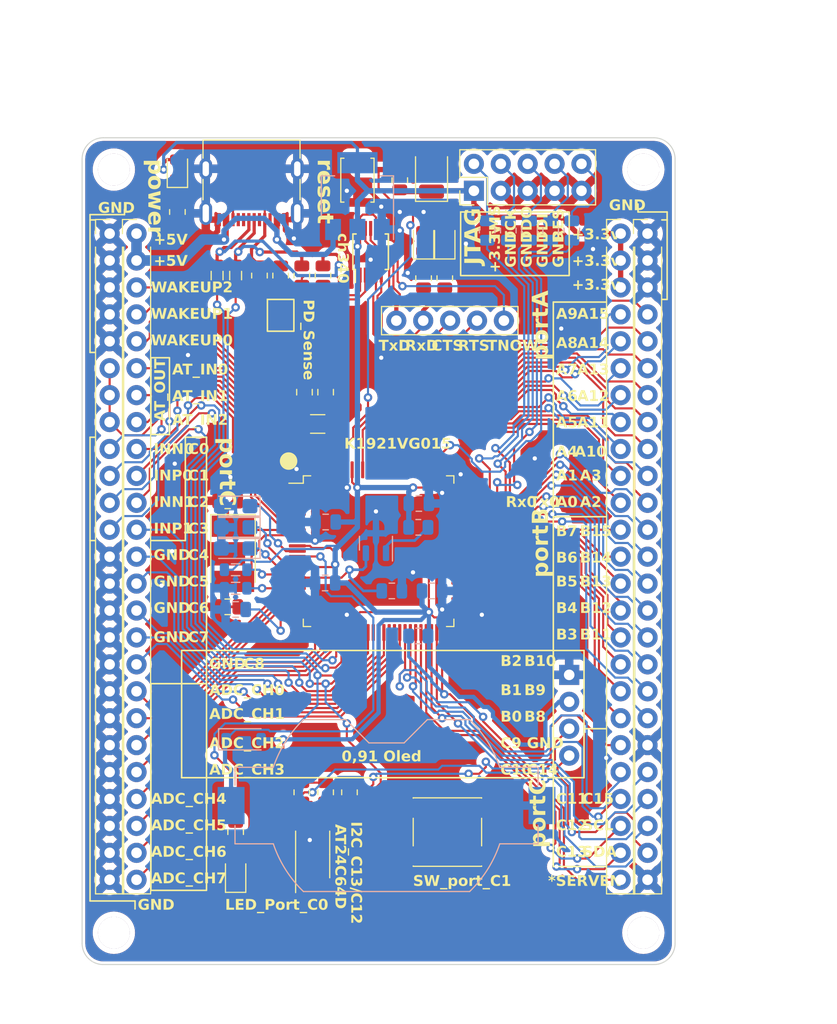
<source format=kicad_pcb>
(kicad_pcb (version 20221018) (generator pcbnew)
  (layers (0 "F.Cu" signal) (31 "B.Cu" signal) (34 "B.Paste" user) (35 "F.Paste" user) (36 "B.SilkS" user "B.Silkscreen") (37 "F.SilkS" user "F.Silkscreen") (38 "B.Mask" user) (39 "F.Mask" user) (44 "Edge.Cuts" user))
  (net 0 "")
  (net 1 "GND")
  (net 2 "Net-(P1-CC)")
  (net 4 "unconnected-(R9-Pad2)")
  (net 6 "+3.3V")
  (net 7 "JTAG_TMS")
  (net 8 "JTAG_TCK")
  (net 9 "JTAG_TDO")
  (net 10 "JTAG_TDI")
  (net 11 "JTAG_reset")
  (net 12 "Net-(D2-K)")
  (net 13 "usb_D+")
  (net 14 "usb_D-")
  (net 15 "Net-(D1-USB_DP)")
  (net 16 "Net-(D1-USB_DN)")
  (net 17 "reset")
  (net 18 "Net-(D1-SDADC_CAP)")
  (net 19 "Net-(D1-VCORE_CAP)")
  (net 20 "Net-(D1-VAON_CAP)")
  (net 21 "Net-(D1-VBAT_CAP)")
  (net 22 "Net-(D1-VCC2)")
  (net 23 "Net-(D1-GND2)")
  (net 24 "16Mhz_Xout")
  (net 25 "16Mhz_Xin")
  (net 26 "32Khz_Xout")
  (net 27 "32Khz_Xin")
  (net 28 "wakeup2")
  (net 29 "wakeup1")
  (net 30 "wakeup0")
  (net 31 "+5v")
  (net 32 "ADC_CH0")
  (net 33 "ADC_CH1")
  (net 34 "ADC_CH2")
  (net 35 "ADC_CH3")
  (net 36 "ADC_CH4")
  (net 37 "ADC_CH5")
  (net 38 "ADC_CH6")
  (net 39 "ADC_CH7")
  (net 40 "AT_IN0")
  (net 41 "AT_IN1")
  (net 42 "AT_IN2")
  (net 43 "AT_OUT")
  (net 44 "SERVEN")
  (net 45 "V_BAT")
  (net 46 "CMP_INN0")
  (net 47 "CPM_INP0")
  (net 48 "CMP_INN1")
  (net 49 "CMP_INP1")
  (net 50 "port_A0")
  (net 51 "port_A1")
  (net 52 "port_A2")
  (net 53 "port_A3")
  (net 54 "port_A4")
  (net 55 "port_A5")
  (net 56 "port_A6")
  (net 57 "port_A7")
  (net 58 "port_A8")
  (net 59 "port_A9")
  (net 60 "port_A10")
  (net 61 "port_A11")
  (net 62 "port_A12")
  (net 63 "port_A13")
  (net 64 "port_A14")
  (net 65 "port_A15")
  (net 66 "port_B0")
  (net 67 "port_B1")
  (net 68 "port_B2")
  (net 69 "port_B3")
  (net 70 "port_B4")
  (net 71 "port_B5")
  (net 72 "port_B6")
  (net 73 "port_B7")
  (net 74 "port_B8")
  (net 75 "port_B9")
  (net 76 "port_B10")
  (net 77 "port_B11")
  (net 78 "port_B12")
  (net 79 "port_B13")
  (net 80 "port_B14")
  (net 81 "port_B15")
  (net 82 "port_C0")
  (net 83 "port_C1")
  (net 84 "port_C2")
  (net 85 "port_C3")
  (net 86 "port_C4")
  (net 87 "port_C5")
  (net 88 "port_C6")
  (net 89 "port_C7")
  (net 90 "port_C8")
  (net 91 "port_C9")
  (net 92 "port_C10")
  (net 93 "port_C11")
  (net 94 "I2C_SCL")
  (net 95 "I2C_SDA")
  (net 96 "port_C14")
  (net 97 "port_C15")
  (net 98 "Net-(D4-A)")
  (net 99 "AREF")
  (net 100 "Net-(U3-Vin)")
  (net 101 "Net-(J5-SWDIO{slash}TMS)")
  (net 102 "Net-(J5-SWDCLK{slash}TCK)")
  (net 103 "Net-(J5-SWO{slash}TDO)")
  (net 104 "Net-(J5-NC{slash}TDI)")
  (net 105 "Net-(J5-~{RESET})")
  (net 106 "port_C12")
  (net 107 "port_C13")
  (net 108 "Net-(D5-K)")
  (net 109 "Net-(D6-K)")
  (net 110 "Uart_Tx(ch340)")
  (net 111 "Uart_Rx(ch340)")
  (net 112 "CTS_(ch340)")
  (net 113 "RTS_(ch340)")
  (net 114 "TNOW_(ch340)")
  (net 115 "Net-(U4-UD+)")
  (net 116 "Net-(U4-UD-)")
  (footprint "Connector_PinHeader_2.54mm:PinHeader_1x04_P2.54mm_Vertical" (layer "F.Cu") (at 168 112.67)
    (fp_text reference "J6" hide)
    (fp_text value "Conn_01x04_Pin")
  )
  (footprint "Resistor_SMD:R_0805_2012Metric" (layer "F.Cu") (at 131 69 -90)
    (fp_text reference "R1" hide)
    (fp_text value "1k" hide)
  )
  (footprint "Resistor_SMD:R_0805_2012Metric" (layer "F.Cu") (at 140.75 75 -90)
    (fp_text reference "R9" hide)
    (fp_text value "5.1k")
  )
  (footprint "Package_SO:MSOP-10_3x3mm_P0.5mm" (layer "F.Cu") (at 149.25 72.75 90)
    (fp_text reference "U4" hide)
    (fp_text value "CH340E")
  )
  (footprint "Inductor_SMD:L_0805_2012Metric" (layer "F.Cu") (at 134.75 75 -90)
    (fp_text reference "L2" hide)
    (fp_text value "L")
  )
  (footprint "Package_QFP:LQFP-100_14x14mm_P0.5mm" (layer "F.Cu") (at 150 101)
    (fp_text reference "D1" hide)
    (fp_text value "K1921VG015")
  )
  (footprint "Resistor_SMD:R_0805_2012Metric" (layer "F.Cu") (at 145 123.75 -90)
    (fp_text reference "R6" hide)
    (fp_text value "4.7k")
  )
  (footprint "Connector_PinHeader_2.54mm:PinHeader_2x05_P2.54mm_Vertical" (layer "F.Cu") (at 159 67 90)
    (fp_text reference "J5" hide)
    (fp_text value "Conn_ARM_JTAG_SWD_10" hide)
  )
  (footprint "Button_Switch_SMD:SW_Push_1P1T_NO_6x6mm_H9.5mm" (layer "F.Cu") (at 156.5 127.5)
    (fp_text reference "SW2" hide)
    (fp_text value "SW_Push")
  )
  (footprint "Resistor_SMD:R_0805_2012Metric" (layer "F.Cu") (at 147.25 123.75 -90)
    (fp_text reference "R7" hide)
    (fp_text value "1k")
  )
  (footprint "Package_SO:TSSOP-8_4.4x3mm_P0.65mm" (layer "F.Cu") (at 143.775 129.6125 90)
    (fp_text reference "U2" hide)
    (fp_text value "AT24CS64-XHM")
  )
  (footprint "New_my_lib_footprint:Drilled hole" (layer "F.Cu") (at 175 137)
    (fp_text reference "REF**" hide)
    (fp_text value "Drilled hole")
  )
  (footprint "Resistor_SMD:R_0805_2012Metric" (layer "F.Cu") (at 152 66 90)
    (fp_text reference "R2" hide)
    (fp_text value "1k")
  )
  (footprint "Connector_PinHeader_2.54mm:PinHeader_1x25_P2.54mm_Vertical" (layer "F.Cu") (at 172.86 71.04)
    (fp_text reference "J3" hide)
    (fp_text value "Conn_01x25_Pin" hide)
  )
  (footprint "Resistor_SMD:R_0805_2012Metric" (layer "F.Cu") (at 138.75 75 -90)
    (fp_text reference "R8" hide)
    (fp_text value "5.1k")
  )
  (footprint "Resistor_SMD:R_0805_2012Metric" (layer "F.Cu") (at 142.75 75 -90)
    (fp_text reference "R18" hide)
    (fp_text value "1k")
  )
  (footprint "Resistor_SMD:R_0805_2012Metric" (layer "F.Cu") (at 144.75 75 -90)
    (fp_text reference "R19" hide)
    (fp_text value "1k")
  )
  (footprint "Connector_PinHeader_2.54mm:PinHeader_1x25_P2.54mm_Vertical" (layer "F.Cu") (at 124.6 71.04)
    (fp_text reference "J1" hide)
    (fp_text value "Conn_01x25_Pin" hide)
  )
  (footprint "Connector_PinHeader_2.54mm:PinHeader_1x25_P2.54mm_Vertical" (layer "F.Cu") (at 127.14 71.04)
    (fp_text reference "J2" hide)
    (fp_text value "Conn_01x25_Pin" hide)
  )
  (footprint "Inductor_SMD:L_0805_2012Metric" (layer "F.Cu") (at 136.5 75 -90)
    (fp_text reference "L1" hide)
    (fp_text value "L")
  )
  (footprint "Capacitor_SMD:C_0805_2012Metric" (layer "F.Cu") (at 135.75 96.25 180)
    (fp_text reference "C7" hide)
    (fp_text value "C")
  )
  (footprint "LED_SMD:LED_0805_2012Metric" (layer "F.Cu") (at 154.25 71.75 90)
    (fp_text reference "D6" hide)
    (fp_text value "LED")
  )
  (footprint "Resistor_SMD:R_0805_2012Metric" (layer "F.Cu") (at 154.25 75.25 -90)
    (fp_text reference "R17" hide)
    (fp_text value "1k")
  )
  (footprint "Button_Switch_SMD:SW_Push_SPST_NO_Alps_SKRK" (layer "F.Cu") (at 148 66 -90)
    (fp_text reference "SW1" hide)
    (fp_text value "SW_Push" hide)
  )
  (footprint "Capacitor_SMD:C_0805_2012Metric" (layer "F.Cu") (at 145 86 90)
    (fp_text reference "C8" hide)
    (fp_text value "C")
  )
  (footprint "Connector_PinHeader_2.54mm:PinHeader_1x25_P2.54mm_Vertical" (layer "F.Cu") (at 175.4 71.04)
    (fp_text reference "J4" hide)
    (fp_text value "Conn_01x25_Pin" hide)
  )
  (footprint "Resistor_SMD:R_0805_2012Metric" (layer "F.Cu") (at 142.75 123.75 -90)
    (fp_text reference "R5" hide)
    (fp_text value "4.7k")
  )
  (footprint "Crystal:Crystal_SMD_3215-2Pin_3.2x1.5mm" (layer "F.Cu") (at 144.25 89 180)
    (fp_text reference "Y2" hide)
    (fp_text value "32Khz")
  )
  (footprint "Connector_USB:USB_C_Receptacle_G-Switch_GT-USB-7010ASV" (layer "F.Cu") (at 138 66 180)
    (fp_text reference "P1" hide)
    (fp_text value "USB_C_Plug")
  )
  (footprint "Resistor_SMD:R_0805_2012Metric" (layer "F.Cu") (at 156.25 75.25 -90)
    (fp_text reference "R16" hide)
    (fp_text value "1k")
  )
  (footprint "Connector_PinHeader_2.54mm:PinHeader_1x05_P2.54mm_Vertical" (layer "F.Cu") (at 151.675 79.25 90)
    (fp_text reference "J7" hide)
    (fp_text value "Conn_01x05_Pin")
  )
  (footprint "New_my_lib_footprint:Drilled hole" (layer "F.Cu") (at 125 65)
    (fp_text reference "REF**" hide)
    (fp_text value "Drilled hole")
  )
  (footprint "Crystal:Crystal_SMD_5032-2Pin_5.0x3.2mm" (layer "F.Cu") (at 136.25 101.25 -90)
    (fp_text reference "Y1" hide)
    (fp_text value "16Mhz")
  )
  (footprint "Capacitor_Tantalum_SMD:CP_EIA-3528-12_Kemet-T" (layer "F.Cu") (at 155 65.5375 90)
    (fp_text reference "C1" hide)
    (fp_text value "C")
  )
  (footprint "LED_SMD:LED_0805_2012Metric" (layer "F.Cu") (at 136.5 131.5 90)
    (fp_text reference "D4" hide)
    (fp_text value "LED")
  )
  (footprint "LED_SMD:LED_0805_2012Metric" (layer "F.Cu") (at 156.25 71.75 90)
    (fp_text reference "D5" hide)
    (fp_text value "LED")
  )
  (footprint "Capacitor_SMD:C_0805_2012Metric" (layer "F.Cu") (at 143 86 90)
    (fp_text reference "C9" hide)
    (fp_text value "C")
  )
  (footprint "New_my_lib_footprint:Drilled hole" (layer "F.Cu") (at 125 137)
    (fp_text reference "REF**" hide)
    (fp_text value "Drilled hole")
  )
  (footprint "New_my_lib_footprint:Drilled hole" (layer "F.Cu") (at 175 65)
    (fp_text reference "REF**" hide)
    (fp_text value "Drilled hole")
  )
  (footprint "Resistor_SMD:R_0805_2012Metric" (layer "F.Cu") (at 136.5 127.5 -90)
    (fp_text reference "R4" hide)
    (fp_text value "1k")
  )
  (footprint "Capacitor_SMD:C_0805_2012Metric" (layer "F.Cu") (at 135.75 106.25 180)
    (fp_text reference "C6" hide)
    (fp_text value "C")
  )
  (footprint "LED_SMD:LED_0805_2012Metric" (layer "F.Cu") (at 131 65 90)
    (fp_text reference "D2" hide)
    (fp_text value "LED")
  )
  (footprint "Resistor_SMD:R_0805_2012Metric" (layer "B.Cu") (at 153.75 98.75 180)
    (fp_text reference "R10" hide)
    (fp_text value "0R")
  )
  (footprint "Capacitor_SMD:C_0805_2012Metric" (layer "B.Cu") (at 145 98.25 180)
    (fp_text reference "C11" hide)
    (fp_text value "C")
  )
  (footprint "Capacitor_SMD:C_0805_2012Metric" (layer "B.Cu") (at 151.25 104.75)
    (fp_text reference "C14" hide)
    (fp_text value "C")
  )
  (footprint "Resistor_SMD:R_0805_2012Metric" (layer "B.Cu") (at 160.25 70.75 -90)
    (fp_text reference "R13" hide)
    (fp_text value "1k")
  )
  (footprint "Capacitor_SMD:C_0805_2012Metric" (layer "B.Cu") (at 155.05 104.75)
    (fp_text reference "C10" hide)
    (fp_text value "C")
  )
  (footprint "Inductor_SMD:L_0805_2012Metric" (layer "B.Cu") (at 136.5 102.75)
    (fp_text reference "L4" hide)
    (fp_text value "L")
  )
  (footprint "Package_TO_SOT_SMD:SOT-23" (layer "B.Cu") (at 149.75 100.25 90)
    (fp_text reference "U3" hide)
    (fp_text value "MCP1525-TT")
  )
  (footprint "Resistor_SMD:R_0805_2012Metric" (layer "B.Cu") (at 166.25 70.75 -90)
    (fp_text reference "R15" hide)
    (fp_text value "1k")
  )
  (footprint "Resistor_SMD:R_0805_2012Metric" (layer "B.Cu") (at 164.25 70.75 -90)
    (fp_text reference "R14" hide)
    (fp_text value "1k")
  )
  (footprint "Capacitor_Tantalum_SMD:CP_EIA-3216-18_Kemet-A" (layer "B.Cu") (at 136.5 96.75 180)
    (fp_text reference "C4" hide)
    (fp_text value "C")
  )
  (footprint "Inductor_SMD:L_0805_2012Metric" (layer "B.Cu") (at 136.5 104.5)
    (fp_text reference "L3" hide)
    (fp_text value "L")
  )
  (footprint "Package_TO_SOT_SMD:SOT-223-3_TabPin2" (layer "B.Cu") (at 148 67.5 90)
    (fp_text reference "U1" hide)
    (fp_text value "AMS1117-3.3")
  )
  (footprint "Capacitor_Tantalum_SMD:CP_EIA-3216-18_Kemet-A" (layer "B.Cu") (at 136.5 98.75 180)
    (fp_text reference "C5" hide)
    (fp_text value "C")
  )
  (footprint "Diode_SMD:D_SOD-123" (layer "B.Cu") (at 137.25 118.75)
    (fp_text reference "D3" hide)
    (fp_text value "BAT48ZFILM")
  )
  (footprint "Capacitor_SMD:C_0805_2012Metric" (layer "B.Cu") (at 144.95 104 180)
    (fp_text reference "C12" hide)
    (fp_text value "C")
  )
  (footprint "Capacitor_SMD:C_0805_2012Metric" (layer "B.Cu") (at 153.8 96.5)
    (fp_text reference "C13" hide)
    (fp_text value "C")
  )
  (footprint "Capacitor_Tantalum_SMD:CP_EIA-3216-18_Kemet-A" (layer "B.Cu") (at 136.5 100.75 180)
    (fp_text reference "C3" hide)
    (fp_text value "C")
  )
  (footprint "Resistor_SMD:R_0805_2012Metric" (layer "B.Cu") (at 153.75 109 180)
    (fp_text reference "R3" hide)
    (fp_text value "1k")
  )
  (footprint "Capacitor_SMD:C_0805_2012Metric" (layer "B.Cu") (at 136.5 106.5 180)
    (fp_text reference "C2" hide)
    (fp_text value "C")
  )
  (footprint "Resistor_SMD:R_0805_2012Metric" (layer "B.Cu") (at 168.25 70.75 -90)
    (fp_text reference "R11" hide)
    (fp_text value "1k")
  )
  (footprint "Resistor_SMD:R_0805_2012Metric" (layer "B.Cu") (at 162.25 70.75 -90)
    (fp_text reference "R12" hide)
    (fp_text value "1k")
  )
  (footprint "Battery:BatteryHolder_Keystone_1058_1x2032" (layer "B.Cu") (at 150.75 125)
    (fp_text reference "BT1" hide)
    (fp_text value "3v")
  )
  (gr_rect (start 140 77.75) (end 141.5 79.75) (stroke (width 0.2)) (fill solid) (layer "F.Cu"))
  (gr_line (start 174.5 68.25) (end 174.5 69) (stroke (width 0.15)) (layer "F.SilkS"))
  (gr_line (start 126 69.25) (end 126 68.75) (stroke (width 0.15)) (layer "F.SilkS"))
  (gr_line (start 122.75 69.25) (end 126 69.25) (stroke (width 0.15)) (layer "F.SilkS"))
  (gr_line (start 122.75 134) (end 127 134) (stroke (width 0.15)) (layer "F.SilkS"))
  (gr_line (start 171.5 97.75) (end 166.5 97.75) (stroke (width 0.15)) (layer "F.SilkS"))
  (gr_line (start 131.75 90.25) (end 131.75 100) (stroke (width 0.15)) (layer "F.SilkS"))
  (gr_line (start 122.75 100) (end 123.25 100) (stroke (width 0.15)) (layer "F.SilkS"))
  (gr_line (start 169.5 117.75) (end 171.5 117.75) (stroke (width 0.15)) (layer "F.SilkS"))
  (gr_line (start 131.75 90.25) (end 133.75 90.25) (stroke (width 0.15)) (layer "F.SilkS"))
  (gr_rect (start 157.75 69) (end 168 75) (stroke (width 0.15)) (fill none) (layer "F.SilkS"))
  (gr_rect (start 128.5 113.5) (end 133.75 133) (stroke (width 0.15)) (fill none) (layer "F.SilkS"))
  (gr_line (start 166.5 97.75) (end 166.5 117.75) (stroke (width 0.15)) (layer "F.SilkS"))
  (gr_line (start 174.5 69) (end 177.25 69) (stroke (width 0.15)) (layer "F.SilkS"))
  (gr_line (start 122.75 90.25) (end 122.75 100) (stroke (width 0.15)) (layer "F.SilkS"))
  (gr_rect (start 139.5 77.25) (end 142 80.25) (stroke (width 0.15)) (fill none) (layer "F.SilkS"))
  (gr_line (start 177.25 69) (end 177.25 69.75) (stroke (width 0.15)) (layer "F.SilkS"))
  (gr_line (start 176.75 69.75) (end 177.25 69.75) (stroke (width 0.15)) (layer "F.SilkS"))
  (gr_line (start 166.5 130.75) (end 171.5 130.75) (stroke (width 0.15)) (layer "F.SilkS"))
  (gr_line (start 122.75 100) (end 122.75 134) (stroke (width 0.15)) (layer "F.SilkS"))
  (gr_line (start 171.5 77.5) (end 166.5 77.5) (stroke (width 0.15)) (layer "F.SilkS"))
  (gr_line (start 122.75 69.75) (end 123.25 69.75) (stroke (width 0.15)) (layer "F.SilkS"))
  (gr_line (start 177.25 77.25) (end 177.25 69.75) (stroke (width 0.15)) (layer "F.SilkS"))
  (gr_rect (start 128.5 82.75) (end 130.25 90) (stroke (width 0.15)) (fill none) (layer "F.SilkS"))
  (gr_line (start 166.5 117.75) (end 166.5 130.75) (stroke (width 0.15)) (layer "F.SilkS"))
  (gr_line (start 176.75 77.25) (end 177.25 77.25) (stroke (width 0.15)) (layer "F.SilkS"))
  (gr_line (start 122.75 69.25) (end 122.75 82.25) (stroke (width 0.15)) (layer "F.SilkS"))
  (gr_line (start 133.75 90.25) (end 133.75 113.5) (stroke (width 0.15)) (layer "F.SilkS"))
  (gr_line (start 131.75 100) (end 128.5 100) (stroke (width 0.15)) (layer "F.SilkS"))
  (gr_line (start 127 134) (end 127 134.75) (stroke (width 0.15)) (layer "F.SilkS"))
  (gr_line (start 166.5 77.5) (end 166.5 97.75) (stroke (width 0.15)) (layer "F.SilkS"))
  (gr_line (start 122.75 82.25) (end 123.25 82.25) (stroke (width 0.15)) (layer "F.SilkS"))
  (gr_line (start 122.75 90.25) (end 123.25 90.25) (stroke (width 0.15)) (layer "F.SilkS"))
  (gr_circle (center 141.5 92.5) (end 142.25 92.5) (stroke (width 0.15)) (fill solid) (layer "F.SilkS"))
  (gr_arc locked (start 122 64) (mid 122.585786 62.585786) (end 124 62) (stroke (width 0.1)) (layer "Edge.Cuts"))
  (gr_arc locked (start 176 62) (mid 177.414214 62.585786) (end 178 64) (stroke (width 0.1)) (layer "Edge.Cuts"))
  (gr_line locked (start 122.000001 137.999999) (end 122 64) (stroke (width 0.1)) (layer "Edge.Cuts"))
  (gr_arc locked (start 178 138) (mid 177.414214 139.414214) (end 176 140) (stroke (width 0.1)) (layer "Edge.Cuts"))
  (gr_line locked (start 178 64) (end 178 138) (stroke (width 0.1)) (layer "Edge.Cuts"))
  (gr_line locked (start 124 62) (end 176 62) (stroke (width 0.1)) (layer "Edge.Cuts"))
  (gr_arc locked (start 124.000001 139.999999) (mid 122.585787 139.414213) (end 122.000001 137.999999) (stroke (width 0.1)) (layer "Edge.Cuts"))
  (gr_line locked (start 176 140) (end 124.000001 139.999999) (stroke (width 0.1)) (layer "Edge.Cuts"))
  (gr_text "portB" (at 166.25 103.5 90) (layer "F.SilkS") (effects (font (size 1.5 1.5) (thickness 0.2) bold) (justify left bottom)))
  (gr_text "portC" (at 134.75 90.25 270) (layer "F.SilkS") (effects (font (size 1.5 1.5) (thickness 0.2) bold) (justify left bottom)))
  (gr_text "B4" (at 166.75 107) (layer "F.SilkS") (effects (font (size 1 1) (thickness 0.2) bold) (justify left bottom)))
  (gr_text "B8" (at 163.75 117.25) (layer "F.SilkS") (effects (font (size 1 1) (thickness 0.2) bold) (justify left bottom)))
  (gr_text "reset" (at 144 64 270) (layer "F.SilkS") (effects (font (size 1.5 1.5) (thickness 0.2) bold) (justify left bottom)))
  (gr_text "B7" (at 166.75 99.75) (layer "F.SilkS") (effects (font (size 1 1) (thickness 0.2) bold) (justify left bottom)))
  (gr_text "GND" (at 164.625 74.25 90) (layer "F.SilkS") (effects (font (size 1 1) (thickness 0.2) bold) (justify left bottom)))
  (gr_text "portC" (at 166 129 90) (layer "F.SilkS") (effects (font (size 1.5 1.5) (thickness 0.2) bold) (justify left bottom)))
  (gr_text "PD_Sense" (at 142.75 77.25 -90) (layer "F.SilkS") (effects (font (size 1 1) (thickness 0.2) bold) (justify left bottom)))
  (gr_text "INP1" (at 128.75 99.5) (layer "F.SilkS") (effects (font (size 1 1) (thickness 0.2) bold) (justify left bottom)))
  (gr_text "B14" (at 169 102.25) (layer "F.SilkS") (effects (font (size 1 1) (thickness 0.2) bold) (justify left bottom)))
  (gr_text "GND" (at 127.25 135) (layer "F.SilkS") (effects (font (size 1 1) (thickness 0.2) bold) (justify left bottom)))
  (gr_text "LED_Port_C0" (at 135.5 135) (layer "F.SilkS") (effects (font (size 1 1) (thickness 0.2) bold) (justify left bottom)))
  (gr_text "INN0" (at 128.75 92) (layer "F.SilkS") (effects (font (size 1 1) (thickness 0.2) bold) (justify left bottom)))
  (gr_text "B11" (at 169 109.5) (layer "F.SilkS") (effects (font (size 1 1) (thickness 0.2) bold) (justify left bottom)))
  (gr_text "C7" (at 132 109.75) (layer "F.SilkS") (effects (font (size 1 1) (thickness 0.2) bold) (justify left bottom)))
  (gr_text "0,91 Oled" (at 146.5 121) (layer "F.SilkS") (effects (font (size 1 1) (thickness 0.2) bold) (justify left bottom)))
  (gr_text "C6" (at 132 107) (layer "F.SilkS") (effects (font (size 1 1) (thickness 0.2) bold) (justify left bottom)))
  (gr_text "JTAG" (at 159.875 74 90) (layer "F.SilkS") (effects (font (size 1.5 1.5) (thickness 0.2) bold) (justify left bottom)))
  (gr_text "+5V" (at 128.75 74.25) (layer "F.SilkS") (effects (font (size 1 1) (thickness 0.2) bold) (justify left bottom)))
  (gr_text "GND" (at 128.75 102) (layer "F.SilkS") (effects (font (size 1 1) (thickness 0.2) bold) (justify left bottom)))
  (gr_text "INN1" (at 128.75 97) (layer "F.SilkS") (effects (font (size 1 1) (thickness 0.2) bold) (justify left bottom)))
  (gr_text "CTS" (at 155 82.25) (layer "F.SilkS") (effects (font (size 1 1) (thickness 0.2) bold) (justify left bottom)))
  (gr_text "TNOW" (at 160.25 82.25) (layer "F.SilkS") (effects (font (size 1 1) (thickness 0.2) bold) (justify left bottom)))
  (gr_text "ADC_CH1" (at 134 117) (layer "F.SilkS") (effects (font (size 1 1) (thickness 0.2) bold) (justify left bottom)))
  (gr_text "GND" (at 166.125 74.25 90) (layer "F.SilkS") (effects (font (size 1 1) (thickness 0.2) bold) (justify left bottom)))
  (gr_text "A0" (at 166.75 97) (layer "F.SilkS") (effects (font (size 1 1) (thickness 0.2) bold) (justify left bottom)))
  (gr_text "B3" (at 166.75 109.5) (layer "F.SilkS") (effects (font (size 1 1) (thickness 0.2) bold) (justify left bottom)))
  (gr_text "C13" (at 166.75 130) (layer "F.SilkS") (effects (font (size 1 1) (thickness 0.2) bold) (justify left bottom)))
  (gr_text "A5" (at 166.75 89.5) (layer "F.SilkS") (effects (font (size 1 1) (thickness 0.2) bold) (justify left bottom)))
  (gr_text "C11" (at 166.75 125) (layer "F.SilkS") (effects (font (size 1 1) (thickness 0.2) bold) (justify left bottom)))
  (gr_text "B9" (at 163.75 114.75) (layer "F.SilkS") (effects (font (size 1 1) (thickness 0.2) bold) (justify left bottom)))
  (gr_text "A14" (at 168.75 82) (layer "F.SilkS") (effects (font (size 1 1) (thickness 0.2) bold) (justify left bottom)))
  (gr_text "*SERVEN" (at 166 132.75) (layer "F.SilkS") (effects (font (size 1 1) (thickness 0.2) bold) (justify left bottom)))
  (gr_text "C8" (at 137.25 112.25) (layer "F.SilkS") (effects (font (size 1 1) (thickness 0.2) bold) (justify left bottom)))
  (gr_text "GND" (at 167.625 74.25 90) (layer "F.SilkS") (effects (font (size 1 1) (thickness 0.2) bold) (justify left bottom)))
  (gr_text "ADC_CH3" (at 134 122.25) (layer "F.SilkS") (effects (font (size 1 1) (thickness 0.2) bold) (justify left bottom)))
  (gr_text "C1" (at 132 94.5) (layer "F.SilkS") (effects (font (size 1 1) (thickness 0.2) bold) (justify left bottom)))
  (gr_text "A10" (at 168.5 92.25) (layer "F.SilkS") (effects (font (size 1 1) (thickness 0.2) bold) (justify left bottom)))
  (gr_text "A11" (at 168.75 89.5) (layer "F.SilkS") (effects (font (size 1 1) (thickness 0.2) bold) (justify left bottom)))
  (gr_text "GND" (at 134 112.25) (layer "F.SilkS") (effects (font (size 1 1) (thickness 0.2) bold) (justify left bottom)))
  (gr_text "A3" (at 169 94.5) (layer "F.SilkS") (effects (font (size 1 1) (thickness 0.2) bold) (justify left bottom)))
  (gr_text "SDA" (at 169.25 130) (layer "F.SilkS") (effects (font (size 1 1) (thickness 0.2) bold) (justify left bottom)))
  (gr_text "SW_port_C1" (at 153.25 132.75) (layer "F.SilkS") (effects (font (size 1 1) (thickness 0.2) bold) (justify left bottom)))
  (gr_text "AT_IN2" (at 130.5 89.25) (layer "F.SilkS") (effects (font (size 1 1) (thickness 0.2) bold) (justify left bottom)))
  (gr_text "C15" (at 169.25 125) (layer "F.SilkS") (effects (font (size 1 1) (thickness 0.2) bold) (justify left bottom)))
  (gr_text "A7" (at 166.75 84.5) (layer "F.SilkS") (effects (font (size 1 1) (thickness 0.2) bold) (justify left bottom)))
  (gr_text "portA" (at 166.25 83 90) (layer "F.SilkS") (effects (font (size 1.5 1.5) (thickness 0.2) bold) (justify left bottom)))
  (gr_text "B1" (at 161.5 114.75) (layer "F.SilkS") (effects (font (size 1 1) (thickness 0.2) bold) (justify left bottom)))
  (gr_text "RTS" (at 157.5 82.25) (layer "F.SilkS") (effects (font (size 1 1) (thickness 0.2) bold) (justify left bottom)))
  (gr_text "C14" (at 164 122.25) (layer "F.SilkS") (effects (font (size 1 1) (thickness 0.2) bold) (justify left bottom)))
  (gr_text "RxD" (at 152.5 82.25) (layer "F.SilkS") (effects (font (size 1 1) (thickness 0.2) bold) (justify left bottom)))
  (gr_text "I2C_C13/C12" (at 147.25 126.5 -90) (layer "F.SilkS") (effects (font (size 1 1) (thickness 0.2) bold) (justify left bottom)))
  (gr_text "Tx0" (at 164.25 97) (layer "F.SilkS") (effects (font (size 1 1) (thickness 0.2) bold) (justify left bottom)))
  (gr_text "+3.3v" (at 168.25 71.75) (layer "F.SilkS") (effects (font (size 1 1) (thickness 0.2) bold) (justify left bottom)))
  (gr_text "+5V" (at 128.75 72.25) (layer "F.SilkS") (effects (font (size 1 1) (thickness 0.2) bold) (justify left bottom)))
  (gr_text "A8" (at 166.75 82) (layer "F.SilkS") (effects (font (size 1 1) (thickness 0.2) bold) (justify left bottom)))
  (gr_text "A4" (at 166.75 92.25) (layer "F.SilkS") (effects (font (size 1 1) (thickness 0.2) bold) (justify left bottom)))
  (gr_text "WAKEUP0" (at 128.5 81.75) (layer "F.SilkS") (effects (font (size 1 1) (thickness 0.2) bold) (justify left bottom)))
  (gr_text "B5" (at 166.75 104.5) (layer "F.SilkS") (effects (font (size 1 1) (thickness 0.2) bold) (justify left bottom)))
  (gr_text "TxD" (at 150 82.25) (layer "F.SilkS") (effects (font (size 1 1) (thickness 0.2) bold) (justify left bottom)))
  (gr_text "INP0" (at 128.75 94.5) (layer "F.SilkS") (effects (font (size 1 1) (thickness 0.2) bold) (justify left bottom)))
  (gr_text "B2" (at 161.5 112) (layer "F.SilkS") (effects (font (size 1 1) (thickness 0.2) bold) (justify left bottom)))
  (gr_text "C9" (at 161.5 119.75) (layer "F.SilkS") (effects (font (size 1 1) (thickness 0.2) bold) (justify left bottom)))
  (gr_text "TMS" (at 161.625 71.75 90) (layer "F.SilkS") (effects (font (size 1 1) (thickness 0.2) bold) (justify left bottom)))
  (gr_text "TDO" (at 164.625 71.75 90) (layer "F.SilkS") (effects (font (size 1 1) (thickness 0.2) bold) (justify left bottom)))
  (gr_text "C5" (at 132 104.5) (layer "F.SilkS") (effects (font (size 1 1) (thickness 0.2) bold) (justify left bottom)))
  (gr_text "C10" (at 161.5 122.25) (layer "F.SilkS") (effects (font (size 1 1) (thickness 0.2) bold) (justify left bottom)))
  (gr_text "A12" (at 168.75 87) (layer "F.SilkS") (effects (font (size 1 1) (thickness 0.2) bold) (justify left bottom)))
  (gr_text "ADC_CH2" (at 134 119.75) (layer "F.SilkS") (effects (font (size 1 1) (thickness 0.2) bold) (justify left bottom)))
  (gr_text "ADC_CH7" (at 128.5 132.5) (layer "F.SilkS") (effects (font (size 1 1) (thickness 0.2) bold) (justify left bottom)))
  (gr_text "+3.3v" (at 168.25 74.25) (layer "F.SilkS") (effects (font (size 1 1) (thickness 0.2) bold) (justify left bottom)))
  (gr_text "WAKEUP1" (at 128.5 79.25) (layer "F.SilkS") (effects (font (size 1 1) (thickness 0.2) bold) (justify left bottom)))
  (gr_text "ADC_CH5" (at 128.5 127.5) (layer "F.SilkS") (effects (font (size 1 1) (thickness 0.2) bold) (justify left bottom)))
  (gr_text "B10" (at 163.75 112) (layer "F.SilkS") (effects (font (size 1 1) (thickness 0.2) bold) (justify left bottom)))
  (gr_text "+3.3v" (at 161.625 74.75 90) (layer "F.SilkS") (effects (font (size 1 1) (thickness 0.2) bold) (justify left bottom)))
  (gr_text "C4" (at 132 102) (layer "F.SilkS") (effects (font (size 1 1) (thickness 0.2) bold) (justify left bottom)))
  (gr_text "C0" (at 132 92) (layer "F.SilkS") (effects (font (size 1 1) (thickness 0.2) bold) (justify left bottom)))
  (gr_text "GND" (at 128.75 107) (layer "F.SilkS") (effects (font (size 1 1) (thickness 0.2) bold) (justify left bottom)))
  (gr_text "B6" (at 166.75 102.25) (layer "F.SilkS") (effects (font (size 1 1) (thickness 0.2) bold) (justify left bottom)))
  (gr_text "A15" (at 168.75 79.25) (layer "F.SilkS") (effects (font (size 1 1) (thickness 0.2) bold) (justify left bottom)))
  (gr_text "Rx0" (at 162 97) (layer "F.SilkS") (effects (font (size 1 1) (thickness 0.2) bold) (justify left bottom)))
  (gr_text "GND" (at 123.5 69.25) (layer "F.SilkS") (effects (font (size 1 1) (thickness 0.2) bold) (justify left bottom)))
  (gr_text "TCK" (at 163.125 71.75 90) (layer "F.SilkS") (effects (font (size 1 1) (thickness 0.2) bold) (justify left bottom)))
  (gr_text "GND" (at 163.125 74.25 90) (layer "F.SilkS") (effects (font (size 1 1) (thickness 0.2) bold) (justify left bottom)))
  (gr_text "B15" (at 169 99.75) (layer "F.SilkS") (effects (font (size 1 1) (thickness 0.2) bold) (justify left bottom)))
  (gr_text "AT_OUT" (at 130 88.75 90) (layer "F.SilkS") (effects (font (size 1 1) (thickness 0.2) bold) (justify left bottom)))
  (gr_text "ch340" (at 146 71 270) (layer "F.SilkS") (effects (font (size 1 1) (thickness 0.2) bold) (justify left bottom)))
  (gr_text "B13" (at 169 104.5) (layer "F.SilkS") (effects (font (size 1 1) (thickness 0.2) bold) (justify left bottom)))
  (gr_text "GND" (at 128.75 104.5) (layer "F.SilkS") (effects (font (size 1 1) (thickness 0.2) bold) (justify left bottom)))
  (gr_text "A1" (at 166.75 94.5) (layer "F.SilkS") (effects (font (size 1 1) (thickness 0.2) bold) (justify left bottom)))
  (gr_text "TDI" (at 166.125 71.75 90) (layer "F.SilkS") (effects (font (size 1 1) (thickness 0.2) bold) (justify left bottom)))
  (gr_text "C3" (at 132 99.5) (layer "F.SilkS") (effects (font (size 1 1) (thickness 0.2) bold) (justify left bottom)))
  (gr_text "AT_IN1" (at 130.5 87) (layer "F.SilkS") (effects (font (size 1 1) (thickness 0.2) bold) (justify left bottom)))
  (gr_text "B12" (at 169 107) (layer "F.SilkS") (effects (font (size 1 1) (thickness 0.2) bold) (justify left bottom)))
  (gr_text "WAKEUP2" (at 128.5 76.75) (layer "F.SilkS") (effects (font (size 1 1) (thickness 0.2) bold) (justify left bottom)))
  (gr_text "A9" (at 166.75 79.25) (layer "F.SilkS") (effects (font (size 1 1) (thickness 0.2) bold) (justify left bottom)))
  (gr_text "ADC_CH0" (at 134 114.75) (layer "F.SilkS") (effects (font (size 1 1) (thickness 0.2) bold) (justify left bottom)))
  (gr_text "A13" (at 168.75 84.5) (layer "F.SilkS") (effects (font (size 1 1) (thickness 0.2) bold) (justify left bottom)))
  (gr_text "ADC_CH6" (at 128.5 130) (layer "F.SilkS") (effects (font (size 1 1) (thickness 0.2) bold) (justify left bottom)))
  (gr_text "ADC_CH4" (at 128.5 125) (layer "F.SilkS") (effects (font (size 1 1) (thickness 0.2) bold) (justify left bottom)))
  (gr_text "C2" (at 132 97) (layer "F.SilkS") (effects (font (size 1 1) (thickness 0.2) bold) (justify left bottom)))
  (gr_text "GND" (at 171.75 69) (layer "F.SilkS") (effects (font (size 1 1) (thickness 0.2) bold) (justify left bottom)))
  (gr_text "B0" (at 161.5 117.25) (layer "F.SilkS") (effects (font (size 1 1) (thickness 0.2) bold) (justify left bottom)))
  (gr_text "C12" (at 166.75 127.5) (layer "F.SilkS") (effects (font (size 1 1) (thickness 0.2) bold) (justify left bottom)))
  (gr_text "RES" (at 167.625 71.75 90) (layer "F.SilkS") (effects (font (size 1 1) (thickness 0.2) bold) (justify left bottom)))
  (gr_text "GND" (at 164 119.75) (layer "F.SilkS") (effects (font (size 1 1) (thickness 0.2) bold) (justify left bottom)))
  (gr_text "A6" (at 166.75 87) (layer "F.SilkS") (effects (font (size 1 1) (thickness 0.2) bold) (justify left bottom)))
  (gr_text "A2" (at 169 97) (layer "F.SilkS") (effects (font (size 1 1) (thickness 0.2) bold) (justify left bottom)))
  (gr_text "power" (at 128 64 270) (layer "F.SilkS") (effects (font (size 1.5 1.5) (thickness 0.3) bold) (justify left bottom)))
  (gr_text "AT24C64D" (at 145.75 126.75 -90) (layer "F.SilkS") (effects (font (size 1 1) (thickness 0.2) bold) (justify left bottom)))
  (gr_text "SCL" (at 169.25 127.5) (layer "F.SilkS") (effects (font (size 1 1) (thickness 0.2) bold) (justify left bottom)))
  (gr_text "GND" (at 128.75 109.75) (layer "F.SilkS") (effects (font (size 1 1) (thickness 0.2) bold) (justify left bottom)))
  (gr_text "K1921VG015" (at 146.75 91.5) (layer "F.SilkS") (effects (font (size 1 1) (thickness 0.2) bold) (justify left bottom)))
  (gr_text "+3.3v" (at 168.25 76.5) (layer "F.SilkS") (effects (font (size 1 1) (thickness 0.2) bold) (justify left bottom)))
  (gr_text "AT_IN0" (at 130.5 84.5) (layer "F.SilkS") (effects (font (size 1 1) (thickness 0.2) bold) (justify left bottom)))
  (via locked (at 125 65) (size 3) (drill 3) (layers "F.Cu" "B.Cu") (net 0))
  (via locked (at 125 137) (size 3) (drill 3) (layers "F.Cu" "B.Cu") (net 0))
  (via locked (at 175 137) (size 3) (drill 3) (layers "F.Cu" "B.Cu") (net 0))
  (via locked (at 175 65) (size 3) (drill 3) (layers "F.Cu" "B.Cu") (net 0))
  (segment (start 141.72 69.725) (end 142.32 69.125) (width 0.5) (layer "F.Cu") (net 1))
  (segment (start 142.25 93.25) (end 144 95) (width 0.2) (layer "F.Cu") (net 1))
  (segment (start 134.8 70.8) (end 134.3 71.3) (width 0.5) (layer "F.Cu") (net 1))
  (segment (start 141.2 70.7) (end 142 71.5) (width 0.5) (layer "F.Cu") (net 1))
  (segment (start 144 107) (end 143 108) (width 0.2) (layer "F.Cu") (net 1))
  (segment (start 147 107) (end 144 107) (width 0.2) (layer "F.Cu") (net 1))
  (segment (start 147 108.675) (end 147 107) (width 0.2) (layer "F.Cu") (net 1))
  (segment (start 156 95.5) (end 156.25 95.5) (width 0.2) (layer "F.Cu") (net 1))
  (segment (start 134.8 69.725) (end 134.8 70.8) (width 0.5) (layer "F.Cu") (net 1))
  (segment (start 142.325 100) (end 144 100) (width 0.2) (layer "F.Cu") (net 1))
  (segment (start 142 71.5) (end 141.8 71.3) (width 0.5) (layer "F.Cu") (net 1))
  (segment (start 157.675 106.5) (end 159.25 106.5) (width 0.2) (layer "F.Cu") (net 1))
  (segment (start 141.2 69.725) (end 141.2 70.7) (width 0.5) (layer "F.Cu") (net 1))
  (segment (start 149.25 74.95) (end 149.25 73.5) (width 0.2) (layer "F.Cu") (net 1))
  (segment (start 142 71.5) (end 142 71.5) (width 0.5) (layer "F.Cu") (net 1))
  (segment (start 138.75 75.9125) (end 138.8375 75.9125) (width 0.3) (layer "F.Cu") (net 1))
  (segment (start 157.675 95.5) (end 156 95.5) (width 0.2) (layer "F.Cu") (net 1))
  (segment (start 141.2 69.725) (end 141.72 69.725) (width 0.5) (layer "F.Cu") (net 1))
  (segment (start 144 100) (end 143.75 100) (width 0.2) (layer "F.Cu") (net 1))
  (segment (start 143.45 126.75) (end 143.45 128.2) (width 0.2) (layer "F.Cu") (net 1))
  (segment (start 156 106.5) (end 156.25 106.5) (width 0.2) (layer "F.Cu") (net 1))
  (segment (start 142 71.5) (end 142 71.5) (width 0.5) (layer "F.Cu") (net 1))
  (segment (start 159.25 106.5) (end 159.75 107) (width 0.2) (layer "F.Cu") (net 1))
  (segment (start 147 93.325) (end 147 95) (width 0.2) (layer "F.Cu") (net 1))
  (segment (start 157.675 106.5) (end 156 106.5) (width 0.2) (layer "F.Cu") (net 1))
  (segment (start 147 95) (end 147 94.75) (width 0.2) (layer "F.Cu") (net 1))
  (segment (start 143.5 128.25) (end 143.45 128.2) (width 0.2) (layer "F.Cu") (net 1))
  (segment (start 144 95) (end 147 95) (width 0.2) (layer "F.Cu") (net 1))
  (via (at 147 95) (size 0.8) (drill 0.4) (layers "F.Cu" "B.Cu") (net 1))
  (via (at 130.75 92.75) (size 0.8) (drill 0.4) (layers "F.Cu" "B.Cu") (net 1))
  (via (at 149.75 97.25) (size 0.8) (drill 0.4) (layers "F.Cu" "B.Cu") (net 1))
  (via (at 132 82.5) (size 0.8) (drill 0.4) (layers "F.Cu" "B.Cu") (net 1))
  (via (at 136 94) (size 0.8) (drill 0.4) (layers "F.Cu" "B.Cu") (net 1))
  (via (at 129.5 104.25) (size 0.8) (drill 0.4) (layers "F.Cu" "B.Cu") (net 1))
  (via (at 142.25 93.25) (size 0.8) (drill 0.4) (layers "F.Cu" "B.Cu") (net 1))
  (via (at 153.25 103) (size 0.8) (drill 0.4) (layers "F.Cu" "B.Cu") (net 1))
  (via (at 156 106.5) (size 0.8) (drill 0.4) (layers "F.Cu" "B.Cu") (net 1))
  (via (at 150.25 68.5) (size 0.8) (drill 0.4) (layers "F.Cu" "B.Cu") (net 1))
  (via (at 152 69) (size 0.8) (drill 0.4) (layers "F.Cu" "B.Cu") (net 1))
  (via (at 152.75 74.75) (size 0.8) (drill 0.4) (layers "F.Cu" "B.Cu") (net 1))
  (via (at 159.75 107) (size 0.8) (drill 0.4) (layers "F.Cu" "B.Cu") (net 1))
  (via (at 158.25 72) (size 0.8) (drill 0.4) (layers "F.Cu" "B.Cu") (net 1))
  (via (at 147 107) (size 0.8) (drill 0.4) (layers "F.Cu" "B.Cu") (net 1))
  (via (at 154.25 69) (size 0.8) (drill 0.4) (layers "F.Cu" "B.Cu") (net 1))
  (via (at 150.25 82.75) (size 0.8) (drill 0.4) (layers "F.Cu" "B.Cu") (net 1))
  (via (at 147 67) (size 0.8) (drill 0.4) (layers "F.Cu" "B.Cu") (net 1))
  (via (at 130.5 101) (size 0.8) (drill 0.4) (layers "F.Cu" "B.Cu") (net 1))
  (via (at 170.25 72.5) (size 0.8) (drill 0.4) (layers "F.Cu" "B.Cu") (net 1))
  (via (at 142 71.5) (size 0.8) (drill 0.4) (layers "F.Cu" "B.Cu") (net 1))
  (via (at 152 70.75) (size 0.8) (drill 0.4) (layers "F.Cu" "B.Cu") (net 1))
  (via (at 156 95.5) (size 0.8) (drill 0.4) (layers "F.Cu" "B.Cu") (net 1))
  (via (at 171.5 120.5) (size 0.8) (drill 0.4) (layers "F.Cu" "B.Cu") (net 1))
  (via (at 144 100) (size 0.8) (drill 0.4) (layers "F.Cu" "B.Cu") (net 1))
  (via (at 164.75 92.25) (size 0.8) (drill 0.4) (layers "F.Cu" "B.Cu") (net 1))
  (via (at 157.75 93.75) (size 0.8) (drill 0.4) (layers "F.Cu" "B.Cu") (net 1))
  (via (at 149.25 73.5) (size 0.8) (drill 0.4) (layers "F.Cu" "B.Cu") (net 1))
  (via (at 143.5 128.25) (size 0.8) (drill 0.4) (layers "F.Cu" "B.Cu") (net 1))
  (via (at 167.25 80) (size 0.8) (drill 0.4) (layers "F.Cu" "B.Cu") (net 1))
  (segment (start 136.25 68.75) (end 136.75 68.25) (width 0.2) (layer "F.Cu") (net 2))
  (segment (start 138 72.5) (end 138 73.3375) (width 0.3) (layer "F.Cu") (net 2))
  (segment (start 139 75) (end 138.75 74.75) (width 0.3) (layer "F.Cu") (net 2))
  (segment (start 140.75 74.0875) (end 140.75 74.75) (width 0.3) (layer "F.Cu") (net 2))
  (segment (start 138 73.3375) (end 138.75 74.0875) (width 0.3) (layer "F.Cu") (net 2))
  (segment (start 139.25 68.75) (end 139.25 69.725) (width 0.2) (layer "F.Cu") (net 2))
  (segment (start 139.25 69.725) (end 139.25 71.25) (width 0.3) (layer "F.Cu") (net 2))
  (segment (start 138.75 74.75) (end 138.75 74.0875) (width 0.3) (layer "F.Cu") (net 2))
  (segment (start 136.75 68.25) (end 138.75 68.25) (width 0.2) (layer "F.Cu") (net 2))
  (segment (start 138.75 68.25) (end 139.25 68.75) (width 0.2) (layer "F.Cu") (net 2))
  (segment (start 139.25 71.25) (end 138 72.5) (width 0.3) (layer "F.Cu") (net 2))
  (segment (start 136.25 69.725) (end 136.25 68.75) (width 0.2) (layer "F.Cu") (net 2))
  (segment (start 140.5 75) (end 139 75) (width 0.3) (layer "F.Cu") (net 2))
  (segment (start 140.75 74.75) (end 140.5 75) (width 0.3) (layer "F.Cu") (net 2))
  (segment (start 140.75 75.9125) (end 140.75 78) (width 0.3) (layer "F.Cu") (net 4))
  (segment (start 149.75 69.5) (end 149.75 70.55) (width 0.2) (layer "F.Cu") (net 6))
  (segment (start 157.6875 70.8125) (end 159.625 68.875) (width 0.4) (layer "F.Cu") (net 6))
  (segment (start 141 120) (end 141 119) (width 0.2) (layer "F.Cu") (net 6))
  (segment (start 152.1625 67.075) (end 152 66.9125) (width 0.5) (layer "F.Cu") (net 6))
  (segment (start 145.9 102.25) (end 145.9 101.15) (width 0.2) (layer "F.Cu") (net 6))
  (segment (start 149.5 69.25) (end 149.75 69.5) (width 0.2) (layer "F.Cu") (net 6))
  (segment (start 148.25 70.55) (end 148.25 72) (width 0.2) (layer "F.Cu") (net 6))
  (segment (start 142.75 121.75) (end 141 120) (width 0.2) (layer "F.Cu") (net 6))
  (segment (start 145.45 100.7) (end 143.71005 100.7) (width 0.2) (layer "F.Cu") (net 6))
  (segment (start 142.8 125.8) (end 142.5 125.5) (width 0.2) (layer "F.Cu") (net 6))
  (segment (start 159.625 68.875) (end 160.25 69.5) (width 0.5) (layer "F.Cu") (net 6))
  (segment (start 159 67) (end 159 68.25) (width 0.5) (layer "F.Cu") (net 6))
  (segment (start 157.675 102) (end 156 102) (width 0.2) (layer "F.Cu") (net 6))
  (segment (start 130.0375 64.0625) (end 131 64.0625) (width 0.3) (layer "F.Cu") (net 6))
  (segment (start 148.25 69.5) (end 148.5 69.25) (width 0.2) (layer "F.Cu") (net 6))
  (segment (start 172.86 76.12) (end 172.86 73.58) (width 0.5) (layer "F.Cu") (net 6))
  (segment (start 148.25 72) (end 148 72.25) (width 0.2) (layer "F.Cu") (net 6))
  (segment (start 167.25 69.5) (end 168.79 71.04) (width 0.5) (layer "F.Cu") (net 6))
  (segment (start 148.25 106.75) (end 154.75 106.75) (width 0.2) (layer "F.Cu") (net 6))
  (segment (start 155 67.075) (end 152.1625 67.075) (width 0.5) (layer "F.Cu") (net 6))
  (segment (start 148.5 69.25) (end 149.5 69.25) (width 0.2) (layer "F.Cu") (net 6))
  (segment (start 141.75 123.8375) (end 142.75 122.8375) (width 0.2) (layer "F.Cu") (net 6))
  (segment (start 168.79 71.04) (end 172.86 71.04) (width 0.5) (layer "F.Cu") (net 6))
  (segment (start 148 95) (end 155.25 95) (width 0.2) (layer "F.Cu") (net 6))
  (segment (start 155.5 94.75) (end 156.25 94.75) (width 0.2) (layer "F.Cu") (net 6))
  (segment (start 143.71005 100.7) (end 143.51005 100.5) (width 0.2) (layer "F.Cu") (net 6))
  (segment (start 147.5 107.5) (end 148.25 106.75) (width 0.2) (layer "F.Cu") (net 6))
  (segment (start 129.7 64.4) (end 130.0375 64.0625) (width 0.3) (layer "F.Cu") (net 6))
  (segment (start 155.25 95) (end 155.5 94.75) (width 0.2) (layer "F.Cu") (net 6))
  (segment (start 154 70.8125) (end 156.25 70.8125) (width 0.4) (layer "F.Cu") (net 6))
  (segment (start 154.75 103.25) (end 154.75 106.75) (width 0.2) (layer "F.Cu") (net 6))
  (segment (start 156.25 70.8125) (end 157.6875 70.8125) (width 0.4) (layer "F.Cu") (net 6))
  (segment (start 141.75 125.152817) (end 141.75 123.8375) (width 0.2) (layer "F.Cu") (net 6))
  (segment (start 172.86 73.58) (end 172.86 71.04) (width 0.5) (layer "F.Cu") (net 6))
  (segment (start 156.25 107.25) (end 155.25 107.25) (width 0.2) (layer "F.Cu") (net 6))
  (segment (start 147.5 94.5) (end 148 95) (width 0.2) (layer "F.Cu") (net 6))
  (segment (start 129.7 65) (end 129.7 64.4) (width 0.3) (layer "F.Cu") (net 6))
  (segment (start 159 68.25) (end 159.625 68.875) (width 0.5) (layer "F.Cu") (net 6))
  (segment (start 147.5 93.325) (end 147.5 94.5) (width 0.2) (layer "F.Cu") (net 6))
  (segment (start 145 122.8375) (end 142.75 122.8375) (width 0.2) (layer "F.Cu") (net 6))
  (segment (start 155.25 107.25) (end 154.75 106.75) (width 0.2) (layer "F.Cu") (net 6))
  (segment (start 145.65 102.5) (end 145.9 102.25) (width 0.2) (layer "F.Cu") (net 6))
  (segment (start 148.25 70.55) (end 148.25 69.5) (width 0.2) (layer "F.Cu") (net 6))
  (segment (start 142.8 126.75) (end 142.8 125.8) (width 0.2) (layer "F.Cu") (net 6))
  (segment (start 142.097183 125.5) (end 141.75 125.152817) (width 0.2) (layer "F.Cu") (net 6))
  (segment (start 156.5 95) (end 157.675 95) (width 0.2) (layer "F.Cu") (net 6))
  (segment (start 156.75 107) (end 156.5 107) (width 0.2) (layer "F.Cu") (net 6))
  (segment (start 155.075 67) (end 155 67.075) (width 0.5) (layer "F.Cu") (net 6))
  (segment (start 160.25 69.5) (end 167.25 69.5) (width 0.5) (layer "F.Cu") (net 6))
  (segment (start 147.5 108.675) (end 147.5 107.5) (width 0.2) (layer "F.Cu") (net 6))
  (segment (start 156 102) (end 154.75 103.25) (width 0.2) (layer "F.Cu") (net 6))
  (segment (start 145 122.8375) (end 147.25 122.8375) (width 0.2) (layer "F.Cu") (net 6))
  (segment (start 145.9 101.15) (end 145.45 100.7) (width 0.2) (layer "F.Cu") (net 6))
  (segment (start 143.51005 100.5) (end 142.325 100.5) (width 0.2) (layer "F.Cu") (net 6))
  (segment (start 156.5 107) (end 156.25 107.25) (width 0.2) (layer "F.Cu") (net 6))
  (segment (start 143.75 102.5) (end 145.65 102.5) (width 0.2) (layer "F.Cu") (net 6))
  (segment (start 142.325 102.5) (end 143.75 102.5) (width 0.2) (layer "F.Cu") (net 6))
  (segment (start 159 67) (end 155.075 67) (width 0.5) (layer "F.Cu") (net 6))
  (segment (start 157.675 107) (end 156.75 107) (width 0.2) (layer "F.Cu") (net 6))
  (segment (start 142.75 122.8375) (end 142.75 121.75) (width 0.2) (layer "F.Cu") (net 6))
  (segment (start 142.5 125.5) (end 142.097183 125.5) (width 0.2) (layer "F.Cu") (net 6))
  (segment (start 156.25 94.75) (end 156.5 95) (width 0.2) (layer "F.Cu") (net 6))
  (via (at 153.25 95) (size 0.8) (drill 0.4) (layers "F.Cu" "B.Cu") (net 6))
  (via (at 129.7 65) (size 0.8) (drill 0.4) (layers "F.Cu" "B.Cu") (net 6))
  (via (at 145.9 102.25) (size 0.8) (drill 0.4) (layers "F.Cu" "B.Cu") (net 6))
  (via (at 154.75 106.75) (size 0.8) (drill 0.4) (layers "F.Cu" "B.Cu") (net 6))
  (via (at 148 95) (size 0.8) (drill 0.4) (layers "F.Cu" "B.Cu") (net 6))
  (via (at 141 118.75) (size 0.8) (drill 0.4) (layers "F.Cu" "B.Cu") (net 6))
  (via (at 148 72.25) (size 0.8) (drill 0.4) (layers "F.Cu" "B.Cu") (net 6))
  (segment (start 148 68) (end 149 67) (width 0.5) (layer "B.Cu") (net 6))
  (segment (start 159.907106 115.7) (end 158.957106 114.75) (width 0.4) (layer "B.Cu") (net 6))
  (segment (start 154.75 108.5875) (end 154.75 106.75) (width 0.3) (layer "B.Cu") (net 6))
  (segment (start 144.78995 100.8) (end 140.95 100.8) (width 0.2) (layer "B.Cu") (net 6))
  (segment (start 158.957106 114.75) (end 157.625 114.75) (width 0.4) (layer "B.Cu") (net 6))
  (segment (start 138.25 102) (end 138.1 101.85) (width 0.2) (layer "B.Cu") (net 6))
  (segment (start 145.9 102.25) (end 146 102.15) (width 0.2) (layer "B.Cu") (net 6))
  (segment (start 149.75 106.75) (end 154.75 106.75) (width 0.5) (layer "B.Cu") (net 6))
  (segment (start 157.625 114.75) (end 154.75 111.875) (width 0.4) (layer "B.Cu") (net 6))
  (segment (start 136.228877 102.75) (end 135.4375 102.75) (width 0.2) (layer "B.Cu") (net 6))
  (segment (start 149 67) (end 148 66) (width 0.5) (layer "B.Cu") (net 6))
  (segment (start 138.9 118.75) (end 141 118.75) (width 0.4) (layer "B.Cu") (net 6))
  (segment (start 150 116.25) (end 150 108) (width 0.4) (layer "B.Cu") (net 6))
  (segment (start 167.04 115.21) (end 165.75 116.5) (width 0.4) (layer "B.Cu") (net 6))
  (segment (start 148 98) (end 148 95.5) (width 0.5) (layer "B.Cu") (net 6))
  (segment (start 150 108) (end 150.5 107.5) (width 0.4) (layer "B.Cu") (net 6))
  (segment (start 152.85 98.7375) (end 152.8375 98.75) (width 0.5) (layer "B.Cu") (net 6))
  (segment (start 129.7 65) (end 129.7 63.65) (width 0.3) (layer "B.Cu") (net 6))
  (segment (start 148 98.75) (end 148 98) (width 0.5) (layer "B.Cu") (net 6))
  (segment (start 147.75 98.25) (end 148 98) (width 0.5) (layer "B.Cu") (net 6))
  (segment (start 148 95) (end 153.25 95) (width 0.5) (layer "B.Cu") (net 6))
  (segment (start 130.9 62.45) (end 147.45 62.45) (width 0.3) (layer "B.Cu") (net 6))
  (segment (start 160.8 116.592894) (end 160.8 116.168629) (width 0.4) (layer "B.Cu") (net 6))
  (segment (start 146 100.5) (end 145.08995 100.5) (width 0.2) (layer "B.Cu") (net 6))
  (segment (start 140.95 100.8) (end 139.75 102) (width 0.2) (layer "B.Cu") (net 6))
  (segment (start 159 67) (end 149 67) (width 0.5) (layer "B.Cu") (net 6))
  (segment (start 148 66) (end 148 64.35) (width 0.5) (layer "B.Cu") (net 6))
  (segment (start 145.9 104) (end 147 104) (width 0.5) (layer "B.Cu") (net 6))
  (segment (start 141 118.75) (end 147.5 118.75) (width 0.4) (layer "B.Cu") (net 6))
  (segment (start 152.85 95.4) (end 153.25 95) (width 0.5) (layer "B.Cu") (net 6))
  (segment (start 152.85 96.5) (end 152.85 98.7375) (width 0.5) (layer "B.Cu") (net 6))
  (segment (start 165.75 116.5) (end 165.75 119) (width 0.4) (layer "B.Cu") (net 6))
  (segment (start 139.75 102) (end 138.25 102) (width 0.2) (layer "B.Cu") (net 6))
  (segment (start 147 104) (end 149.75 106.75) (width 0.5) (layer "B.Cu") (net 6))
  (segment (start 138.1 101.85) (end 137.128877 101.85) (width 0.2) (layer "B.Cu") (net 6))
  (segment (start 145.08995 100.5) (end 144.78995 100.8) (width 0.2) (layer "B.Cu") (net 6))
  (segment (start 160.8 116.168629) (end 160.331371 115.7) (width 0.4) (layer "B.Cu") (net 6))
  (segment (start 146 100.5) (end 148 98.5) (width 0.2) (layer "B.Cu") (net 6))
  (segment (start 145.95 98.25) (end 147.75 98.25) (width 0.5) (layer "B.Cu") (net 6))
  (segment (start 160.331371 115.7) (end 159.907106 115.7) (width 0.4) (layer "B.Cu") (net 6))
  (segment (start 165.75 119) (end 165.5 119.25) (width 0.4) (layer "B.Cu") (net 6))
  (segment (start 163.457106 119.25) (end 160.8 116.592894) (width 0.4) (layer "B.Cu") (net 6))
  (segment (start 154.75 111.875) (end 154.75 106.75) (width 0.4) (layer "B.Cu") (net 6))
  (segment (start 148 70.65) (end 148 72.25) (width 0.5) (layer "B.Cu") (net 6))
  (segment (start 152.85 96.5) (end 152.85 95.4) (width 0.5) (layer "B.Cu") (net 6))
  (segment (start 150.5 107.5) (end 154 107.5) (width 0.4) (layer "B.Cu") (net 6))
  (segment (start 154.1 106.1) (end 154.75 106.75) (width 0.5) (layer "B.Cu") (net 6))
  (segment (start 165.5 119.25) (end 163.457106 119.25) (width 0.4) (layer "B.Cu") (net 6))
  (segment (start 145.9 102.25) (end 145.9 103.9) (width 0.2) (layer "B.Cu") (net 6))
  (segment (start 148 70.65) (end 148 68) (width 0.5) (layer "B.Cu") (net 6))
  (segment (start 137.128877 101.85) (end 136.228877 102.75) (width 0.2) (layer "B.Cu") (net 6))
  (segment (start 148 95.5) (end 148 95) (width 0.5) (layer "B.Cu") (net 6))
  (segment (start 146 102.15) (end 146 100.5) (width 0.2) (layer "B.Cu") (net 6))
  (segment (start 154.1 104.75) (end 154.1 106.1) (width 0.5) (layer "B.Cu") (net 6))
  (segment (start 145.9 104) (end 145.9 100.85) (width 0.5) (layer "B.Cu") (net 6))
  (segment (start 148 72.25) (end 148 95) (width 0.5) (layer "B.Cu") (net 6))
  (segment (start 129.7 63.65) (end 130.9 62.45) (width 0.3) (layer "B.Cu") (net 6))
  (segment (start 145.9 102.25) (end 145.9 104) (width 0.5) (layer "B.Cu") (net 6))
  (segment (start 168 115.21) (end 167.04 115.21) (width 0.4) (layer "B.Cu") (net 6))
  (segment (start 145.9 100.85) (end 148 98.75) (width 0.5) (layer "B.Cu") (net 6))
  (segment (start 147.5 118.75) (end 150 116.25) (width 0.4) (layer "B.Cu") (net 6))
  (segment (start 154 107.5) (end 154.75 106.75) (width 0.4) (layer "B.Cu") (net 6))
  (segment (start 148 98.5) (end 148 98) (width 0.2) (layer "B.Cu") (net 6))
  (segment (start 147.45 62.45) (end 148 63) (width 0.3) (layer "B.Cu") (net 6))
  (segment (start 148 63) (end 148 64.35) (width 0.3) (layer "B.Cu") (net 6))
  (segment (start 161.031849 91.281849) (end 162.4 92.65) (width 0.2) (layer "F.Cu") (net 7))
  (segment (start 162.4 92.65) (end 162.4 95.665686) (width 0.2) (layer "F.Cu") (net 7))
  (segment (start 160.565685 97.5) (end 157.675 97.5) (width 0.2) (layer "F.Cu") (net 7))
  (segment (start 162.4 95.665686) (end 160.565685 97.5) (width 0.2) (layer "F.Cu") (net 7))
  (via (at 161.031849 91.281849) (size 0.8) (drill 0.4) (layers "F.Cu" "B.Cu") (net 7))
  (segment (start 161.031849 91.281849) (end 161.455407 91.281849) (width 0.2) (layer "B.Cu") (net 7))
  (segment (start 160.25 72.5) (end 160.25 71.6625) (width 0.2) (layer "B.Cu") (net 7))
  (segment (start 161.455407 91.281849) (end 162.75 89.987256) (width 0.2) (layer "B.Cu") (net 7))
  (segment (start 163.75 76) (end 160.25 72.5) (width 0.2) (layer "B.Cu") (net 7))
  (segment (start 163.75 88.128679) (end 163.75 76) (width 0.2) (layer "B.Cu") (net 7))
  (segment (start 162.75 89.987256) (end 162.750001 89.128678) (width 0.2) (layer "B.Cu") (net 7))
  (segment (start 162.750001 89.128678) (end 163.75 88.128679) (width 0.2) (layer "B.Cu") (net 7))
  (segment (start 159.5 92.25) (end 160.5 93.25) (width 0.2) (layer "F.Cu") (net 8))
  (segment (start 160 96) (end 157.675 96) (width 0.2) (layer "F.Cu") (net 8))
  (segment (start 160.5 93.25) (end 160.5 95.5) (width 0.2) (layer "F.Cu") (net 8))
  (segment (start 160.5 95.5) (end 160 96) (width 0.2) (layer "F.Cu") (net 8))
  (via (at 159.5 92.25) (size 0.8) (drill 0.4) (layers "F.Cu" "B.Cu") (net 8))
  (segment (start 161.252942 92.05) (end 163.15 90.152941) (width 0.2) (layer "B.Cu") (net 8))
  (segment (start 163.150001 89.294364) (end 164.15 88.294364) (width 0.2) (layer "B.Cu") (net 8))
  (segment (start 164.15 75.834314) (end 162.25 73.934314) (width 0.2) (layer "B.Cu") (net 8))
  (segment (start 163.15 90.152941) (end 163.150001 89.294364) (width 0.2) (layer "B.Cu") (net 8))
  (segment (start 160.76005 92.25) (end 160.96005 92.05) (width 0.2) (layer "B.Cu") (net 8))
  (segment (start 160.96005 92.05) (end 161.252942 92.05) (width 0.2) (layer "B.Cu") (net 8))
  (segment (start 164.15 88.294364) (end 164.15 75.834314) (width 0.2) (layer "B.Cu") (net 8))
  (segment (start 159.5 92.25) (end 160.76005 92.25) (width 0.2) (layer "B.Cu") (net 8))
  (segment (start 162.25 73.934314) (end 162.25 71.55) (width 0.2) (layer "B.Cu") (net 8))
  (segment (start 162 93.5) (end 162 95.5) (width 0.2) (layer "F.Cu") (net 9))
  (segment (start 162 95.5) (end 160.5 97) (width 0.2) (layer "F.Cu") (net 9))
  (segment (start 160.5 97) (end 157.675 97) (width 0.2) (layer "F.Cu") (net 9))
  (segment (start 161.25 92.75) (end 162 93.5) (width 0.2) (layer "F.Cu") (net 9))
  (via (at 161.25 92.75) (size 0.8) (drill 0.4) (layers "F.Cu" "B.Cu") (net 9))
  (segment (start 163.55 89.46005) (end 164.55 88.460049) (width 0.2) (layer "B.Cu") (net 9))
  (segment (start 164.55 88.460049) (end 164.55 75.668628) (width 0.2) (layer "B.Cu") (net 9))
  (segment (start 163.55 90.45) (end 163.55 89.46005) (width 0.2) (layer "B.Cu") (net 9))
  (segment (start 161.25 92.75) (end 163.55 90.45) (width 0.2) (layer "B.Cu") (net 9))
  (segment (start 163.25 72.5) (end 164 71.75) (width 0.2) (layer "B.Cu") (net 9))
  (segment (start 163.25 74.368628) (end 163.25 72.5) (width 0.2) (layer "B.Cu") (net 9))
  (segment (start 164.55 75.668628) (end 163.25 74.368628) (width 0.2) (layer "B.Cu") (net 9))
  (segment (start 160.25 96.5) (end 157.675 96.5) (width 0.2) (layer "F.Cu") (net 10))
  (segment (start 162.8 91.2) (end 162.8 94.4505) (width 0.2) (layer "F.Cu") (net 10))
  (segment (start 162.8 94.4505) (end 163.0995 94.75) (width 0.2) (layer "F.Cu") (net 10))
  (segment (start 164.25 89.75) (end 162.8 91.2) (width 0.2) (layer "F.Cu") (net 10))
  (segment (start 161.1995 94.5) (end 161.1995 95.5505) (width 0.2) (layer "F.Cu") (net 10))
  (segment (start 161.1995 95.5505) (end 160.25 96.5) (width 0.2) (layer "F.Cu") (net 10))
  (via (at 164.25 89.75) (size 0.8) (drill 0.4) (layers "F.Cu" "B.Cu") (net 10))
  (via (at 163.0995 94.75) (size 0.8) (drill 0.4) (layers "F.Cu" "B.Cu") (net 10))
  (via (at 161.1995 94.5) (size 0.8) (drill 0.4) (layers "F.Cu" "B.Cu") (net 10))
  (segment (start 163.75 73.25) (end 163.75 74.302942) (width 0.2) (layer "B.Cu") (net 10))
  (segment (start 164.25 72.75) (end 163.75 73.25) (width 0.2) (layer "B.Cu") (net 10))
  (segment (start 164.95 75.502942) (end 164.95 89.05) (width 0.2) (layer "B.Cu") (net 10))
  (segment (start 163.0995 94.75) (end 161.4495 94.75) (width 0.2) (layer "B.Cu") (net 10))
  (segment (start 164.95 89.05) (end 164.25 89.75) (width 0.2) (layer "B.Cu") (net 10))
  (segment (start 166.25 71.6625) (end 166.25 72.434314) (width 0.2) (layer "B.Cu") (net 10))
  (segment (start 161.4495 94.75) (end 161.1995 94.5) (width 0.2) (layer "B.Cu") (net 10))
  (segment (start 163.75 74.302942) (end 164.95 75.502942) (width 0.2) (layer "B.Cu") (net 10))
  (segment (start 165.934314 72.75) (end 164.25 72.75) (width 0.2) (layer "B.Cu") (net 10))
  (segment (start 166.25 72.434314) (end 165.934314 72.75) (width 0.2) (layer "B.Cu") (net 10))
  (segment (start 156 93.325) (end 156 91.75) (width 0.2) (layer "F.Cu") (net 11))
  (segment (start 156 91.75) (end 156.75 91) (width 0.2) (layer "F.Cu") (net 11))
  (via (at 156.75 91) (size 0.8) (drill 0.4) (layers "F.Cu" "B.Cu") (net 11))
  (segment (start 159.76005 93.5) (end 161.48995 93.5) (width 0.2) (layer "B.Cu") (net 11))
  (segment (start 158.8 92.3) (end 158.8 92.53995) (width 0.2) (layer "B.Cu") (net 11))
  (segment (start 161.48995 93.5) (end 161.95 93.03995) (width 0.2) (layer "B.Cu") (net 11))
  (segment (start 164.25 73.5) (end 164.6 73.15) (width 0.2) (layer "B.Cu") (net 11))
  (segment (start 164.6 73.15) (end 166.1 73.15) (width 0.2) (layer "B.Cu") (net 11))
  (segment (start 157.5 91) (end 158.8 92.3) (width 0.2) (layer "B.Cu") (net 11))
  (segment (start 161.95 93.03995) (end 161.95 92.615686) (width 0.2) (layer "B.Cu") (net 11))
  (segment (start 163.95 90.615686) (end 164.384314 90.615686) (width 0.2) (layer "B.Cu") (net 11))
  (segment (start 164.25 74.237256) (end 164.25 73.5) (width 0.2) (layer "B.Cu") (net 11))
  (segment (start 166.5 72.75) (end 167.75 72.75) (width 0.2) (layer "B.Cu") (net 11))
  (segment (start 156.75 91) (end 157.5 91) (width 0.2) (layer "B.Cu") (net 11))
  (segment (start 166.1 73.15) (end 166.5 72.75) (width 0.2) (layer "B.Cu") (net 11))
  (segment (start 161.95 92.615686) (end 163.95 90.615686) (width 0.2) (layer "B.Cu") (net 11))
  (segment (start 167.75 72.75) (end 168.25 72.25) (width 0.2) (layer "B.Cu") (net 11))
  (segment (start 158.8 92.53995) (end 159.76005 93.5) (width 0.2) (layer "B.Cu") (net 11))
  (segment (start 168.25 72.25) (end 168.25 71.6625) (width 0.2) (layer "B.Cu") (net 11))
  (segment (start 165.35 75.337256) (end 164.25 74.237256) (width 0.2) (layer "B.Cu") (net 11))
  (segment (start 165.35 89.65) (end 165.35 75.337256) (width 0.2) (layer "B.Cu") (net 11))
  (segment (start 164.384314 90.615686) (end 165.35 89.65) (width 0.2) (layer "B.Cu") (net 11))
  (segment (start 131 68.0875) (end 131 65.9375) (width 0.5) (layer "F.Cu") (net 12))
  (segment (start 136.5 72.75) (end 136.5 73.9375) (width 0.3) (layer "F.Cu") (net 13))
  (segment (start 138.779977 72.779977) (end 142.279977 72.779977) (width 0.3) (layer "F.Cu") (net 13))
  (segment (start 138.25 69.725) (end 138.25 71) (width 0.3) (layer "F.Cu") (net 13))
  (segment (start 136.75 72.5) (end 136.75 72.75) (width 0.3) (layer "F.Cu") (net 13))
  (segment (start 142.75 73.25) (end 142.75 74) (width 0.3) (layer "F.Cu") (net 13))
  (segment (start 136.5 72.75) (end 136.5 72.75) (width 0.3) (layer "F.Cu") (net 13))
  (segment (start 142.279977 72.779977) (end 142.75 73.25) (width 0.3) (layer "F.Cu") (net 13))
  (segment (start 138.25 71) (end 136.75 72.5) (width 0.3) (layer "F.Cu") (net 13))
  (segment (start 136.75 72.75) (end 136.5 72.75) (width 0.3) (layer "F.Cu") (net 13))
  (via (at 138.779977 72.779977) (size 0.8) (drill 0.4) (layers "F.Cu" "B.Cu") (net 13))
  (via (at 136.75 72.75) (size 0.8) (drill 0.4) (layers "F.Cu" "B.Cu") (net 13))
  (segment (start 137.25 72.25) (end 136.75 72.75) (width 0.3) (layer "B.Cu") (net 13))
  (segment (start 138.779977 72.779977) (end 138.25 72.25) (width 0.3) (layer "B.Cu") (net 13))
  (segment (start 138.25 72.25) (end 137.25 72.25) (width 0.3) (layer "B.Cu") (net 13))
  (segment (start 146.25 73.25) (end 146 73) (width 0.3) (layer "F.Cu") (net 14))
  (segment (start 135.4 72.35) (end 135 72.75) (width 0.3) (layer "F.Cu") (net 14))
  (segment (start 135 72.75) (end 135 72.75) (width 0.3) (layer "F.Cu") (net 14))
  (segment (start 136.089339 72.35) (end 135.4 72.35) (width 0.3) (layer "F.Cu") (net 14))
  (segment (start 145 73) (end 144.75 73.25) (width 0.3) (layer "F.Cu") (net 14))
  (segment (start 135 72.75) (end 134.75 73) (width 0.3) (layer "F.Cu") (net 14))
  (segment (start 134.75 73) (end 134.75 73.9375) (width 0.3) (layer "F.Cu") (net 14))
  (segment (start 146.25 74) (end 146.25 73.25) (width 0.3) (layer "F.Cu") (net 14))
  (segment (start 135 72.75) (end 135 72.75) (width 0.3) (layer "F.Cu") (net 14))
  (segment (start 146 73) (end 145 73) (width 0.3) (layer "F.Cu") (net 14))
  (segment (start 144.75 73.25) (end 144.75 74.0875) (width 0.3) (layer "F.Cu") (net 14))
  (segment (start 137.75 70.689339) (end 136.089339 72.35) (width 0.3) (layer "F.Cu") (net 14))
  (segment (start 137.75 69.725) (end 137.75 70.689339) (width 0.3) (layer "F.Cu") (net 14))
  (via (at 146.25 74) (size 0.8) (drill 0.4) (layers "F.Cu" "B.Cu") (net 14))
  (via (at 135 72.75) (size 0.8) (drill 0.4) (layers "F.Cu" "B.Cu") (net 14))
  (segment (start 142.310661 75) (end 146 75) (width 0.3) (layer "B.Cu") (net 14))
  (segment (start 146 75) (end 146 74.25) (width 0.3) (layer "B.Cu") (net 14))
  (segment (start 139.060661 71.75) (end 142.310661 75) (width 0.3) (layer "B.Cu") (net 14))
  (segment (start 139 71.75) (end 139.060661 71.75) (width 0.3) (layer "B.Cu") (net 14))
  (segment (start 135.452082 72.75) (end 136.452082 71.75) (width 0.3) (layer "B.Cu") (net 14))
  (segment (start 135 72.75) (end 135.452082 72.75) (width 0.3) (layer "B.Cu") (net 14))
  (segment (start 146 74.25) (end 146.25 74) (width 0.3) (layer "B.Cu") (net 14))
  (segment (start 136.452082 71.75) (end 139 71.75) (width 0.3) (layer "B.Cu") (net 14))
  (segment (start 136.5 78) (end 136.5 76.0625) (width 0.2) (layer "F.Cu") (net 15))
  (segment (start 145.644872 111.291427) (end 146 110.936299) (width 0.2) (layer "F.Cu") (net 15))
  (segment (start 146 110.936299) (end 146 108.675) (width 0.2) (layer "F.Cu") (net 15))
  (via (at 136.5 78) (size 0.8) (drill 0.4) (layers "F.Cu" "B.Cu") (net 15))
  (via (at 145.644872 111.291427) (size 0.8) (drill 0.4) (layers "F.Cu" "B.Cu") (net 15))
  (segment (start 133.5 107.5) (end 133.5 93.75) (width 0.2) (layer "B.Cu") (net 15))
  (segment (start 136.25 110.25) (end 133.5 107.5) (width 0.2) (layer "B.Cu") (net 15))
  (segment (start 144.724258 111.291427) (end 143.682831 110.25) (width 0.2) (layer "B.Cu") (net 15))
  (segment (start 145.644872 111.291427) (end 144.724258 111.291427) (width 0.2) (layer "B.Cu") (net 15))
  (segment (start 135.75 91.5) (end 135.75 78.75) (width 0.2) (layer "B.Cu") (net 15))
  (segment (start 135.75 78.75) (end 136.5 78) (width 0.2) (layer "B.Cu") (net 15))
  (segment (start 133.5 93.75) (end 135.75 91.5) (width 0.2) (layer "B.Cu") (net 15))
  (segment (start 143.682831 110.25) (end 136.25 110.25) (width 0.2) (layer "B.Cu") (net 15))
  (segment (start 144.972432 112.032497) (end 145.013502 111.991427) (width 0.2) (layer "F.Cu") (net 16))
  (segment (start 134.75 77.75) (end 134.75 76.0625) (width 0.2) (layer "F.Cu") (net 16))
  (segment (start 146.5 111.426249) (end 146.5 108.675) (width 0.2) (layer "F.Cu") (net 16))
  (segment (start 145.013502 111.991427) (end 145.934822 111.991427) (width 0.2) (layer "F.Cu") (net 16))
  (segment (start 145.934822 111.991427) (end 146.5 111.426249) (width 0.2) (layer "F.Cu") (net 16))
  (via (at 144.972432 112.032497) (size 0.8) (drill 0.4) (layers "F.Cu" "B.Cu") (net 16))
  (via (at 134.75 77.75) (size 0.8) (drill 0.4) (layers "F.Cu" "B.Cu") (net 16))
  (segment (start 135.35 78.35) (end 134.75 77.75) (width 0.2) (layer "B.Cu") (net 16))
  (segment (start 133.1 93.584315) (end 135.35 91.334314) (width 0.2) (layer "B.Cu") (net 16))
  (segment (start 144.548874 112.032497) (end 143.166377 110.65) (width 0.2) (layer "B.Cu") (net 16))
  (segment (start 144.972432 112.032497) (end 144.548874 112.032497) (width 0.2) (layer "B.Cu") (net 16))
  (segment (start 136.084315 110.65) (end 133.1 107.665686) (width 0.2) (layer "B.Cu") (net 16))
  (segment (start 133.1 107.665686) (end 133.1 93.584315) (width 0.2) (layer "B.Cu") (net 16))
  (segment (start 135.35 91.334314) (end 135.35 78.35) (width 0.2) (layer "B.Cu") (net 16))
  (segment (start 143.166377 110.65) (end 136.084315 110.65) (width 0.2) (layer "B.Cu") (net 16))
  (segment (start 151.9125 65) (end 152 65.0875) (width 0.5) (layer "F.Cu") (net 17))
  (segment (start 149 87.949033) (end 147.6 89.349033) (width 0.2) (layer "F.Cu") (net 17))
  (segment (start 146.5 91.375) (end 146.5 93.325) (width 0.2) (layer "F.Cu") (net 17))
  (segment (start 153.25 69) (end 152.25 68) (width 0.2) (layer "F.Cu") (net 17))
  (segment (start 153.25 70) (end 153.25 69) (width 0.2) (layer "F.Cu") (net 17))
  (segment (start 147.6 89.349033) (end 147.6 90.275) (width 0.2) (layer "F.Cu") (net 17))
  (segment (start 149 86.5) (end 149 87.949033) (width 0.2) (layer "F.Cu") (net 17))
  (segment (start 152.25 68) (end 151.25 68) (width 0.2) (layer "F.Cu") (net 17))
  (segment (start 148 63.9) (end 148 65) (width 0.5) (layer "F.Cu") (net 17))
  (segment (start 151.25 68) (end 150 66.75) (width 0.2) (layer "F.Cu") (net 17))
  (segment (start 153 70.25) (end 153.25 70) (width 0.2) (layer "F.Cu") (net 17))
  (segment (start 150 66.75) (end 150 65) (width 0.2) (layer "F.Cu") (net 17))
  (segment (start 148 65) (end 150 65) (width 0.5) (layer "F.Cu") (net 17))
  (segment (start 150 65) (end 151.9125 65) (width 0.5) (layer "F.Cu") (net 17))
  (segment (start 147.6 90.275) (end 146.5 91.375) (width 0.2) (layer "F.Cu") (net 17))
  (via (at 153 70.25) (size 0.8) (drill 0.4) (layers "F.Cu" "B.Cu") (net 17))
  (via (at 149 86.5) (size 0.8) (drill 0.4) (layers "F.Cu" "B.Cu") (net 17))
  (segment (start 153 73.25) (end 149 77.25) (width 0.2) (layer "B.Cu") (net 17))
  (segment (start 149 77.25) (end 149 86.5) (width 0.2) (layer "B.Cu") (net 17))
  (segment (start 153 70.25) (end 153 73.25) (width 0.2) (layer "B.Cu") (net 17))
  (segment (start 140.75 107.25) (end 141 107) (width 0.2) (layer "F.Cu") (net 18))
  (segment (start 141 107) (end 142.325 107) (width 0.2) (layer "F.Cu") (net 18))
  (segment (start 140.75 108.5) (end 140.75 107.25) (width 0.2) (layer "F.Cu") (net 18))
  (via (at 140.75 108.5) (size 0.8) (drill 0.4) (layers "F.Cu" "B.Cu") (net 18))
  (segment (start 138.75 106.5) (end 137.45 106.5) (width 0.2) (layer "B.Cu") (net 18))
  (segment (start 140.75 108.5) (end 138.75 106.5) (width 0.2) (layer "B.Cu") (net 18))
  (segment (start 141 103) (end 142.325 103) (width 0.2) (layer "F.Cu") (net 19))
  (segment (start 139.311257 101.3005) (end 139.311257 101.311257) (width 0.2) (layer "F.Cu") (net 19))
  (segment (start 139.311257 101.311257) (end 141 103) (width 0.2) (layer "F.Cu") (net 19))
  (via (at 139.311257 101.3005) (size 0.8) (drill 0.4) (layers "F.Cu" "B.Cu") (net 19))
  (segment (start 138.760757 100.75) (end 137.45 100.75) (width 0.2) (layer "B.Cu") (net 19))
  (segment (start 139.311257 101.3005) (end 138.760757 100.75) (width 0.2) (layer "B.Cu") (net 19))
  (segment (start 140.5 100.25) (end 141.25 101) (width 0.2) (layer "F.Cu") (net 20))
  (segment (start 141.25 101) (end 142.325 101) (width 0.2) (layer "F.Cu") (net 20))
  (via (at 140.5 100.25) (size 0.8) (drill 0.4) (layers "F.Cu" "B.Cu") (net 20))
  (segment (start 139.75 97.75) (end 138.75 96.75) (width 0.2) (layer "B.Cu") (net 20))
  (segment (start 138.75 96.75) (end 137.45 96.75) (width 0.2) (layer "B.Cu") (net 20))
  (segment (start 140.5 100.25) (end 139.75 99.5) (width 0.2) (layer "B.Cu") (net 20))
  (segment (start 139.75 99.5) (end 139.75 97.75) (width 0.2) (layer "B.Cu") (net 20))
  (segment (start 139.500497 100.500497) (end 141 102) (width 0.2) (layer "F.Cu") (net 21))
  (segment (start 141 102) (end 142.325 102) (width 0.2) (layer "F.Cu") (net 21))
  (segment (start 139.500497 100.25) (end 139.500497 100.500497) (width 0.2) (layer "F.Cu") (net 21))
  (via (at 139.500497 100.25) (size 0.8) (drill 0.4) (layers "F.Cu" "B.Cu") (net 21))
  (segment (start 139.35 100.099503) (end 139.35 99.35) (width 0.2) (layer "B.Cu") (net 21))
  (segment (start 138.75 98.75) (end 137.45 98.75) (width 0.2) (layer "B.Cu") (net 21))
  (segment (start 139.35 99.35) (end 138.75 98.75) (width 0.2) (layer "B.Cu") (net 21))
  (segment (start 139.500497 100.25) (end 139.35 100.099503) (width 0.2) (layer "B.Cu") (net 21))
  (segment (start 138.988933 103.195277) (end 140.445277 103.195277) (width 0.2) (layer "F.Cu") (net 22))
  (segment (start 141.25 104) (end 142.325 104) (width 0.2) (layer "F.Cu") (net 22))
  (segment (start 140.445277 103.195277) (end 141.25 104) (width 0.2) (layer "F.Cu") (net 22))
  (via (at 138.988933 103.195277) (size 0.8) (drill 0.4) (layers "F.Cu" "B.Cu") (net 22))
  (segment (start 138.988933 102.988933) (end 138.75 102.75) (width 0.2) (layer "B.Cu") (net 22))
  (segment (start 138.988933 103.195277) (end 138.988933 102.988933) (width 0.2) (layer "B.Cu") (net 22))
  (segment (start 138.75 102.75) (end 137.5625 102.75) (width 0.2) (layer "B.Cu") (net 22))
  (segment (start 142.325 104.5) (end 139 104.5) (width 0.2) (layer "F.Cu") (net 23))
  (via (at 139 104.5) (size 0.8) (drill 0.4) (layers "F.Cu" "B.Cu") (net 23))
  (segment (start 137.5625 104.5) (end 139 104.5) (width 0.2) (layer "B.Cu") (net 23))
  (segment (start 136.25 103.85) (end 137.35 103.85) (width 0.25) (layer "F.Cu") (net 24))
  (segment (start 137 106.25) (end 136.7 106.25) (width 0.25) (layer "F.Cu") (net 24))
  (segment (start 138.75 100.75) (end 138.75 100.010547) (width 0.2) (layer "F.Cu") (net 24))
  (segment (start 137.65 103.1) (end 138 102.75) (width 0.2) (layer "F.Cu") (net 24))
  (segment (start 136.7 106.25) (end 136 106.25) (width 0.25) (layer "F.Cu") (net 24))
  (segment (start 136.25 104.25) (end 136.25 103.1) (width 0.2) (layer "F.Cu") (net 24))
  (segment (start 138 102.75) (end 138 101.5) (width 0.2) (layer "F.Cu") (net 24))
  (segment (start 135.75 104.35) (end 136.25 103.85) (width 0.25) (layer "F.Cu") (net 24))
  (segment (start 137.35 103.85) (end 138 104.5) (width 0.25) (layer "F.Cu") (net 24))
  (segment (start 136 106.25) (end 135.75 106) (width 0.25) (layer "F.Cu") (net 24))
  (segment (start 136.25 103.1) (end 137.65 103.1) (width 0.2) (layer "F.Cu") (net 24))
  (segment (start 138.75 100.010547) (end 139.260547 99.5) (width 0.2) (layer "F.Cu") (net 24))
  (segment (start 138 101.5) (end 138.75 100.75) (width 0.2) (layer "F.Cu") (net 24))
  (segment (start 139.260547 99.5) (end 142.325 99.5) (width 0.2) (layer "F.Cu") (net 24))
  (segment (start 135.75 106) (end 135.75 104.35) (width 0.25) (layer "F.Cu") (net 24))
  (segment (start 135.75 96.75) (end 135.75 98.15) (width 0.25) (layer "F.Cu") (net 25))
  (segment (start 136.25 98.65) (end 136.25 97.95) (width 0.2) (layer "F.Cu") (net 25))
  (segment (start 135.75 98.15) (end 136.25 98.65) (width 0.25) (layer "F.Cu") (net 25))
  (segment (start 142.325 99) (end 138.5 99) (width 0.2) (layer "F.Cu") (net 25))
  (segment (start 136.6 99) (end 136.25 98.65) (width 0.2) (layer "F.Cu") (net 25))
  (segment (start 136.7 96.25) (end 136.25 96.25) (width 0.25) (layer "F.Cu") (net 25))
  (segment (start 138.5 99) (end 136.6 99) (width 0.2) (layer "F.Cu") (net 25))
  (segment (start 136.25 96.25) (end 135.75 96.75) (width 0.25) (layer "F.Cu") (net 25))
  (segment (start 146 93.325) (end 146 91.25) (width 0.2) (layer "F.Cu") (net 26))
  (segment (start 145 86.95) (end 145 87.25) (width 0.2) (layer "F.Cu") (net 26))
  (segment (start 145 87.25) (end 145.5 87.75) (width 0.2) (layer "F.Cu") (net 26))
  (segment (start 146.5 89.25) (end 146.25 89) (width 0.2) (layer "F.Cu") (net 26))
  (segment (start 146.5 90.75) (end 146.5 89.25) (width 0.2) (layer "F.Cu") (net 26))
  (segment (start 146.25 89) (end 145.5 89) (width 0.2) (layer "F.Cu") (net 26))
  (segment (start 145.5 87.75) (end 145.5 89) (width 0.2) (layer "F.Cu") (net 26))
  (segment (start 146 91.25) (end 146.5 90.75) (width 0.2) (layer "F.Cu") (net 26))
  (segment (start 142.75 89) (end 143 88.75) (width 0.2) (layer "F.Cu") (net 27))
  (segment (start 145.1 90.6) (end 143.6 90.6) (width 0.2) (layer "F.Cu") (net 27))
  (segment (start 143.6 90.6) (end 143 90) (width 0.2) (layer "F.Cu") (net 27))
  (segment (start 145.5 91) (end 145.1 90.6) (width 0.2) (layer "F.Cu") (net 27))
  (segment (start 143 90) (end 143 89) (width 0.2) (layer "F.Cu") (net 27))
  (segment (start 143 88.75) (end 143 86.95) (width 0.2) (layer "F.Cu") (net 27))
  (segment (start 145.5 93.325) (end 145.5 91) (width 0.2) (layer "F.Cu") (net 27))
  (segment (start 145 91.5) (end 145 93.325) (width 0.2) (layer "F.Cu") (net 28))
  (segment (start 127.14 76.12) (end 129.62 76.12) (width 0.2) (layer "F.Cu") (net 28))
  (segment (start 140.25 90) (end 141.25 91) (width 0.2) (layer "F.Cu") (net 28))
  (segment (start 141.25 91) (end 144.5 91) (width 0.2) (layer "F.Cu") (net 28))
  (segment (start 140.25 86.75) (end 140.25 90) (width 0.2) (layer "F.Cu") (net 28))
  (segment (start 129.62 76.12) (end 140.25 86.75) (width 0.2) (layer "F.Cu") (net 28))
  (segment (start 144.5 91) (end 145 91.5) (width 0.2) (layer "F.Cu") (net 28))
  (segment (start 144.15 91.4) (end 144.5 91.75) (width 0.2) (layer "F.Cu") (net 29))
  (segment (start 129 77.5) (end 130.434314 77.5) (width 0.2) (layer "F.Cu") (net 29))
  (segment (start 127.84 78.66) (end 129 77.5) (width 0.2) (layer "F.Cu") (net 29))
  (segment (start 130.434314 77.5) (end 139.85 86.915686) (width 0.2) (layer "F.Cu") (net 29))
  (segment (start 144.5 91.75) (end 144.5 93.325) (width 0.2) (layer "F.Cu") (net 29))
  (segment (start 139.85 86.915686) (end 139.85 90.165685) (width 0.2) (layer "F.Cu") (net 29))
  (segment (start 127.14 78.66) (end 127.84 78.66) (width 0.2) (layer "F.Cu") (net 29))
  (segment (start 141.084314 91.4) (end 144.15 91.4) (width 0.2) (layer "F.Cu") (net 29))
  (segment (start 139.85 90.165685) (end 141.084314 91.4) (width 0.2) (layer "F.Cu") (net 29))
  (segment (start 127.14 81.2) (end 128.05 81.2) (width 0.2) (layer "F.Cu") (net 30))
  (segment (start 140.918629 91.8) (end 143.65 91.8) (width 0.2) (layer "F.Cu") (net 30))
  (segment (start 128.05 81.2) (end 128.39 80.86) (width 0.2) (layer "F.Cu") (net 30))
  (segment (start 129.25 78.5) (end 130.868628 78.5) (width 0.2) (layer "F.Cu") (net 30))
  (segment (start 128.39 79.36) (end 129.25 78.5) (width 0.2) (layer "F.Cu") (net 30))
  (segment (start 139.45 87.081372) (end 139.45 90.331371) (width 0.2) (layer "F.Cu") (net 30))
  (segment (start 128.39 80.86) (end 128.39 79.36) (width 0.2) (layer "F.Cu") (net 30))
  (segment (start 143.65 91.8) (end 144 92.15) (width 0.2) (layer "F.Cu") (net 30))
  (segment (start 144 92.15) (end 144 93.325) (width 0.2) (layer "F.Cu") (net 30))
  (segment (start 130.868628 78.5) (end 139.45 87.081372) (width 0.2) (layer "F.Cu") (net 30))
  (segment (start 139.45 90.331371) (end 140.918629 91.8) (width 0.2) (layer "F.Cu") (net 30))
  (segment (start 135.4 71.6) (end 135.6 71.4) (width 0.5) (layer "F.Cu") (net 31))
  (segment (start 140.4 69.725) (end 140.4 71.6) (width 0.5) (layer "F.Cu") (net 31))
  (segment (start 135.6 71.4) (end 135.6 69.725) (width 0.5) (layer "F.Cu") (net 31))
  (via (at 140.4 71.6) (size 0.8) (drill 0.4) (layers "F.Cu" "B.Cu") (net 31))
  (via (at 135.4 71.6) (size 0.8) (drill 0.4) (layers "F.Cu" "B.Cu") (net 31))
  (segment (start 141.8 73) (end 145 73) (width 0.5) (layer "B.Cu") (net 31))
  (segment (start 133.4 71.6) (end 135.4 71.6) (width 1) (layer "B.Cu") (net 31))
  (segment (start 136.55 69.6) (end 139.2 69.6) (width 0.5) (layer "B.Cu") (net 31))
  (segment (start 139.2 69.6) (end 140.4 70.8) (width 0.5) (layer "B.Cu") (net 31))
  (segment (start 127.14 73.58) (end 131.42 73.58) (width 1) (layer "B.Cu") (net 31))
  (segment (start 135.4 70.75) (end 136.55 69.6) (width 0.5) (layer "B.Cu") (net 31))
  (segment (start 127.14 73.58) (end 127.14 71.04) (width 1) (layer "B.Cu") (net 31))
  (segment (start 140.4 71.6) (end 141.8 73) (width 0.5) (layer "B.Cu") (net 31))
  (segment (start 135.4 71.6) (end 135.4 70.75) (width 0.5) (layer "B.Cu") (net 31))
  (segment (start 145 73) (end 145.7 72.3) (width 0.5) (layer "B.Cu") (net 31))
  (segment (start 140.4 70.8) (end 140.4 71.6) (width 0.5) (layer "B.Cu") (net 31))
  (segment (start 131.42 73.58) (end 133.4 71.6) (width 1) (layer "B.Cu") (net 31))
  (segment (start 145.7 72.3) (end 145.7 70.65) (width 0.5) (layer "B.Cu") (net 31))
  (segment (start 129.75 115.75) (end 128.67 115.75) (width 0.2) (layer "F.Cu") (net 32))
  (segment (start 142.325 105) (end 140.5 105) (width 0.2) (layer "F.Cu") (net 32))
  (segment (start 128.67 115.75) (end 127.14 114.22) (width 0.2) (layer "F.Cu") (net 32))
  (segment (start 140.5 105) (end 129.75 115.75) (width 0.2) (layer "F.Cu") (net 32))
  (segment (start 142.325 105.5) (end 140.565686 105.5) (width 0.2) (layer "F.Cu") (net 33))
  (segment (start 129.305686 116.76) (end 127.14 116.76) (width 0.2) (layer "F.Cu") (net 33))
  (segment (start 140.565686 105.5) (end 129.305686 116.76) (width 0.2) (layer "F.Cu") (net 33))
  (segment (start 140.631372 106) (end 127.331372 119.3) (width 0.2) (layer "F.Cu") (net 34))
  (segment (start 142.325 106) (end 140.631372 106) (width 0.2) (layer "F.Cu") (net 34))
  (segment (start 127.331372 119.3) (end 127.14 119.3) (width 0.2) (layer "F.Cu") (net 34))
  (segment (start 129.5 119.48) (end 127.14 121.84) (width 0.2) (layer "F.Cu") (net 35))
  (segment (start 140.697058 106.5) (end 129.5 117.697058) (width 0.2) (layer "F.Cu") (net 35))
  (segment (start 129.5 117.697058) (end 129.5 119.48) (width 0.2) (layer "F.Cu") (net 35))
  (segment (start 142.325 106.5) (end 140.697058 106.5) (width 0.2) (layer "F.Cu") (net 35))
  (segment (start 129.9 121.62) (end 127.14 124.38) (width 0.2) (layer "F.Cu") (net 36))
  (segment (start 144 108.675) (end 144 110.25) (width 0.2) (layer "F.Cu") (net 36))
  (segment (start 142.75 111.5) (end 136.262744 111.5) (width 0.2) (layer "F.Cu") (net 36))
  (segment (start 136.262744 111.5) (end 129.9 117.862744) (width 0.2) (layer "F.Cu") (net 36))
  (segment (start 144 110.25) (end 142.75 111.5) (width 0.2) (layer "F.Cu") (net 36))
  (segment (start 129.9 117.862744) (end 129.9 121.62) (width 0.2) (layer "F.Cu") (net 36))
  (segment (start 142.915685 111.9) (end 136.42843 111.9) (width 0.2) (layer "F.Cu") (net 37))
  (segment (start 144.5 110.315686) (end 142.915685 111.9) (width 0.2) (layer "F.Cu") (net 37))
  (segment (start 136.42843 111.9) (end 130.3 118.02843) (width 0.2) (layer "F.Cu") (net 37))
  (segment (start 144.5 108.675) (end 144.5 110.315686) (width 0.2) (layer "F.Cu") (net 37))
  (segment (start 130.3 123.76) (end 127.14 126.92) (width 0.2) (layer "F.Cu") (net 37))
  (segment (start 130.3 118.02843) (end 130.3 123.76) (width 0.2) (layer "F.Cu") (net 37))
  (segment (start 145 108.675) (end 145 110.38137) (width 0.2) (layer "F.Cu") (net 38))
  (segment (start 136.594116 112.3) (end 130.7 118.194116) (width 0.2) (layer "F.Cu") (net 38))
  (segment (start 145 110.38137) (end 143.08137 112.3) (width 0.2) (layer "F.Cu") (net 38))
  (segment (start 143.08137 112.3) (end 136.594116 112.3) (width 0.2) (layer "F.Cu") (net 38))
  (segment (start 130.7 118.194116) (end 130.7 125.9) (width 0.2) (layer "F.Cu") (net 38))
  (segment (start 130.7 125.9) (end 127.14 129.46) (width 0.2) (layer "F.Cu") (net 38))
  (segment (start 143.247055 112.7) (end 136.759802 112.7) (width 0.2) (layer "F.Cu") (net 39))
  (segment (start 131.1 118.359802) (end 131.1 128.04) (width 0.2) (layer "F.Cu") (net 39))
  (segment (start 145.5 110.447055) (end 143.247055 112.7) (width 0.2) (layer "F.Cu") (net 39))
  (segment (start 136.759802 112.7) (end 131.1 118.359802) (width 0.2) (layer "F.Cu") (net 39))
  (segment (start 131.1 128.04) (end 127.14 132) (width 0.2) (layer "F.Cu") (net 39))
  (segment (start 145.5 108.675) (end 145.5 110.447055) (width 0.2) (layer "F.Cu") (net 39))
  (segment (start 139.05 87.247058) (end 139.05 90.497057) (width 0.2) (layer "F.Cu") (net 40))
  (segment (start 135.542942 83.74) (end 139.05 87.247058) (width 0.2) (layer "F.Cu") (net 40))
  (segment (start 141 95) (end 142.325 95) (width 0.2) (layer "F.Cu") (net 40))
  (segment (start 140.75 92.197057) (end 140.75 94.75) (width 0.2) (layer "F.Cu") (net 40))
  (segment (start 140.75 94.75) (end 141 95) (width 0.2) (layer "F.Cu") (net 40))
  (segment (start 127.14 83.74) (end 135.542942 83.74) (width 0.2) (layer "F.Cu") (net 40))
  (segment (start 139.05 90.497057) (end 140.75 92.197057) (width 0.2) (layer "F.Cu") (net 40))
  (segment (start 128.47 86.28) (end 127.14 86.28) (width 0.2) (layer "F.Cu") (net 41))
  (segment (start 138.65 90.662742) (end 138.65 87.412744) (width 0.2) (layer "F.Cu") (net 41))
  (segment (start 140.35 94.915685) (end 140.35 92.362743) (width 0.2) (layer "F.Cu") (net 41))
  (segment (start 140.934315 95.5) (end 140.35 94.915685) (width 0.2) (layer "F.Cu") (net 41))
  (segment (start 142.325 95.5) (end 140.934315 95.5) (width 0.2) (layer "F.Cu") (net 41))
  (segment (start 135.377256 84.14) (end 130.61 84.14) (width 0.2) (layer "F.Cu") (net 41))
  (segment (start 140.35 92.362743) (end 138.65 90.662742) (width 0.2) (layer "F.Cu") (net 41))
  (segment (start 138.65 87.412744) (end 135.377256 84.14) (width 0.2) (layer "F.Cu") (net 41))
  (segment (start 130.61 84.14) (end 128.47 86.28) (width 0.2) (layer "F.Cu") (net 41))
  (segment (start 142.325 96) (end 140.86863 96) (width 0.2) (layer "F.Cu") (net 42))
  (segment (start 128.635686 88.364314) (end 128.18 88.82) (width 0.2) (layer "F.Cu") (net 42))
  (segment (start 140.86863 96) (end 139.95 95.08137) (width 0.2) (layer "F.Cu") (net 42))
  (segment (start 130.775686 84.54) (end 128.635686 86.68) (width 0.2) (layer "F.Cu") (net 42))
  (segment (start 135.21157 84.54) (end 130.775686 84.54) (width 0.2) (layer "F.Cu") (net 42))
  (segment (start 128.635686 86.68) (end 128.635686 88.364314) (width 0.2) (layer "F.Cu") (net 42))
  (segment (start 128.18 88.82) (end 127.14 88.82) (width 0.2) (layer "F.Cu") (net 42))
  (segment (start 138.25 87.57843) (end 135.21157 84.54) (width 0.2) (layer "F.Cu") (net 42))
  (segment (start 138.25 90.828427) (end 138.25 87.57843) (width 0.2) (layer "F.Cu") (net 42))
  (segment (start 139.95 95.08137) (end 139.95 92.528429) (width 0.2) (layer "F.Cu") (net 42))
  (segment (start 139.95 92.528429) (end 138.25 90.828427) (width 0.2) (layer "F.Cu") (net 42))
  (segment (start 124.6 88.82) (end 124.6 86.28) (width 0.2) (layer "F.Cu") (net 43))
  (segment (start 129.035686 88.692081) (end 127.657767 90.07) (width 0.2) (layer "F.Cu") (net 43))
  (segment (start 137.85 87.744116) (end 135.045884 84.94) (width 0.2) (layer "F.Cu") (net 43))
  (segment (start 127.657767 90.07) (end 125.85 90.07) (width 0.2) (layer "F.Cu") (net 43))
  (segment (start 124.6 86.28) (end 124.6 83.74) (width 0.2) (layer "F.Cu") (net 43))
  (segment (start 125.85 90.07) (end 124.6 88.82) (width 0.2) (layer "F.Cu") (net 43))
  (segment (start 139.55 92.694115) (end 137.85 90.994112) (width 0.2) (layer "F.Cu") (net 43))
  (segment (start 140.802944 96.5) (end 139.55 95.247055) (width 0.2) (layer "F.Cu") (net 43))
  (segment (start 130.941372 84.94) (end 129.035686 86.845686) (width 0.2) (layer "F.Cu") (net 43))
  (segment (start 139.55 95.247055) (end 139.55 92.694115) (width 0.2) (layer "F.Cu") (net 43))
  (segment (start 129.035686 86.845686) (end 129.035686 88.692081) (width 0.2) (layer "F.Cu") (net 43))
  (segment (start 135.045884 84.94) (end 130.941372 84.94) (width 0.2) (layer "F.Cu") (net 43))
  (segment (start 142.325 96.5) (end 140.802944 96.5) (width 0.2) (layer "F.Cu") (net 43))
  (segment (start 137.85 90.994112) (end 137.85 87.744116) (width 0.2) (layer "F.Cu") (net 43))
  (segment (start 168.76005 132) (end 172.86 132) (width 0.2) (layer "F.Cu") (net 44))
  (segment (start 156.1995 114.5) (end 156.75 114.5) (width 0.2) (layer "F.Cu") (net 44))
  (segment (start 156.1995 114.5) (end 156 114.3005) (width 0.2) (layer "F.Cu") (net 44))
  (segment (start 156.75 114.5) (end 167.5 125.25) (width 0.2) (layer "F.Cu") (net 44))
  (segment (start 156 114.3005) (end 156 108.675) (width 0.2) (layer "F.Cu") (net 44))
  (segment (start 167.5 130.73995) (end 168.76005 132) (width 0.2) (layer "F.Cu") (net 44))
  (segment (start 167.5 125.25) (end 167.5 130.73995) (width 0.2) (layer "F.Cu") (net 44))
  (via (at 156.1995 114.5) (size 0.8) (drill 0.4) (layers "F.Cu" "B.Cu") (net 44))
  (segment (start 154.999265 113.112869) (end 154.75 112.863604) (width 0.3) (layer "B.Cu") (net 44))
  (segment (start 152.8375 110.951104) (end 154.75 112.863604) (width 0.3) (layer "B.Cu") (net 44))
  (segment (start 154.999265 113.299765) (end 154.999265 113.112869) (width 0.3) (layer "B.Cu") (net 44))
  (segment (start 156.1995 114.5) (end 154.999265 113.299765) (width 0.3) (layer "B.Cu") (net 44))
  (segment (start 152.8375 109) (end 152.8375 110.951104) (width 0.3) (layer "B.Cu") (net 44))
  (segment (start 142.325 101.5) (end 144.5 101.5) (width 0.2) (layer "F.Cu") (net 45))
  (via (at 144.5 101.5) (size 0.8) (drill 0.4) (layers "F.Cu" "B.Cu") (net 45))
  (segment (start 136.07 125) (end 136.07 121.57) (width 0.4) (layer "B.Cu") (net 45))
  (segment (start 147.5 118) (end 139.75 118) (width 0.2) (layer "B.Cu") (net 45))
  (segment (start 139.75 118) (end 139.6 117.85) (width 0.2) (layer "B.Cu") (net 45))
  (segment (start 144.5 101.5) (end 145 102) (width 0.2) (layer "B.Cu") (net 45))
  (segment (start 139.6 117.85) (end 136.5 117.85) (width 0.2) (layer "B.Cu") (net 45))
  (segment (start 136.5 117.85) (end 135.6 118.75) (width 0.2) (layer "B.Cu") (net 45))
  (segment (start 147.472182 105.25) (end 149.5 107.277818) (width 0.2) (layer "B.Cu") (net 45))
  (segment (start 136.07 121.57) (end 135.5 121) (width 0.4) (layer "B.Cu") (net 45))
  (segment (start 135.5 121) (end 135.5 118.85) (width 0.4) (layer "B.Cu") (net 45))
  (segment (start 145 104.75) (end 145.5 105.25) (width 0.2) (layer "B.Cu") (net 45))
  (segment (start 149.5 107.277818) (end 149.5 116) (width 0.2) (layer "B.Cu") (net 45))
  (segment (start 145 102) (end 145 104.75) (width 0.2) (layer "B.Cu") (net 45))
  (segment (start 149.5 116) (end 147.5 118) (width 0.2) (layer "B.Cu") (net 45))
  (segment (start 145.5 105.25) (end 147.472182 105.25) (width 0.2) (layer "B.Cu") (net 45))
  (segment (start 135.5 118.85) (end 135.6 118.75) (width 0.4) (layer "B.Cu") (net 45))
  (segment (start 134.880198 85.34) (end 131.16 85.34) (width 0.2) (layer "F.Cu") (net 46))
  (segment (start 139.15 95.41274) (end 139.15 92.8598) (width 0.2) (layer "F.Cu") (net 46))
  (segment (start 129.5 87) (end 129.5 89.5) (width 0.2) (layer "F.Cu") (net 46))
  (segment (start 139.15 92.8598) (end 137.45 91.159797) (width 0.2) (layer "F.Cu") (net 46))
  (segment (start 137.45 87.909802) (end 134.880198 85.34) (width 0.2) (layer "F.Cu") (net 46))
  (segment (start 131.16 85.34) (end 129.5 87) (width 0.2) (layer "F.Cu") (net 46))
  (segment (start 142.325 97) (end 140.73726 97) (width 0.2) (layer "F.Cu") (net 46))
  (segment (start 140.73726 97) (end 139.15 95.41274) (width 0.2) (layer "F.Cu") (net 46))
  (segment (start 137.45 91.159797) (end 137.45 87.909802) (width 0.2) (layer "F.Cu") (net 46))
  (via (at 129.5 89.5) (size 0.8) (drill 0.4) (layers "F.Cu" "B.Cu") (net 46))
  (segment (start 125.89 90.07) (end 124.6 91.36) (width 0.2) (layer "B.Cu") (net 46))
  (segment (start 128.93 90.07) (end 125.89 90.07) (width 0.2) (layer "B.Cu") (net 46))
  (segment (start 129.5 89.5) (end 128.93 90.07) (width 0.2) (layer "B.Cu") (net 46))
  (segment (start 137.05 91.325482) (end 138.75 93.025484) (width 0.2) (layer "F.Cu") (net 47))
  (segment (start 130.25 86.815686) (end 131.315686 85.75) (width 0.2) (layer "F.Cu") (net 47))
  (segment (start 138.75 93.025484) (end 138.75 95.578425) (width 0.2) (layer "F.Cu") (net 47))
  (segment (start 140.671575 97.5) (end 142.325 97.5) (width 0.2) (layer "F.Cu") (net 47))
  (segment (start 134.724512 85.75) (end 137.05 88.075488) (width 0.2) (layer "F.Cu") (net 47))
  (segment (start 137.05 88.075488) (end 137.05 91.325482) (width 0.2) (layer "F.Cu") (net 47))
  (segment (start 130.25 88.75) (end 130.25 86.815686) (width 0.2) (layer "F.Cu") (net 47))
  (segment (start 131.315686 85.75) (end 134.724512 85.75) (width 0.2) (layer "F.Cu") (net 47))
  (segment (start 138.75 95.578425) (end 140.671575 97.5) (width 0.2) (layer "F.Cu") (net 47))
  (via (at 130.25 88.75) (size 0.8) (drill 0.4) (layers "F.Cu" "B.Cu") (net 47))
  (segment (start 125.89 92.61) (end 124.6 93.9) (width 0.2) (layer "B.Cu") (net 47))
  (segment (start 130.25 89.75) (end 128.39 91.61) (width 0.2) (layer "B.Cu") (net 47))
  (segment (start 127.657767 92.61) (end 125.89 92.61) (width 0.2) (layer "B.Cu") (net 47))
  (segment (start 128.39 91.877767) (end 127.657767 92.61) (width 0.2) (layer "B.Cu") (net 47))
  (segment (start 128.39 91.61) (end 128.39 91.877767) (width 0.2) (layer "B.Cu") (net 47))
  (segment (start 130.25 88.75) (end 130.25 89.75) (width 0.2) (layer "B.Cu") (net 47))
  (segment (start 136.65 91.491167) (end 136.65 88.241174) (width 0.2) (layer "F.Cu") (net 48))
  (segment (start 138.35 93.19117) (end 136.65 91.491167) (width 0.2) (layer "F.Cu") (net 48))
  (segment (start 140.60589 98) (end 138.35 95.74411) (width 0.2) (layer "F.Cu") (net 48))
  (segment (start 131 86.631372) (end 131 87.75) (width 0.2) (layer "F.Cu") (net 48))
  (segment (start 134.558826 86.15) (end 131.481372 86.15) (width 0.2) (layer "F.Cu") (net 48))
  (segment (start 136.65 88.241174) (end 134.558826 86.15) (width 0.2) (layer "F.Cu") (net 48))
  (segment (start 138.35 95.74411) (end 138.35 93.19117) (width 0.2) (layer "F.Cu") (net 48))
  (segment (start 142.325 98) (end 140.60589 98) (width 0.2) (layer "F.Cu") (net 48))
  (segment (start 131.481372 86.15) (end 131 86.631372) (width 0.2) (layer "F.Cu") (net 48))
  (via (at 131 87.75) (size 0.8) (drill 0.4) (layers "F.Cu" "B.Cu") (net 48))
  (segment (start 127.657767 95.15) (end 125.89 95.15) (width 0.2) (layer "B.Cu") (net 48))
  (segment (start 131 89.565686) (end 128.79 91.775686) (width 0.2) (layer "B.Cu") (net 48))
  (segment (start 131 87.75) (end 131 89.565686) (width 0.2) (layer "B.Cu") (net 48))
  (segment (start 128.79 94.017767) (end 127.657767 95.15) (width 0.2) (layer "B.Cu") (net 48))
  (segment (start 128.79 91.775686) (end 128.79 94.017767) (width 0.2) (layer "B.Cu") (net 48))
  (segment (start 125.89 95.15) (end 124.6 96.44) (width 0.2) (layer "B.Cu") (net 48))
  (segment (start 134.39314 86.55) (end 132.7 86.55) (width 0.2) (layer "F.Cu") (net 49))
  (segment (start 137.95 93.356852) (end 136.25 91.656852) (width 0.2) (layer "F.Cu") (net 49))
  (segment (start 142.325 98.5) (end 140.540204 98.5) (width 0.2) (layer "F.Cu") (net 49))
  (segment (start 140.540204 98.5) (end 137.95 95.909795) (width 0.2) (layer "F.Cu") (net 49))
  (segment (start 136.25 91.656852) (end 136.25 88.40686) (width 0.2) (layer "F.Cu") (net 49))
  (segment (start 137.95 95.909795) (end 137.95 93.356852) (width 0.2) (layer "F.Cu") (net 49))
  (segment (start 132.7 86.55) (end 132 87.25) (width 0.2) (layer "F.Cu") (net 49))
  (segment (start 136.25 88.40686) (end 134.39314 86.55) (width 0.2) (layer "F.Cu") (net 49))
  (via (at 132 87.25) (size 0.8) (drill 0.4) (layers "F.Cu" "B.Cu") (net 49))
  (segment (start 132 87.25) (end 132 89.131372) (width 0.2) (layer "B.Cu") (net 49))
  (segment (start 132 89.131372) (end 129.19 91.941372) (width 0.2) (layer "B.Cu") (net 49))
  (segment (start 125.89 97.69) (end 124.6 98.98) (width 0.2) (layer "B.Cu") (net 49))
  (segment (start 129.19 96.157767) (end 127.657767 97.69) (width 0.2) (layer "B.Cu") (net 49))
  (segment (start 127.657767 97.69) (end 125.89 97.69) (width 0.2) (layer "B.Cu") (net 49))
  (segment (start 129.19 91.941372) (end 129.19 96.157767) (width 0.2) (layer "B.Cu") (net 49))
  (segment (start 163.75 89) (end 169.368628 89) (width 0.2) (layer "F.Cu") (net 50))
  (segment (start 170.81 94.39) (end 172.86 96.44) (width 0.2) (layer "F.Cu") (net 50))
  (segment (start 163 89.75) (end 163.75 89) (width 0.2) (layer "F.Cu") (net 50))
  (segment (start 169.368628 89) (end 170.81 90.441372) (width 0.2) (layer "F.Cu") (net 50))
  (segment (start 155.5 93.325) (end 155.5 90.5) (width 0.2) (layer "F.Cu") (net 50))
  (segment (start 156.25 89.75) (end 163 89.75) (width 0.2) (layer "F.Cu") (net 50))
  (segment (start 170.81 90.441372) (end 170.81 94.39) (width 0.2) (layer "F.Cu") (net 50))
  (segment (start 155.5 90.5) (end 156.25 89.75) (width 0.2) (layer "F.Cu") (net 50))
  (segment (start 172.65 93.9) (end 172.86 93.9) (width 0.2) (layer "F.Cu") (net 51))
  (segment (start 169.534314 88.6) (end 171.21 90.275686) (width 0.2) (layer "F.Cu") (net 51))
  (segment (start 171.21 90.275686) (end 171.21 92.46) (width 0.2) (layer "F.Cu") (net 51))
  (segment (start 155 90.434315) (end 156.084315 89.35) (width 0.2) (layer "F.Cu") (net 51))
  (segment (start 162.834315 89.35) (end 163.584315 88.6) (width 0.2) (layer "F.Cu") (net 51))
  (segment (start 156.084315 89.35) (end 162.834315 89.35) (width 0.2) (layer "F.Cu") (net 51))
  (segment (start 163.584315 88.6) (end 169.534314 88.6) (width 0.2) (layer "F.Cu") (net 51))
  (segment (start 171.21 92.46) (end 172.65 93.9) (width 0.2) (layer "F.Cu") (net 51))
  (segment (start 155 93.325) (end 155 90.434315) (width 0.2) (layer "F.Cu") (net 51))
  (segment (start 174.15 93.4) (end 174.15 95.19) (width 0.2) (layer "F.Cu") (net 52))
  (segment (start 169.7 88.2) (end 171.61 90.11) (width 0.2) (layer "F.Cu") (net 52))
  (segment (start 172.382233 92.65) (end 173.4 92.65) (width 0.2) (layer "F.Cu") (net 52))
  (segment (start 154.5 93.325) (end 154.5 90.36863) (width 0.2) (layer "F.Cu") (net 52))
  (segment (start 174.15 95.19) (end 175.4 96.44) (width 0.2) (layer "F.Cu") (net 52))
  (segment (start 171.61 91.877767) (end 172.382233 92.65) (width 0.2) (layer "F.Cu") (net 52))
  (segment (start 154.5 90.36863) (end 155.91863 88.95) (width 0.2) (layer "F.Cu") (net 52))
  (segment (start 173.4 92.65) (end 174.15 93.4) (width 0.2) (layer "F.Cu") (net 52))
  (segment (start 163.41863 88.2) (end 169.7 88.2) (width 0.2) (layer "F.Cu") (net 52))
  (segment (start 155.91863 88.95) (end 162.66863 88.95) (width 0.2) (layer "F.Cu") (net 52))
  (segment (start 171.61 90.11) (end 171.61 91.877767) (width 0.2) (layer "F.Cu") (net 52))
  (segment (start 162.66863 88.95) (end 163.41863 88.2) (width 0.2) (layer "F.Cu") (net 52))
  (segment (start 166.0495 87.5005) (end 165.75 87.8) (width 0.2) (layer "F.Cu") (net 53))
  (segment (start 155.752944 88.55) (end 154 90.302944) (width 0.2) (layer "F.Cu") (net 53))
  (segment (start 162.502945 88.55) (end 155.752944 88.55) (width 0.2) (layer "F.Cu") (net 53))
  (segment (start 165.75 87.8) (end 163.252945 87.8) (width 0.2) (layer "F.Cu") (net 53))
  (segment (start 154 90.302944) (end 154 93.325) (width 0.2) (layer "F.Cu") (net 53))
  (segment (start 163.252945 87.8) (end 162.502945 88.55) (width 0.2) (layer "F.Cu") (net 53))
  (via (at 166.0495 87.5005) (size 0.8) (drill 0.4) (layers "F.Cu" "B.Cu") (net 53))
  (segment (start 171.61 91.877767) (end 172.342233 92.61) (width 0.2) (layer "B.Cu") (net 53))
  (segment (start 169.784314 88.85) (end 171.61 90.675686) (width 0.2) (layer "B.Cu") (net 53))
  (segment (start 172.342233 92.61) (end 174.11 92.61) (width 0.2) (layer "B.Cu") (net 53))
  (segment (start 174.11 92.61) (end 175.4 93.9) (width 0.2) (layer "B.Cu") (net 53))
  (segment (start 166.0495 87.5005) (end 167.399001 88.85) (width 0.2) (layer "B.Cu") (net 53))
  (segment (start 167.399001 88.85) (end 169.784314 88.85) (width 0.2) (layer "B.Cu") (net 53))
  (segment (start 171.61 90.675686) (end 171.61 91.877767) (width 0.2) (layer "B.Cu") (net 53))
  (segment (start 163.08726 87.4) (end 162.337259 88.15) (width 0.2) (layer "F.Cu") (net 54))
  (segment (start 162.337259 88.15) (end 155.587258 88.15) (width 0.2) (layer "F.Cu") (net 54))
  (segment (start 153.5 90.237258) (end 153.5 93.325) (width 0.2) (layer "F.Cu") (net 54))
  (segment (start 155.587258 88.15) (end 153.5 90.237258) (width 0.2) (layer "F.Cu") (net 54))
  (segment (start 166.0495 86.5) (end 165.1495 87.4) (width 0.2) (layer "F.Cu") (net 54))
  (segment (start 165.1495 87.4) (end 163.08726 87.4) (width 0.2) (layer "F.Cu") (net 54))
  (via (at 166.0495 86.5) (size 0.8) (drill 0.4) (layers "F.Cu" "B.Cu") (net 54))
  (segment (start 166.0495 86.5) (end 166.0495 86.8005) (width 0.2) (layer "B.Cu") (net 54))
  (segment (start 166.0495 86.8005) (end 166.33945 86.8005) (width 0.2) (layer "B.Cu") (net 54))
  (segment (start 167.564686 88.45) (end 169.95 88.45) (width 0.2) (layer "B.Cu") (net 54))
  (segment (start 169.95 88.45) (end 172.86 91.36) (width 0.2) (layer "B.Cu") (net 54))
  (segment (start 166.7495 87.21055) (end 166.7495 87.634814) (width 0.2) (layer "B.Cu") (net 54))
  (segment (start 166.7495 87.634814) (end 167.564686 88.45) (width 0.2) (layer "B.Cu") (net 54))
  (segment (start 166.33945 86.8005) (end 166.7495 87.21055) (width 0.2) (layer "B.Cu") (net 54))
  (segment (start 166.7495 86.21005) (end 166.33945 85.8) (width 0.2) (layer "F.Cu") (net 55))
  (segment (start 155.421572 87.75) (end 153 90.171572) (width 0.2) (layer "F.Cu") (net 55))
  (segment (start 167.449 87.325125) (end 166.7495 86.625625) (width 0.2) (layer "F.Cu") (net 55))
  (segment (start 162.171574 87.75) (end 155.421572 87.75) (width 0.2) (layer "F.Cu") (net 55))
  (segment (start 166.33945 85.8) (end 164.121574 85.8) (width 0.2) (layer "F.Cu") (net 55))
  (segment (start 166.7495 86.625625) (end 166.7495 86.21005) (width 0.2) (layer "F.Cu") (net 55))
  (segment (start 164.121574 85.8) (end 162.171574 87.75) (width 0.2) (layer "F.Cu") (net 55))
  (segment (start 153 90.171572) (end 153 93.325) (width 0.2) (layer "F.Cu") (net 55))
  (via (at 167.449 87.325125) (size 0.8) (drill 0.4) (layers "F.Cu" "B.Cu") (net 55))
  (segment (start 167.449 87.325125) (end 168.173875 88.05) (width 0.2) (layer "B.Cu") (net 55))
  (segment (start 168.173875 88.05) (end 172.09 88.05) (width 0.2) (layer "B.Cu") (net 55))
  (segment (start 172.09 88.05) (end 172.86 88.82) (width 0.2) (layer "B.Cu") (net 55))
  (segment (start 162.005888 87.35) (end 155.255886 87.35) (width 0.2) (layer "F.Cu") (net 56))
  (segment (start 167.5005 86.32695) (end 166.57355 85.4) (width 0.2) (layer "F.Cu") (net 56))
  (segment (start 163.955888 85.4) (end 162.005888 87.35) (width 0.2) (layer "F.Cu") (net 56))
  (segment (start 152.5 90.105886) (end 152.5 93.325) (width 0.2) (layer "F.Cu") (net 56))
  (segment (start 166.57355 85.4) (end 163.955888 85.4) (width 0.2) (layer "F.Cu") (net 56))
  (segment (start 155.255886 87.35) (end 152.5 90.105886) (width 0.2) (layer "F.Cu") (net 56))
  (via (at 167.5005 86.32695) (size 0.8) (drill 0.4) (layers "F.Cu" "B.Cu") (net 56))
  (segment (start 171.49 87.65) (end 172.86 86.28) (width 0.2) (layer "B.Cu") (net 56))
  (segment (start 167.5005 86.32695) (end 168.82355 87.65) (width 0.2) (layer "B.Cu") (net 56))
  (segment (start 168.82355 87.65) (end 171.49 87.65) (width 0.2) (layer "B.Cu") (net 56))
  (segment (start 155.0902 86.95) (end 152 90.0402) (width 0.2) (layer "F.Cu") (net 57))
  (segment (start 152 90.0402) (end 152 93.325) (width 0.2) (layer "F.Cu") (net 57))
  (segment (start 163.790202 85) (end 161.840202 86.95) (width 0.2) (layer "F.Cu") (net 57))
  (segment (start 166.0495 84.7005) (end 165.75 85) (width 0.2) (layer "F.Cu") (net 57))
  (segment (start 161.840202 86.95) (end 155.0902 86.95) (width 0.2) (layer "F.Cu") (net 57))
  (segment (start 165.75 85) (end 163.790202 85) (width 0.2) (layer "F.Cu") (net 57))
  (via (at 166.0495 84.7005) (size 0.8) (drill 0.4) (layers "F.Cu" "B.Cu") (net 57))
  (segment (start 171.61 86.39) (end 171.61 84.99) (width 0.2) (layer "B.Cu") (net 57))
  (segment (start 168.2 85.7) (end 168.2 86.384314) (width 0.2) (layer "B.Cu") (net 57))
  (segment (start 167.2005 84.7005) (end 168.2 85.7) (width 0.2) (layer "B.Cu") (net 57))
  (segment (start 171.61 84.99) (end 172.86 83.74) (width 0.2) (layer "B.Cu") (net 57))
  (segment (start 166.0495 84.7005) (end 167.2005 84.7005) (width 0.2) (layer "B.Cu") (net 57))
  (segment (start 168.2 86.384314) (end 169.065686 87.25) (width 0.2) (layer "B.Cu") (net 57))
  (segment (start 169.065686 87.25) (end 170.75 87.25) (width 0.2) (layer "B.Cu") (net 57))
  (segment (start 170.75 87.25) (end 171.61 86.39) (width 0.2) (layer "B.Cu") (net 57))
  (segment (start 167.35 84.6) (end 166.7505 84.0005) (width 0.2) (layer "F.Cu") (net 58))
  (segment (start 151.5 89.974514) (end 151.5 93.325) (width 0.2) (layer "F.Cu") (net 58))
  (segment (start 161.674516 86.55) (end 154.924514 86.55) (width 0.2) (layer "F.Cu") (net 58))
  (segment (start 168.556892 84.296135) (end 168.253027 84.6) (width 0.2) (layer "F.Cu") (net 58))
  (segment (start 164.224016 84.0005) (end 161.674516 86.55) (width 0.2) (layer "F.Cu") (net 58))
  (segment (start 168.253027 84.6) (end 167.35 84.6) (width 0.2) (layer "F.Cu") (net 58))
  (segment (start 166.7505 84.0005) (end 164.224016 84.0005) (width 0.2) (layer "F.Cu") (net 58))
  (segment (start 154.924514 86.55) (end 151.5 89.974514) (width 0.2) (layer "F.Cu") (net 58))
  (via (at 168.556892 84.296135) (size 0.8) (drill 0.4) (layers "F.Cu" "B.Cu") (net 58))
  (segment (start 168.556892 84.296135) (end 169.768712 83.084315) (width 0.2) (layer "B.Cu") (net 58))
  (segment (start 169.768712 83.084315) (end 170.975685 83.084315) (width 0.2) (layer "B.Cu") (net 58))
  (segment (start 170.975685 83.084315) (end 172.86 81.2) (width 0.2) (layer "B.Cu") (net 58))
  (segment (start 151 89.908829) (end 151 93.325) (width 0.2) (layer "F.Cu") (net 59))
  (segment (start 167.639243 83.9) (end 167.339743 83.6005) (width 0.2) (layer "F.Cu") (net 59))
  (segment (start 167.339743 83.6005) (end 164.05833 83.6005) (width 0.2) (layer "F.Cu") (net 59))
  (segment (start 161.50883 86.15) (end 154.758829 86.15) (width 0.2) (layer "F.Cu") (net 59))
  (segment (start 154.758829 86.15) (end 151 89.908829) (width 0.2) (layer "F.Cu") (net 59))
  (segment (start 164.05833 83.6005) (end 161.50883 86.15) (width 0.2) (layer "F.Cu") (net 59))
  (via (at 167.639243 83.9) (size 0.8) (drill 0.4) (layers "F.Cu" "B.Cu") (net 59))
  (segment (start 171.61 81.884314) (end 171.61 78.89) (width 0.2) (layer "B.Cu") (net 59))
  (segment (start 168.854928 82.684315) (end 170.81 82.684315) (width 0.2) (layer "B.Cu") (net 59))
  (segment (start 171.61 78.89) (end 171.84 78.66) (width 0.2) (layer "B.Cu") (net 59))
  (segment (start 171.84 78.66) (end 172.86 78.66) (width 0.2) (layer "B.Cu") (net 59))
  (segment (start 170.81 82.684315) (end 171.61 81.884314) (width 0.2) (layer "B.Cu") (net 59))
  (segment (start 167.639243 83.9) (end 168.854928 82.684315) (width 0.2) (layer "B.Cu") (net 59))
  (segment (start 154.593144 85.75) (end 161.343144 85.75) (width 0.2) (layer "F.Cu") (net 60))
  (segment (start 161.343144 85.75) (end 163.892645 83.2005) (width 0.2) (layer "F.Cu") (net 60))
  (segment (start 168.4505 83.2005) (end 170.022785 84.772785) (width 0.2) (layer "F.Cu") (net 60))
  (segment (start 150.5 89.843143) (end 154.593144 85.75) (width 0.2) (layer "F.Cu") (net 60))
  (segment (start 150.5 93.325) (end 150.5 89.843143) (width 0.2) (layer "F.Cu") (net 60))
  (segment (start 170.03995 84.772785) (end 171.21 85.942835) (width 0.2) (layer "F.Cu") (net 60))
  (segment (start 174.11 90.07) (end 175.4 91.36) (width 0.2) (layer "F.Cu") (net 60))
  (segment (start 163.892645 83.2005) (end 168.4505 83.2005) (width 0.2) (layer "F.Cu") (net 60))
  (segment (start 170.022785 84.772785) (end 170.03995 84.772785) (width 0.2) (layer "F.Cu") (net 60))
  (segment (start 171.21 85.942835) (end 171.21 88.937767) (width 0.2) (layer "F.Cu") (net 60))
  (segment (start 172.342233 90.07) (end 174.11 90.07) (width 0.2) (layer "F.Cu") (net 60))
  (segment (start 171.21 88.937767) (end 172.342233 90.07) (width 0.2) (layer "F.Cu") (net 60))
  (segment (start 170.188471 84.372785) (end 170.205636 84.372785) (width 0.2) (layer "F.Cu") (net 61))
  (segment (start 171.61 86.797767) (end 172.342233 87.53) (width 0.2) (layer "F.Cu") (net 61))
  (segment (start 150 93.325) (end 150 89.777459) (width 0.2) (layer "F.Cu") (net 61))
  (segment (start 154.427459 85.35) (end 161.177458 85.35) (width 0.2) (layer "F.Cu") (net 61))
  (segment (start 163.777458 82.75) (end 168.565686 82.75) (width 0.2) (layer "F.Cu") (net 61))
  (segment (start 174.11 87.53) (end 175.4 88.82) (width 0.2) (layer "F.Cu") (net 61))
  (segment (start 161.177458 85.35) (end 163.777458 82.75) (width 0.2) (layer "F.Cu") (net 61))
  (segment (start 150 89.777459) (end 154.427459 85.35) (width 0.2) (layer "F.Cu") (net 61))
  (segment (start 168.565686 82.75) (end 170.188471 84.372785) (width 0.2) (layer "F.Cu") (net 61))
  (segment (start 170.205636 84.372785) (end 171.61 85.77715) (width 0.2) (layer "F.Cu") (net 61))
  (segment (start 171.61 85.77715) (end 171.61 86.797767) (width 0.2) (layer "F.Cu") (net 61))
  (segment (start 172.342233 87.53) (end 174.11 87.53) (width 0.2) (layer "F.Cu") (net 61))
  (segment (start 171.388536 84.99) (end 174.11 84.99) (width 0.2) (layer "F.Cu") (net 62))
  (segment (start 168.731371 82.35) (end 170.354157 83.972785) (width 0.2) (layer "F.Cu") (net 62))
  (segment (start 174.11 84.99) (end 175.4 86.28) (width 0.2) (layer "F.Cu") (net 62))
  (segment (start 149.5 93.325) (end 149.5 89.711774) (width 0.2) (layer "F.Cu") (net 62))
  (segment (start 170.371322 83.972785) (end 171.388536 84.99) (width 0.2) (layer "F.Cu") (net 62))
  (segment (start 161.011772 84.95) (end 163.611773 82.35) (width 0.2) (layer "F.Cu") (net 62))
  (segment (start 154.261774 84.95) (end 161.011772 84.95) (width 0.2) (layer "F.Cu") (net 62))
  (segment (start 149.5 89.711774) (end 154.261774 84.95) (width 0.2) (layer "F.Cu") (net 62))
  (segment (start 163.611773 82.35) (end 168.731371 82.35) (width 0.2) (layer "F.Cu") (net 62))
  (segment (start 170.354157 83.972785) (end 170.371322 83.972785) (width 0.2) (layer "F.Cu") (net 62))
  (segment (start 171.7 82.45) (end 174.11 82.45) (width 0.2) (layer "F.Cu") (net 63))
  (segment (start 149 89.646089) (end 154.096089 84.55) (width 0.2) (layer "F.Cu") (net 63))
  (segment (start 160.846086 84.55) (end 163.446088 81.95) (width 0.2) (layer "F.Cu") (net 63))
  (segment (start 174.11 82.45) (end 175.4 83.74) (width 0.2) (layer "F.Cu") (net 63))
  (segment (start 149 93.325) (end 149 89.646089) (width 0.2) (layer "F.Cu") (net 63))
  (segment (start 154.096089 84.55) (end 160.846086 84.55) (width 0.2) (layer "F.Cu") (net 63))
  (segment (start 171.2 81.95) (end 171.7 82.45) (width 0.2) (layer "F.Cu") (net 63))
  (segment (start 163.446088 81.95) (end 171.2 81.95) (width 0.2) (layer "F.Cu") (net 63))
  (segment (start 174.11 79.91) (end 175.4 81.2) (width 0.2) (layer "F.Cu") (net 64))
  (segment (start 171.59 79.91) (end 174.11 79.91) (width 0.2) (layer "F.Cu") (net 64))
  (segment (start 169.95 81.55) (end 171.59 79.91) (width 0.2) (layer "F.Cu") (net 64))
  (segment (start 148.5 89.580404) (end 153.930404 84.15) (width 0.2) (layer "F.Cu") (net 64))
  (segment (start 163.280403 81.55) (end 169.95 81.55) (width 0.2) (layer "F.Cu") (net 64))
  (segment (start 153.930404 84.15) (end 160.6804 84.15) (width 0.2) (layer "F.Cu") (net 64))
  (segment (start 148.5 93.325) (end 148.5 89.580404) (width 0.2) (layer "F.Cu") (net 64))
  (segment (start 160.6804 84.15) (end 163.280403 81.55) (width 0.2) (layer "F.Cu") (net 64))
  (segment (start 171.63 77.37) (end 174.11 77.37) (width 0.2) (layer "F.Cu") (net 65))
  (segment (start 167.85 81.15) (end 171.63 77.37) (width 0.2) (layer "F.Cu") (net 65))
  (segment (start 153.764719 83.75) (end 160.514714 83.75) (width 0.2) (layer "F.Cu") (net 65))
  (segment (start 148 93.325) (end 148 89.514719) (width 0.2) (layer "F.Cu") (net 65))
  (segment (start 160.514714 83.75) (end 163.114718 81.15) (width 0.2) (layer "F.Cu") (net 65))
  (segment (start 148 89.514719) (end 153.764719 83.75) (width 0.2) (layer "F.Cu") (net 65))
  (segment (start 174.11 77.37) (end 175.4 78.66) (width 0.2) (layer "F.Cu") (net 65))
  (segment (start 163.114718 81.15) (end 167.85 81.15) (width 0.2) (layer "F.Cu") (net 65))
  (segment (start 168.35 103.580511) (end 170.41 105.640511) (width 0.2) (layer "F.Cu") (net 66))
  (segment (start 157.675 106) (end 161.48529 106) (width 0.2) (layer "F.Cu") (net 66))
  (segment (start 170.41 105.640511) (end 170.41 114.31) (width 0.2) (layer "F.Cu") (net 66))
  (segment (start 161.48529 106) (end 165.68529 101.8) (width 0.2) (layer "F.Cu") (net 66))
  (segment (start 170.41 114.31) (end 172.86 116.76) (width 0.2) (layer "F.Cu") (net 66))
  (segment (start 165.68529 101.8) (end 168.05 101.8) (width 0.2) (layer "F.Cu") (net 66))
  (segment (start 168.05 101.8) (end 168.35 102.1) (width 0.2) (layer "F.Cu") (net 66))
  (segment (start 168.35 102.1) (end 168.35 103.580511) (width 0.2) (layer "F.Cu") (net 66))
  (segment (start 168.215686 101.4) (end 168.75 101.934314) (width 0.2) (layer "F.Cu") (net 67))
  (segment (start 165.519605 101.4) (end 168.215686 101.4) (width 0.2) (layer "F.Cu") (net 67))
  (segment (start 170.81 112.17) (end 172.86 114.22) (width 0.2) (layer "F.Cu") (net 67))
  (segment (start 161.419604 105.5) (end 165.519605 101.4) (width 0.2) (layer "F.Cu") (net 67))
  (segment (start 157.675 105.5) (end 161.419604 105.5) (width 0.2) (layer "F.Cu") (net 67))
  (segment (start 168.75 101.934314) (end 168.75 103.414825) (width 0.2) (layer "F.Cu") (net 67))
  (segment (start 168.75 103.414825) (end 170.81 105.474825) (width 0.2) (layer "F.Cu") (net 67))
  (segment (start 170.81 105.474825) (end 170.81 112.17) (width 0.2) (layer "F.Cu") (net 67))
  (segment (start 168.381372 101) (end 169.15 101.768628) (width 0.2) (layer "F.Cu") (net 68))
  (segment (start 171.21 110.03) (end 172.86 111.68) (width 0.2) (layer "F.Cu") (net 68))
  (segment (start 169.15 103.249139) (end 171.21 105.309139) (width 0.2) (layer "F.Cu") (net 68))
  (segment (start 171.21 105.309139) (end 171.21 110.03) (width 0.2) (layer "F.Cu") (net 68))
  (segment (start 157.675 105) (end 161.353918 105) (width 0.2) (layer "F.Cu") (net 68))
  (segment (start 165.35392 101) (end 168.381372 101) (width 0.2) (layer "F.Cu") (net 68))
  (segment (start 169.15 101.768628) (end 169.15 103.249139) (width 0.2) (layer "F.Cu") (net 68))
  (segment (start 161.353918 105) (end 165.35392 101) (width 0.2) (layer "F.Cu") (net 68))
  (segment (start 169.55 101.55) (end 169.55 103.083453) (width 0.2) (layer "F.Cu") (net 69))
  (segment (start 169.55 103.083453) (end 171.61 105.143453) (width 0.2) (layer "F.Cu") (net 69))
  (segment (start 171.61 107.89) (end 172.86 109.14) (width 0.2) (layer "F.Cu") (net 69))
  (segment (start 165.208232 100.58) (end 168.58 100.58) (width 0.2) (layer "F.Cu") (net 69))
  (segment (start 161.288232 104.5) (end 165.208232 100.58) (width 0.2) (layer "F.Cu") (net 69))
  (segment (start 171.61 105.143453) (end 171.61 107.89) (width 0.2) (layer "F.Cu") (net 69))
  (segment (start 168.58 100.58) (end 169.55 101.55) (width 0.2) (layer "F.Cu") (net 69))
  (segment (start 157.675 104.5) (end 161.288232 104.5) (width 0.2) (layer "F.Cu") (net 69))
  (segment (start 169.95 102.917767) (end 172.86 105.827767) (width 0.2) (layer "F.Cu") (net 70))
  (segment (start 169.95 101.384314) (end 169.95 102.917767) (width 0.2) (layer "F.Cu") (net 70))
  (segment (start 168.745686 100.18) (end 169.95 101.384314) (width 0.2) (layer "F.Cu") (net 70))
  (segment (start 157.675 104) (end 161.222546 104) (width 0.2) (layer "F.Cu") (net 70))
  (segment (start 172.86 105.827767) (end 172.86 106.6) (width 0.2) (layer "F.Cu") (net 70))
  (segment (start 161.222546 104) (end 165.042547 100.18) (width 0.2) (layer "F.Cu") (net 70))
  (segment (start 165.042547 100.18) (end 168.745686 100.18) (width 0.2) (layer "F.Cu") (net 70))
  (segment (start 168.911372 99.78) (end 170.35 101.218628) (width 0.2) (layer "F.Cu") (net 71))
  (segment (start 161.15686 103.5) (end 164.876862 99.78) (width 0.2) (layer "F.Cu") (net 71))
  (segment (start 164.876862 99.78) (end 168.911372 99.78) (width 0.2) (layer "F.Cu") (net 71))
  (segment (start 170.35 101.218628) (end 170.35 101.55) (width 0.2) (layer "F.Cu") (net 71))
  (segment (start 157.675 103.5) (end 161.15686 103.5) (width 0.2) (layer "F.Cu") (net 71))
  (segment (start 170.35 101.55) (end 172.86 104.06) (width 0.2) (layer "F.Cu") (net 71))
  (segment (start 161.091174 103) (end 164.711174 99.38) (width 0.2) (layer "F.Cu") (net 72))
  (segment (start 171.27 101.52) (end 172.86 101.52) (width 0.2) (layer "F.Cu") (net 72))
  (segment (start 157.675 103) (end 161.091174 103) (width 0.2) (layer "F.Cu") (net 72))
  (segment (start 164.711174 99.38) (end 169.13 99.38) (width 0.2) (layer "F.Cu") (net 72))
  (segment (start 169.13 99.38) (end 171.27 101.52) (width 0.2) (layer "F.Cu") (net 72))
  (segment (start 157.675 102.5) (end 161.025488 102.5) (width 0.2) (layer "F.Cu") (net 73))
  (segment (start 161.025488 102.5) (end 164.545488 98.98) (width 0.2) (layer "F.Cu") (net 73))
  (segment (start 164.545488 98.98) (end 172.86 98.98) (width 0.2) (layer "F.Cu") (net 73))
  (segment (start 161.459802 101.5) (end 157.675 101.5) (width 0.2) (layer "F.Cu") (net 74))
  (segment (start 164.754518 98.205284) (end 161.459802 101.5) (width 0.2) (layer "F.Cu") (net 74))
  (segment (start 167.334148 98.205284) (end 164.754518 98.205284) (width 0.2) (layer "F.Cu") (net 74))
  (via (at 167.334148 98.205284) (size 0.8) (drill 0.4) (layers "F.Cu" "B.Cu") (net 74))
  (segment (start 174.11 113.495686) (end 174.11 115.47) (width 0.2) (layer "B.Cu") (net 74))
  (segment (start 174.11 115.47) (end 175.4 116.76) (width 0.2) (layer "B.Cu") (net 74))
  (segment (start 173.544314 112.93) (end 174.11 113.495686) (width 0.2) (layer "B.Cu") (net 74))
  (segment (start 172.342233 112.93) (end 173.544314 112.93) (width 0.2) (layer "B.Cu") (net 74))
  (segment (start 167.334148 98.205284) (end 169.323912 98.205284) (width 0.2) (layer "B.Cu") (net 74))
  (segment (start 169.61 98.491372) (end 169.61 110.197767) (width 0.2) (layer "B.Cu") (net 74))
  (segment (start 169.61 110.197767) (end 172.342233 112.93) (width 0.2) (layer "B.Cu") (net 74))
  (segment (start 169.323912 98.205284) (end 169.61 98.491372) (width 0.2) (layer "B.Cu") (net 74))
  (segment (start 164.888332 97.505784) (end 161.394116 101) (width 0.2) (layer "F.Cu") (net 75))
  (segment (start 166.410823 97.505784) (end 164.888332 97.505784) (width 0.2) (layer "F.Cu") (net 75))
  (segment (start 161.394116 101) (end 157.675 101) (width 0.2) (layer "F.Cu") (net 75))
  (via (at 166.410823 97.505784) (size 0.8) (drill 0.4) (layers "F.Cu" "B.Cu") (net 75))
  (segment (start 169.190098 97.505784) (end 170.01 98.325686) (width 0.2) (layer "B.Cu") (net 75))
  (segment (start 166.410823 97.505784) (end 169.190098 97.505784) (width 0.2) (layer "B.Cu") (net 75))
  (segment (start 174.15 110.995686) (end 174.15 112.97) (width 0.2) (layer "B.Cu") (net 75))
  (segment (start 174.15 112.97) (end 175.4 114.22) (width 0.2) (layer "B.Cu") (net 75))
  (segment (start 173.544314 110.39) (end 174.15 110.995686) (width 0.2) (layer "B.Cu") (net 75))
  (segment (start 170.01 98.325686) (end 170.01 108.057767) (width 0.2) (layer "B.Cu") (net 75))
  (segment (start 172.342233 110.39) (end 173.544314 110.39) (width 0.2) (layer "B.Cu") (net 75))
  (segment (start 170.01 108.057767) (end 172.342233 110.39) (width 0.2) (layer "B.Cu") (net 75))
  (segment (start 165.022146 96.806284) (end 161.32843 100.5) (width 0.2) (layer "F.Cu") (net 76))
  (segment (start 161.32843 100.5) (end 157.675 100.5) (width 0.2) (layer "F.Cu") (net 76))
  (segment (start 165.575982 96.806284) (end 165.022146 96.806284) (width 0.2) (layer "F.Cu") (net 76))
  (via (at 165.575982 96.806284) (size 0.8) (drill 0.4) (layers "F.Cu" "B.Cu") (net 76))
  (segment (start 170.41 105.917767) (end 172.342233 107.85) (width 0.2) (layer "B.Cu") (net 76))
  (segment (start 165.575982 96.806284) (end 169.056284 96.806284) (width 0.2) (layer "B.Cu") (net 76))
  (segment (start 170.41 98.16) (end 170.41 105.917767) (width 0.2) (layer "B.Cu") (net 76))
  (segment (start 174.11 108.415686) (end 174.11 110.39) (width 0.2) (layer "B.Cu") (net 76))
  (segment (start 172.342233 107.85) (end 173.544314 107.85) (width 0.2) (layer "B.Cu") (net 76))
  (segment (start 169.056284 96.806284) (end 170.41 98.16) (width 0.2) (layer "B.Cu") (net 76))
  (segment (start 173.544314 107.85) (end 174.11 108.415686) (width 0.2) (layer "B.Cu") (net 76))
  (segment (start 174.11 110.39) (end 175.4 111.68) (width 0.2) (layer "B.Cu") (net 76))
  (segment (start 161.262744 100) (end 157.675 100) (width 0.2) (layer "F.Cu") (net 77))
  (segment (start 165.419593 95.843151) (end 161.262744 100) (width 0.2) (layer "F.Cu") (net 77))
  (segment (start 165.843151 95.843151) (end 165.419593 95.843151) (width 0.2) (layer "F.Cu") (net 77))
  (via (at 165.843151 95.843151) (size 0.8) (drill 0.4) (layers "F.Cu" "B.Cu") (net 77))
  (segment (start 170.81 103.777767) (end 172.342233 105.31) (width 0.2) (layer "B.Cu") (net 77))
  (segment (start 174.15 107.89) (end 175.4 109.14) (width 0.2) (layer "B.Cu") (net 77))
  (segment (start 165.843151 95.843151) (end 168.711779 95.843151) (width 0.2) (layer "B.Cu") (net 77))
  (segment (start 173.544314 105.31) (end 174.15 105.915686) (width 0.2) (layer "B.Cu") (net 77))
  (segment (start 174.15 105.915686) (end 174.15 107.89) (width 0.2) (layer "B.Cu") (net 77))
  (segment (start 168.711779 95.843151) (end 170.81 97.941372) (width 0.2) (layer "B.Cu") (net 77))
  (segment (start 170.81 97.941372) (end 170.81 103.777767) (width 0.2) (layer "B.Cu") (net 77))
  (segment (start 172.342233 105.31) (end 173.544314 105.31) (width 0.2) (layer "B.Cu") (net 77))
  (segment (start 166.310308 94.810308) (end 165.88675 94.810308) (width 0.2) (layer "F.Cu") (net 78))
  (segment (start 161.197058 99.5) (end 157.675 99.5) (width 0.2) (layer "F.Cu") (net 78))
  (segment (start 165.88675 94.810308) (end 161.197058 99.5) (width 0.2) (layer "F.Cu") (net 78))
  (via (at 166.310308 94.810308) (size 0.8) (drill 0.4) (layers "F.Cu" "B.Cu") (net 78))
  (segment (start 174.15 105.35) (end 175.4 106.6) (width 0.2) (layer "B.Cu") (net 78))
  (segment (start 172.342233 102.77) (end 173.544314 102.77) (width 0.2) (layer "B.Cu") (net 78))
  (segment (start 171.21 101.637767) (end 172.342233 102.77) (width 0.2) (layer "B.Cu") (net 78))
  (segment (start 166.310308 94.810308) (end 168.244622 94.810308) (width 0.2) (layer "B.Cu") (net 78))
  (segment (start 173.544314 102.77) (end 174.15 103.375686) (width 0.2) (layer "B.Cu") (net 78))
  (segment (start 174.15 103.375686) (end 174.15 105.35) (width 0.2) (layer "B.Cu") (net 78))
  (segment (start 171.21 97.775686) (end 171.21 101.637767) (width 0.2) (layer "B.Cu") (net 78))
  (segment (start 168.244622 94.810308) (end 171.21 97.775686) (width 0.2) (layer "B.Cu") (net 78))
  (segment (start 166.353907 93.777465) (end 161.131372 99) (width 0.2) (layer "F.Cu") (net 79))
  (segment (start 161.131372 99) (end 157.675 99) (width 0.2) (layer "F.Cu") (net 79))
  (segment (start 166.777465 93.777465) (end 166.353907 93.777465) (width 0.2) (layer "F.Cu") (net 79))
  (via (at 166.777465 93.777465) (size 0.8) (drill 0.4) (layers "F.Cu" "B.Cu") (net 79))
  (segment (start 171.61 97.61) (end 171.61 99.497767) (width 0.2) (layer "B.Cu") (net 79))
  (segment (start 166.777465 93.777465) (end 167.777465 93.777465) (width 0.2) (layer "B.Cu") (net 79))
  (segment (start 174.11 100.795686) (end 174.11 102.77) (width 0.2) (layer "B.Cu") (net 79))
  (segment (start 174.11 102.77) (end 175.4 104.06) (width 0.2) (layer "B.Cu") (net 79))
  (segment (start 173.544314 100.23) (end 174.11 100.795686) (width 0.2) (layer "B.Cu") (net 79))
  (segment (start 167.777465 93.777465) (end 171.61 97.61) (width 0.2) (layer "B.Cu") (net 79))
  (segment (start 171.61 99.497767) (end 172.342233 100.23) (width 0.2) (layer "B.Cu") (net 79))
  (segment (start 172.342233 100.23) (end 173.544314 100.23) (width 0.2) (layer "B.Cu") (net 79))
  (segment (start 161.065686 98.5) (end 157.675 98.5) (width 0.2) (layer "F.Cu") (net 80))
  (segment (start 167.14231 92.846933) (end 166.718753 92.846933) (width 0.2) (layer "F.Cu") (net 80))
  (segment (start 166.718753 92.846933) (end 161.065686 98.5) (width 0.2) (layer "F.Cu") (net 80))
  (via (at 167.14231 92.846933) (size 0.8) (drill 0.4) (layers "F.Cu" "B.Cu") (net 80))
  (segment (start 174.15 98.295686) (end 174.15 100.27) (width 0.2) (layer "B.Cu") (net 80))
  (segment (start 167.14231 92.846933) (end 167.499166 92.846933) (width 0.2) (layer "B.Cu") (net 80))
  (segment (start 167.499166 92.846933) (end 172.342233 97.69) (width 0.2) (layer "B.Cu") (net 80))
  (segment (start 173.544314 97.69) (end 174.15 98.295686) (width 0.2) (layer "B.Cu") (net 80))
  (segment (start 172.342233 97.69) (end 173.544314 97.69) (width 0.2) (layer "B.Cu") (net 80))
  (segment (start 174.15 100.27) (end 175.4 101.52) (width 0.2) (layer "B.Cu") (net 80))
  (segment (start 167.124512 91.847589) (end 167.124512 91.875488) (width 0.2) (layer "F.Cu") (net 81))
  (segment (start 167.124512 91.875488) (end 161 98) (width 0.2) (layer "F.Cu") (net 81))
  (segment (start 161 98) (end 157.675 98) (width 0.2) (layer "F.Cu") (net 81))
  (via (at 167.124512 91.847589) (size 0.8) (drill 0.4) (layers "F.Cu" "B.Cu") (net 81))
  (segment (start 167.347589 91.847589) (end 171 95.5) (width 0.2) (layer "B.Cu") (net 81))
  (segment (start 167.124512 91.847589) (end 167.347589 91.847589) (width 0.2) (layer "B.Cu") (net 81))
  (segment (start 171 95.5) (end 171.992233 95.5) (width 0.2) (layer "B.Cu") (net 81))
  (segment (start 174.15 97.73) (end 175.4 98.98) (width 0.2) (layer "B.Cu") (net 81))
  (segment (start 174.15 95.889244) (end 174.15 97.73) (width 0.2) (layer "B.Cu") (net 81))
  (segment (start 172.342233 95.15) (end 173.410756 95.15) (width 0.2) (layer "B.Cu") (net 81))
  (segment (start 173.410756 95.15) (end 174.15 95.889244) (width 0.2) (layer "B.Cu") (net 81))
  (segment (start 171.992233 95.5) (end 172.342233 95.15) (width 0.2) (layer "B.Cu") (net 81))
  (segment (start 136 121.75) (end 136 124) (width 0.2) (layer "F.Cu") (net 82))
  (segment (start 136.5 124.5) (end 136.5 126.5875) (width 0.2) (layer "F.Cu") (net 82))
  (segment (start 144.654088 112.704103) (end 144.682482 112.732497) (width 0.2) (layer "F.Cu") (net 82))
  (segment (start 136 124) (end 136.5 124.5) (width 0.2) (layer "F.Cu") (net 82))
  (segment (start 128.89 91.36) (end 127.14 91.36) (width 0.2) (layer "F.Cu") (net 82))
  (segment (start 134.5 120.25) (end 136 121.75) (width 0.2) (layer "F.Cu") (net 82))
  (segment (start 145.759438 112.732497) (end 148 110.491935) (width 0.2) (layer "F.Cu") (net 82))
  (segment (start 133.25 87.25) (end 133 87.25) (width 0.2) (layer "F.Cu") (net 82))
  (segment (start 144.682482 112.732497) (end 145.759438 112.732497) (width 0.2) (layer "F.Cu") (net 82))
  (segment (start 133 87.25) (end 128.89 91.36) (width 0.2) (layer "F.Cu") (net 82))
  (segment (start 144.232196 112.704103) (end 144.654088 112.704103) (width 0.2) (layer "F.Cu") (net 82))
  (segment (start 148 110.491935) (end 148 108.675) (width 0.2) (layer "F.Cu") (net 82))
  (via (at 144.232196 112.704103) (size 0.8) (drill 0.4) (layers "F.Cu" "B.Cu") (net 82))
  (via (at 133.25 87.25) (size 0.8) (drill 0.4) (layers "F.Cu" "B.Cu") (net 82))
  (via (at 134.5 120.25) (size 0.8) (drill 0.4) (layers "F.Cu" "B.Cu") (net 82))
  (segment (start 134.95 91.168628) (end 134.95 87.7) (width 0.2) (layer "B.Cu") (net 82))
  (segment (start 134.5 87.25) (end 133.25 87.25) (width 0.2) (layer "B.Cu") (net 82))
  (segment (start 135.918629 111.05) (end 132.7 107.831372) (width 0.2) (layer "B.Cu") (net 82))
  (segment (start 143.000691 111.05) (end 135.918629 111.05) (width 0.2) (layer "B.Cu") (net 82))
  (segment (start 144.232196 112.281505) (end 143.000691 111.05) (width 0.2) (layer "B.Cu") (net 82))
  (segment (start 144.232196 112.704103) (end 144.232196 112.281505) (width 0.2) (layer "B.Cu") (net 82))
  (segment (start 134.5 118.25) (end 135.5 117.25) (width 0.2) (layer "B.Cu") (net 82))
  (segment (start 144.232196 115.517804) (end 144.232196 112.704103) (width 0.2) (layer "B.Cu") (net 82))
  (segment (start 132.7 107.831372) (end 132.7 93.418629) (width 0.2) (layer "B.Cu") (net 82))
  (segment (start 134.95 87.7) (end 134.5 87.25) (width 0.2) (layer "B.Cu") (net 82))
  (segment (start 132.7 93.418629) (end 134.95 91.168628) (width 0.2) (layer "B.Cu") (net 82))
  (segment (start 142.5 117.25) (end 144.232196 115.517804) (width 0.2) (layer "B.Cu") (net 82))
  (segment (start 135.5 117.25) (end 142.5 117.25) (width 0.2) (layer "B.Cu") (net 82))
  (segment (start 134.5 120.25) (end 134.5 118.25) (width 0.2) (layer "B.Cu") (net 82))
  (segment (start 150.2 121.95) (end 150.2 122.865686) (width 0.2) (layer "F.Cu") (net 83))
  (segment (start 147.25 124.6625) (end 147.25 125.5) (width 0.2) (layer "F.Cu") (net 83))
  (segment (start 149.75 125.75) (end 150.25 125.25) (width 0.2) (layer "F.Cu") (net 83))
  (segment (start 134.2505 87.994622) (end 133.045378 87.994622) (width 0.2) (layer "F.Cu") (net 83))
  (segment (start 147.25 125.5) (end 147.5 125.75) (width 0.2) (layer "F.Cu") (net 83))
  (segment (start 145 113.5) (end 145.557621 113.5) (width 0.2) (layer "F.Cu") (net 83))
  (segment (start 145.557621 113.5) (end 148.5 110.557621) (width 0.2) (layer "F.Cu") (net 83))
  (segment (start 147 117.25) (end 147 118.75) (width 0.2) (layer "F.Cu") (net 83))
  (segment (start 147 118.75) (end 150.2 121.95) (width 0.2) (layer "F.Cu") (net 83))
  (segment (start 149 124.065686) (end 149 125.5) (width 0.2) (layer "F.Cu") (net 83))
  (segment (start 148.5 110.557621) (end 148.5 108.675) (width 0.2) (layer "F.Cu") (net 83))
  (segment (start 152.525 125.25) (end 160.475 125.25) (width 0.2) (layer "F.Cu") (net 83))
  (segment (start 150.25 125.25) (end 152.525 125.25) (width 0.2) (layer "F.Cu") (net 83))
  (segment (start 149 125.5) (end 148.75 125.75) (width 0.2) (layer "F.Cu") (net 83))
  (segment (start 147.5 125.75) (end 149.75 125.75) (width 0.2) (layer "F.Cu") (net 83))
  (segment (start 150.2 122.865686) (end 149 124.065686) (width 0.2) (layer "F.Cu") (net 83))
  (segment (start 133.045378 87.994622) (end 127.14 93.9) (width 0.2) (layer "F.Cu") (net 83))
  (segment (start 143.5 113.5) (end 145 113.5) (width 0.2) (layer "F.Cu") (net 83))
  (via (at 145 113.5) (size 0.8) (drill 0.4) (layers "F.Cu" "B.Cu") (net 83))
  (via (at 143.5 113.5) (size 0.8) (drill 0.4) (layers "F.Cu" "B.Cu") (net 83))
  (via (at 147 117.25) (size 0.8) (drill 0.4) (layers "F.Cu" "B.Cu") (net 83))
  (via (at 134.2505 87.994622) (size 0.8) (drill 0.4) (layers "F.Cu" "B.Cu") (net 83))
  (segment (start 143.5 113.5) (end 143.5 112.25) (width 0.2) (layer "B.Cu") (net 83))
  (segment (start 134.55 90.95) (end 134.55 88.294122) (width 0.2) (layer "B.Cu") (net 83))
  (segment (start 145 115.25) (end 147 117.25) (width 0.2) (layer "B.Cu") (net 83))
  (segment (start 142.7 111.45) (end 135.752943 111.45) (width 0.2) (layer "B.Cu") (net 83))
  (segment (start 134.55 88.294122) (end 134.2505 87.994622) (width 0.2) (layer "B.Cu") (net 83))
  (segment (start 132.3 93.2) (end 134.55 90.95) (width 0.2) (layer "B.Cu") (net 83))
  (segment (start 135.752943 111.45) (end 132.3 107.997057) (width 0.2) (layer "B.Cu") (net 83))
  (segment (start 145 113.5) (end 145 115.25) (width 0.2) (layer "B.Cu") (net 83))
  (segment (start 132.3 107.997057) (end 132.3 93.2) (width 0.2) (layer "B.Cu") (net 83))
  (segment (start 143.5 112.25) (end 142.7 111.45) (width 0.2) (layer "B.Cu") (net 83))
  (segment (start 149 110.623305) (end 149 108.675) (width 0.2) (layer "F.Cu") (net 84))
  (segment (start 142.505563 113.3995) (end 142.505563 113.495513) (width 0.2) (layer "F.Cu") (net 84))
  (segment (start 143.21005 114.2) (end 145.423304 114.2) (width 0.2) (layer "F.Cu") (net 84))
  (segment (start 128.39 95.19) (end 127.14 96.44) (width 0.2) (layer "F.Cu") (net 84))
  (segment (start 142.505563 113.495513) (end 143.21005 114.2) (width 0.2) (layer "F.Cu") (net 84))
  (segment (start 128.39 93.215686) (end 128.39 95.19) (width 0.2) (layer "F.Cu") (net 84))
  (segment (start 145.423304 114.2) (end 149 110.623305) (width 0.2) (layer "F.Cu") (net 84))
  (segment (start 132.105686 89.5) (end 128.39 93.215686) (width 0.2) (layer "F.Cu") (net 84))
  (segment (start 133 89.5) (end 132.105686 89.5) (width 0.2) (layer "F.Cu") (net 84))
  (via (at 142.505563 113.3995) (size 0.8) (drill 0.4) (layers "F.Cu" "B.Cu") (net 84))
  (via (at 133 89.5) (size 0.8) (drill 0.4) (layers "F.Cu" "B.Cu") (net 84))
  (segment (start 133 89.5) (end 133.75 90.25) (width 0.2) (layer "B.Cu") (net 84))
  (segment (start 133.75 91.184314) (end 131.9 93.034314) (width 0.2) (layer "B.Cu") (net 84))
  (segment (start 131.9 108.162742) (end 135.587257 111.85) (width 0.2) (layer "B.Cu") (net 84))
  (segment (start 133.75 90.25) (end 133.75 91.184314) (width 0.2) (layer "B.Cu") (net 84))
  (segment (start 142.505563 112.505563) (end 142.505563 113.3995) (width 0.2) (layer "B.Cu") (net 84))
  (segment (start 131.9 93.034314) (end 131.9 108.162742) (width 0.2) (layer "B.Cu") (net 84))
  (segment (start 135.587257 111.85) (end 141.85 111.85) (width 0.2) (layer "B.Cu") (net 84))
  (segment (start 141.85 111.85) (end 142.505563 112.505563) (width 0.2) (layer "B.Cu") (net 84))
  (segment (start 145.58899 114.6) (end 149.5 110.68899) (width 0.2) (layer "F.Cu") (net 85))
  (segment (start 141.5 113.3995) (end 142.7005 114.6) (width 0.2) (layer "F.Cu") (net 85))
  (segment (start 149.5 110.68899) (end 149.5 108.675) (width 0.2) (layer "F.Cu") (net 85))
  (segment (start 142.7005 114.6) (end 145.58899 114.6) (width 0.2) (layer "F.Cu") (net 85))
  (via (at 141.5 113.3995) (size 0.8) (drill 0.4) (layers "F.Cu" "B.Cu") (net 85))
  (segment (start 141.25 112.25) (end 135.421571 112.25) (width 0.2) (layer "B.Cu") (net 85))
  (segment (start 141.5 113.3995) (end 141.5 112.5) (width 0.2) (layer "B.Cu") (net 85))
  (segment (start 131.5 108.328428) (end 131.5 100.25) (width 0.2) (layer "B.Cu") (net 85))
  (segment (start 131.5 100.25) (end 130.23 98.98) (width 0.2) (layer "B.Cu") (net 85))
  (segment (start 135.421571 112.25) (end 131.5 108.328428) (width 0.2) (layer "B.Cu") (net 85))
  (segment (start 130.23 98.98) (end 127.14 98.98) (width 0.2) (layer "B.Cu") (net 85))
  (segment (start 141.5 112.5) (end 141.25 112.25) (width 0.2) (layer "B.Cu") (net 85))
  (segment (start 150 110.754675) (end 150 108.675) (width 0.2) (layer "F.Cu") (net 86))
  (segment (start 140.5 113.5) (end 142 115) (width 0.2) (layer "F.Cu") (net 86))
  (segment (start 142 115) (end 145.754675 115) (width 0.2) (layer "F.Cu") (net 86))
  (segment (start 145.754675 115) (end 150 110.754675) (width 0.2) (layer "F.Cu") (net 86))
  (via (at 140.5 113.5) (size 0.8) (drill 0.4) (layers "F.Cu" "B.Cu") (net 86))
  (segment (start 140.5 113.25) (end 140 112.75) (width 0.2) (layer "B.Cu") (net 86))
  (segment (start 129.12 101.52) (end 127.14 101.52) (width 0.2) (layer "B.Cu") (net 86))
  (segment (start 131.1 108.6) (end 131.1 103.5) (width 0.2) (layer "B.Cu") (net 86))
  (segment (start 140.5 113.5) (end 140.5 113.25) (width 0.2) (layer "B.Cu") (net 86))
  (segment (start 131.1 103.5) (end 129.12 101.52) (width 0.2) (layer "B.Cu") (net 86))
  (segment (start 135.25 112.75) (end 131.1 108.6) (width 0.2) (layer "B.Cu") (net 86))
  (segment (start 140 112.75) (end 135.25 112.75) (width 0.2) (layer "B.Cu") (net 86))
  (segment (start 139.5 113.5) (end 141.4 115.4) (width 0.2) (layer "F.Cu") (net 87))
  (segment (start 145.92036 115.4) (end 150.5 110.82036) (width 0.2) (layer "F.Cu") (net 87))
  (segment (start 141.4 115.4) (end 145.92036 115.4) (width 0.2) (layer "F.Cu") (net 87))
  (segment (start 150.5 110.82036) (end 150.5 108.675) (width 0.2) (layer "F.Cu") (net 87))
  (via (at 139.5 113.5) (size 0.8) (drill 0.4) (layers "F.Cu" "B.Cu") (net 87))
  (segment (start 130.7 103.7) (end 130 103) (width 0.2) (layer "B.Cu") (net 87))
  (segment (start 130.7 108.765685) (end 130.7 103.7) (width 0.2) (layer "B.Cu") (net 87))
  (segment (start 135.084315 113.15) (end 130.7 108.765685) (width 0.2) (layer "B.Cu") (net 87))
  (segment (start 139.5 113.5) (end 139.15 113.15) (width 0.2) (layer "B.Cu") (net 87))
  (segment (start 139.15 113.15) (end 135.084315 113.15) (width 0.2) (layer "B.Cu") (net 87))
  (segment (start 130 103) (end 128.2 103) (width 0.2) (layer "B.Cu") (net 87))
  (segment (start 128.2 103) (end 127.14 104.06) (width 0.2) (layer "B.Cu") (net 87))
  (segment (start 146.086045 115.8) (end 140.3 115.8) (width 0.2) (layer "F.Cu") (net 88))
  (segment (start 151 110.886045) (end 146.086045 115.8) (width 0.2) (layer "F.Cu") (net 88))
  (segment (start 151 108.675) (end 151 110.886045) (width 0.2) (layer "F.Cu") (net 88))
  (segment (start 140.3 115.8) (end 138.5 114) (width 0.2) (layer "F.Cu") (net 88))
  (via (at 138.5 114) (size 0.8) (drill 0.4) (layers "F.Cu" "B.Cu") (net 88))
  (segment (start 138.5 114) (end 138.05 113.55) (width 0.2) (layer "B.Cu") (net 88))
  (segment (start 134.918629 113.55) (end 130.108628 108.74) (width 0.2) (layer "B.Cu") (net 88))
  (segment (start 138.05 113.55) (end 134.918629 113.55) (width 0.2) (layer "B.Cu") (net 88))
  (segment (start 129.28 108.74) (end 127.14 106.6) (width 0.2) (layer "B.Cu") (net 88))
  (segment (start 130.108628 108.74) (end 129.28 108.74) (width 0.2) (layer "B.Cu") (net 88))
  (segment (start 151.5 108.675) (end 151.5 110.95173) (width 0.2) (layer "F.Cu") (net 89))
  (segment (start 151.5 110.95173) (end 146.25173 116.2) (width 0.2) (layer "F.Cu") (net 89))
  (segment (start 139.2 116.2) (end 137.25 114.25) (width 0.2) (layer "F.Cu") (net 89))
  (segment (start 146.25173 116.2) (end 139.2 116.2) (width 0.2) (layer "F.Cu") (net 89))
  (via (at 137.25 114.25) (size 0.8) (drill 0.4) (layers "F.Cu" "B.Cu") (net 89))
  (segment (start 135.052943 114.25) (end 129.942943 109.14) (width 0.2) (layer "B.Cu") (net 89))
  (segment (start 129.942943 109.14) (end 127.14 109.14) (width 0.2) (layer "B.Cu") (net 89))
  (segment (start 137.25 114.25) (end 135.052943 114.25) (width 0.2) (layer "B.Cu") (net 89))
  (segment (start 152 108.675) (end 152 111.017416) (width 0.2) (layer "F.Cu") (net 90))
  (segment (start 137.85 116.6) (end 136.25 115) (width 0.2) (layer "F.Cu") (net 90))
  (segment (start 146.417415 116.6) (end 137.85 116.6) (width 0.2) (layer "F.Cu") (net 90))
  (segment (start 152 111.017416) (end 146.417415 116.6) (width 0.2) (layer "F.Cu") (net 90))
  (via (at 136.25 115) (size 0.8) (drill 0.4) (layers "F.Cu" "B.Cu") (net 90))
  (segment (start 129.063629 109.756371) (end 127.14 111.68) (width 0.2) (layer "B.Cu") (net 90))
  (segment (start 135.237257 115) (end 129.993628 109.756371) (width 0.2) (layer "B.Cu") (net 90))
  (segment (start 129.993628 109.756371) (end 129.063629 109.756371) (width 0.2) (layer "B.Cu") (net 90))
  (segment (start 136.25 115) (end 135.237257 115) (width 0.2) (layer "B.Cu") (net 90))
  (segment (start 171.55 119.3) (end 172.86 119.3) (width 0.2) (layer "F.Cu") (net 91))
  (segment (start 166.25 117.561827) (end 167.311827 116.5) (width 0.2) (layer "F.Cu") (net 91))
  (segment (start 159.869622 116.630378) (end 159.869622 117.053936) (width 0.2) (layer "F.Cu") (net 91))
  (segment (start 152.5 112.123989) (end 152.5 108.675) (width 0.2) (layer "F.Cu") (net 91))
  (segment (start 167.311827 116.5) (end 168.75 116.5) (width 0.2) (layer "F.Cu") (net 91))
  (segment (start 159.869622 117.053936) (end 164.315686 121.5) (width 0.2) (layer "F.Cu") (net 91))
  (segment (start 168.75 116.5) (end 171.55 119.3) (width 0.2) (layer "F.Cu") (net 91))
  (segment (start 152 113.75) (end 151.995576 113.745576) (width 0.2) (layer "F.Cu") (net 91))
  (segment (start 166.25 120.5) (end 166.25 117.561827) (width 0.2) (layer "F.Cu") (net 91))
  (segment (start 151.995576 112.628413) (end 152.5 112.123989) (width 0.2) (layer "F.Cu") (net 91))
  (segment (start 164.315686 121.5) (end 165.25 121.5) (width 0.2) (layer "F.Cu") (net 91))
  (segment (start 151.995576 113.745576) (end 151.995576 112.628413) (width 0.2) (layer "F.Cu") (net 91))
  (segment (start 165.25 121.5) (end 166.25 120.5) (width 0.2) (layer "F.Cu") (net 91))
  (via (at 152 113.75) (size 0.8) (drill 0.4) (layers "F.Cu" "B.Cu") (net 91))
  (via (at 159.869622 116.630378) (size 0.8) (drill 0.4) (layers "F.Cu" "B.Cu") (net 91))
  (segment (start 154.549265 114.200736) (end 154.549265 113.299265) (width 0.2) (layer "B.Cu") (net 91))
  (segment (start 151.995576 112.628413) (end 151.995576 113.745576) (width 0.2) (layer "B.Cu") (net 91))
  (segment (start 151.995576 113.745576) (end 152 113.75) (width 0.2) (layer "B.Cu") (net 91))
  (segment (start 155.598529 115.25) (end 154.549265 114.200736) (width 0.2) (layer "B.Cu") (net 91))
  (segment (start 153.468363 112.218363) (end 152.405626 112.218363) (width 0.2) (layer "B.Cu") (net 91))
  (segment (start 152.405626 112.218363) (end 151.995576 112.628413) (width 0.2) (layer "B.Cu") (net 91))
  (segment (start 154.549265 113.299265) (end 153.468363 112.218363) (width 0.2) (layer "B.Cu") (net 91))
  (segment (start 172.41 119.75) (end 172.86 119.3) (width 0.2) (layer "B.Cu") (net 91))
  (segment (start 159.869622 116.630378) (end 158.489244 115.25) (width 0.2) (layer "B.Cu") (net 91))
  (segment (start 158.489244 115.25) (end 155.598529 115.25) (width 0.2) (layer "B.Cu") (net 91))
  (segment (start 153 112.613939) (end 153 108.675) (width 0.2) (layer "F.Cu") (net 92))
  (segment (start 152.695576 112.918363) (end 153 112.613939) (width 0.2) (layer "F.Cu") (net 92))
  (via (at 152.695576 112.918363) (size 0.8) (drill 0.4) (layers "F.Cu" "B.Cu") (net 92))
  (segment (start 172.7505 121.7305) (end 172.86 121.84) (width 0.2) (layer "B.Cu") (net 92))
  (segment (start 159 117.052942) (end 161.847058 119.9) (width 0.2) (layer "B.Cu") (net 92))
  (segment (start 154 114.217157) (end 155.432843 115.65) (width 0.2) (layer "B.Cu") (net 92))
  (segment (start 167.241116 116.5) (end 169 116.5) (width 0.2) (layer "B.Cu") (net 92))
  (segment (start 166.25 117.491116) (end 167.241116 116.5) (width 0.2) (layer "B.Cu") (net 92))
  (segment (start 161.847058 119.9) (end 165.784314 119.9) (width 0.2) (layer "B.Cu") (net 92))
  (segment (start 153.408313 112.918363) (end 154 113.51005) (width 0.2) (layer "B.Cu") (net 92))
  (segment (start 159 116.62868) (end 159 117.052942) (width 0.2) (layer "B.Cu") (net 92))
  (segment (start 152.695576 112.918363) (end 153.408313 112.918363) (width 0.2) (layer "B.Cu") (net 92))
  (segment (start 169.65 124.9) (end 170 125.25) (width 0.2) (layer "B.Cu") (net 92))
  (segment (start 165.784314 119.9) (end 166.25 119.434314) (width 0.2) (layer "B.Cu") (net 92))
  (segment (start 155.432843 115.65) (end 156.455636 115.65) (width 0.2) (layer "B.Cu") (net 92))
  (segment (start 156.555636 115.75) (end 158.121322 115.75) (width 0.2) (layer "B.Cu") (net 92))
  (segment (start 166.25 119.434314) (end 166.25 117.491116) (width 0.2) (layer "B.Cu") (net 92))
  (segment (start 169.65 117.15) (end 169.65 124.9) (width 0.2) (layer "B.Cu") (net 92))
  (segment (start 154 113.51005) (end 154 114.217157) (width 0.2) (layer "B.Cu") (net 92))
  (segment (start 170 125.25) (end 171.257767 125.25) (width 0.2) (layer "B.Cu") (net 92))
  (segment (start 158.121322 115.75) (end 159 116.62868) (width 0.2) (layer "B.Cu") (net 92))
  (segment (start 156.455636 115.65) (end 156.555636 115.75) (width 0.2) (layer "B.Cu") (net 92))
  (segment (start 169 116.5) (end 169.65 117.15) (width 0.2) (layer "B.Cu") (net 92))
  (segment (start 171.61 123.862233) (end 172.86 122.612233) (width 0.2) (layer "B.Cu") (net 92))
  (segment (start 171.61 124.897767) (end 171.61 123.862233) (width 0.2) (layer "B.Cu") (net 92))
  (segment (start 172.86 122.612233) (end 172.86 121.84) (width 0.2) (layer "B.Cu") (net 92))
  (segment (start 171.257767 125.25) (end 171.61 124.897767) (width 0.2) (layer "B.Cu") (net 92))
  (segment (start 172.4205 124.38) (end 172.86 124.38) (width 0.2) (layer "F.Cu") (net 93))
  (segment (start 170.75 126.0505) (end 172.4205 124.38) (width 0.2) (layer "F.Cu") (net 93))
  (segment (start 153.5 108.675) (end 153.5 113.5) (width 0.2) (layer "F.Cu") (net 93))
  (segment (start 153.5 113.5) (end 153.25 113.75) (width 0.2) (layer "F.Cu") (net 93))
  (via (at 170.75 126.0505) (size 0.8) (drill 0.4) (layers "F.Cu" "B.Cu") (net 93))
  (via (at 153.25 113.75) (size 0.8) (drill 0.4) (layers "F.Cu" "B.Cu") (net 93))
  (segment (start 155.25 116.25) (end 153.25 114.25) (width 0.2) (layer "B.Cu") (net 93))
  (segment (start 169.25 125.065686) (end 169.25 119.5) (width 0.2) (layer "B.Cu") (net 93))
  (segment (start 168.75 119) (end 167.25 119) (width 0.2) (layer "B.Cu") (net 93))
  (segment (start 157.955636 116.15) (end 156.38995 116.15) (width 0.2) (layer "B.Cu") (net 93))
  (segment (start 153.25 114.25) (end 153.25 113.75) (width 0.2) (layer "B.Cu") (net 93))
  (segment (start 170.75 126.0505) (end 170.234814 126.0505) (width 0.2) (layer "B.Cu") (net 93))
  (segment (start 169.25 119.5) (end 168.75 119) (width 0.2) (layer "B.Cu") (net 93))
  (segment (start 155.71005 116.05) (end 155.51005 116.25) (width 0.2) (layer "B.Cu") (net 93))
  (segment (start 167.25 119) (end 165.95 120.3) (width 0.2) (layer "B.Cu") (net 93))
  (segment (start 158.6 117.218628) (end 158.6 116.794364) (width 0.2) (layer "B.Cu") (net 93))
  (segment (start 161.681372 120.3) (end 158.6 117.218628) (width 0.2) (layer "B.Cu") (net 93))
  (segment (start 165.95 120.3) (end 161.681372 120.3) (width 0.2) (layer "B.Cu") (net 93))
  (segment (start 156.28995 116.05) (end 155.71005 116.05) (width 0.2) (layer "B.Cu") (net 93))
  (segment (start 155.51005 116.25) (end 155.25 116.25) (width 0.2) (layer "B.Cu") (net 93))
  (segment (start 156.38995 116.15) (end 156.28995 116.05) (width 0.2) (layer "B.Cu") (net 93))
  (segment (start 158.6 116.794364) (end 157.955636 116.15) (width 0.2) (layer "B.Cu") (net 93))
  (segment (start 170.234814 126.0505) (end 169.25 125.065686) (width 0.2) (layer "B.Cu") (net 93))
  (segment (start 144 125.5) (end 144 125) (width 0.2) (layer "F.Cu") (net 94))
  (segment (start 165.75 121.565686) (end 166.65 120.665685) (width 0.2) (layer "F.Cu") (net 94))
  (segment (start 166.65 119.1) (end 168 117.75) (width 0.2) (layer "F.Cu") (net 94))
  (segment (start 143.75 123.75) (end 143 123.75) (width 0.2) (layer "F.Cu") (net 94))
  (segment (start 165.75 122.5) (end 165.75 121.565686) (width 0.2) (layer "F.Cu") (net 94))
  (segment (start 143.6625 124.6625) (end 142.75 124.6625) (width 0.2) (layer "F.Cu") (net 94))
  (segment (start 144.1 126.75) (end 144.1 125.6) (width 0.2) (layer "F.Cu") (net 94))
  (segment (start 144.1 125.6) (end 144 125.5) (width 0.2) (layer "F.Cu") (net 94))
  (segment (start 166.65 120.665685) (end 166.65 119.1) (width 0.2) (layer "F.Cu") (net 94))
  (segment (start 142.75 124) (end 142.75 124.6625) (width 0.2) (layer "F.Cu") (net 94))
  (segment (start 143 123.75) (end 142.75 124) (width 0.2) (layer "F.Cu") (net 94))
  (segment (start 144 125) (end 143.6625 124.6625) (width 0.2) (layer "F.Cu") (net 94))
  (via (at 143.75 123.75) (size 0.8) (drill 0.4) (layers "F.Cu" "B.Cu") (net 94))
  (via (at 165.75 122.5) (size 0.8) (drill 0.4) (layers "F.Cu" "B.Cu") (net 94))
  (segment (start 165.75 122.5) (end 166.5 122.5) (width 0.2) (layer "B.Cu") (net 94))
  (segment (start 165.15 121.9) (end 160.170806 121.9) (width 0.2) (layer "B.Cu") (net 94))
  (segment (start 167.25 126.91005) (end 167.55 127.21005) (width 0.2) (layer "B.Cu") (net 94))
  (segment (start 167.25 123.25) (end 167.25 126.91005) (width 0.2) (layer "B.Cu") (net 94))
  (segment (start 174.15 129.937767) (end 174.15 128.17) (width 0.2) (layer "B.Cu") (net 94))
  (segment (start 174.15 128.17) (end 175.4 126.92) (width 0.2) (layer "B.Cu") (net 94))
  (segment (start 165.75 122.5) (end 165.15 121.9) (width 0.2) (layer "B.Cu") (net 94))
  (segment (start 160.170806 121.9) (end 159.520806 121.25) (width 0.2) (layer "B.Cu") (net 94))
  (segment (start 173.337767 130.75) (end 174.15 129.937767) (width 0.2) (layer "B.Cu") (net 94))
  (segment (start 166.5 122.5) (end 167.25 123.25) (width 0.2) (layer "B.Cu") (net 94))
  (segment (start 170.5 130.75) (end 173.337767 130.75) (width 0.2) (layer "B.Cu") (net 94))
  (segment (start 155.65 121.6) (end 145.9 121.6) (width 0.2) (layer "B.Cu") (net 94))
  (segment (start 156 121.25) (end 155.65 121.6) (width 0.2) (layer "B.Cu") (net 94))
  (segment (start 145.9 121.6) (end 143.75 123.75) (width 0.2) (layer "B.Cu") (net 94))
  (segment (start 159.520806 121.25) (end 156 121.25) (width 0.2) (layer "B.Cu") (net 94))
  (segment (start 167.55 127.8) (end 170.5 130.75) (width 0.2) (layer "B.Cu") (net 94))
  (segment (start 167.55 127.21005) (end 167.55 127.8) (width 0.2) (layer "B.Cu") (net 94))
  (segment (start 167.9 123.165685) (end 166.9 122.165685) (width 0.2) (layer "F.Cu") (net 95))
  (segment (start 172.33 125.67) (end 173.417767 125.67) (width 0.2) (layer "F.Cu") (net 95))
  (segment (start 174.15 128.21) (end 175.4 129.46) (width 0.2) (layer "F.Cu") (net 95))
  (segment (start 166.9 121.39) (end 168 120.29) (width 0.2) (layer "F.Cu") (net 95))
  (segment (start 168.25 127.5) (end 170.5 127.5) (width 0.2) (layer "F.Cu") (net 95))
  (segment (start 159.5 122) (end 160.130378 121.369622) (width 0.2) (layer "F.Cu") (net 95))
  (segment (start 166.9 122.165685) (end 166.9 121.39) (width 0.2) (layer "F.Cu") (net 95))
  (segment (start 145 124) (end 145 124.6625) (width 0.2) (layer "F.Cu") (net 95))
  (segment (start 170.5 127.5) (end 172.33 125.67) (width 0.2) (layer "F.Cu") (net 95))
  (segment (start 144.75 126.75) (end 144.75 124.9125) (width 0.2) (layer "F.Cu") (net 95))
  (segment (start 144.75 124.9125) (end 145 124.6625) (width 0.2) (layer "F.Cu") (net 95))
  (segment (start 158.5 122) (end 159.5 122) (width 0.2) (layer "F.Cu") (net 95))
  (segment (start 173.417767 125.67) (end 174.15 126.402233) (width 0.2) (layer "F.Cu") (net 95))
  (segment (start 149.5 122.2995) (end 149.5 123) (width 0.2) (layer "F.Cu") (net 95))
  (segment (start 148.75 123.75) (end 145.25 123.75) (width 0.2) (layer "F.Cu") (net 95))
  (segment (start 168.25 127.5) (end 167.9 127.15) (width 0.2) (layer "F.Cu") (net 95))
  (segment (start 145.25 123.75) (end 145 124) (width 0.2) (layer "F.Cu") (net 95))
  (segment (start 160.130378 121.369622) (end 160.130378 120.869622) (width 0.2) (layer "F.Cu") (net 95))
  (segment (start 149.5 123) (end 148.75 123.75) (width 0.2) (layer "F.Cu") (net 95))
  (segment (start 174.15 126.402233) (end 174.15 128.21) (width 0.2) (layer "F.Cu") (net 95))
  (segment (start 167.9 127.15) (end 167.9 123.165685) (width 0.2) (layer "F.Cu") (net 95))
  (via (at 160.130378 120.869622) (size 0.8) (drill 0.4) (layers "F.Cu" "B.Cu") (net 95))
  (via (at 149.5 122.2995) (size 0.8) (drill 0.4) (layers "F.Cu" "B.Cu") (net 95))
  (via (at 168.25 127.5) (size 0.8) (drill 0.4) (layers "F.Cu" "B.Cu") (net 95))
  (via (at 158.5 122) (size 0.8) (drill 0.4) (layers "F.Cu" "B.Cu") (net 95))
  (segment (start 167.95 127.044364) (end 167.65 126.744364) (width 0.2) (layer "B.Cu") (net 95))
  (segment (start 167.65 123.084314) (end 166.065686 121.5) (width 0.2) (layer "B.Cu") (net 95))
  (segment (start 168.25 127.5) (end 167.95 127.2) (width 0.2) (layer "B.Cu") (net 95))
  (segment (start 149.7995 122) (end 158.5 122) (width 0.2) (layer "B.Cu") (net 95))
  (segment (start 149.5 122.2995) (end 149.7995 122) (width 0.2) (layer "B.Cu") (net 95))
  (segment (start 167.65 126.744364) (end 167.65 123.084314) (width 0.2) (layer "B.Cu") (net 95))
  (segment (start 167.95 127.2) (end 167.95 127.044364) (width 0.2) (layer "B.Cu") (net 95))
  (segment (start 160.760756 121.5) (end 160.130378 120.869622) (width 0.2) (layer "B.Cu") (net 95))
  (segment (start 166.065686 121.5) (end 160.760756 121.5) (width 0.2) (layer "B.Cu") (net 95))
  (segment (start 155 108.675) (end 155 115.75) (width 0.2) (layer "F.Cu") (net 96))
  (segment (start 155 115.75) (end 156 116.75) (width 0.2) (layer "F.Cu") (net 96))
  (via (at 156 116.75) (size 0.8) (drill 0.4) (layers "F.Cu" "B.Cu") (net 96))
  (segment (start 168.45 125.95) (end 169.25 126.75) (width 0.2) (layer "B.Cu") (net 96))
  (segment (start 168.45 122.752944) (end 168.45 125.95) (width 0.2) (layer "B.Cu") (net 96))
  (segment (start 172.342233 125.63) (end 173.377767 125.63) (width 0.2) (layer "B.Cu") (net 96))
  (segment (start 161.515686 120.7) (end 166.397058 120.7) (width 0.2) (layer "B.Cu") (net 96))
  (segment (start 173.377767 125.63) (end 174.11 124.897767) (width 0.2) (layer "B.Cu") (net 96))
  (segment (start 166.397058 120.7) (end 168.45 122.752944) (width 0.2) (layer "B.Cu") (net 96))
  (segment (start 169.25 126.75) (end 171.222233 126.75) (width 0.2) (layer "B.Cu") (net 96))
  (segment (start 158.2 116.96005) (end 158.2 117.384314) (width 0.2) (layer "B.Cu") (net 96))
  (segment (start 174.11 124.897767) (end 174.11 123.13) (width 0.2) (layer "B.Cu") (net 96))
  (segment (start 156 116.75) (end 156.2 116.55) (width 0.2) (layer "B.Cu") (net 96))
  (segment (start 171.222233 126.75) (end 172.342233 125.63) (width 0.2) (layer "B.Cu") (net 96))
  (segment (start 174.11 123.13) (end 175.4 121.84) (width 0.2) (layer "B.Cu") (net 96))
  (segment (start 158.2 117.384314) (end 161.515686 120.7) (width 0.2) (layer "B.Cu") (net 96))
  (segment (start 156.2 116.55) (end 157.78995 116.55) (width 0.2) (layer "B.Cu") (net 96))
  (segment (start 157.78995 116.55) (end 158.2 116.96005) (width 0.2) (layer "B.Cu") (net 96))
  (segment (start 155.5 115.25) (end 157.5 117.25) (width 0.2) (layer "F.Cu") (net 97))
  (segment (start 155.5 108.675) (end 155.5 115.25) (width 0.2) (layer "F.Cu") (net 97))
  (via (at 157.5 117.25) (size 0.8) (drill 0.4) (layers "F.Cu" "B.Cu") (net 97))
  (segment (start 173.377767 128.17) (end 174.11 127.437767) (width 0.2) (layer "B.Cu") (net 97))
  (segment (start 166.231372 121.1) (end 168.05 122.918629) (width 0.2) (layer "B.Cu") (net 97))
  (segment (start 168.05 126.31005) (end 168.95 127.21005) (width 0.2) (layer "B.Cu") (net 97))
  (segment (start 168.05 122.918629) (end 168.05 126.31005) (width 0.2) (layer "B.Cu") (net 97))
  (segment (start 168.95 127.21005) (end 168.95 127.95) (width 0.2) (layer "B.Cu") (net 97))
  (segment (start 174.11 127.437767) (end 174.11 125.67) (width 0.2) (layer "B.Cu") (net 97))
  (segment (start 168.95 127.95) (end 169.17 128.17) (width 0.2) (layer "B.Cu") (net 97))
  (segment (start 157.5 117.25) (end 161.35 121.1) (width 0.2) (layer "B.Cu") (net 97))
  (segment (start 169.17 128.17) (end 173.377767 128.17) (width 0.2) (layer "B.Cu") (net 97))
  (segment (start 161.35 121.1) (end 166.231372 121.1) (width 0.2) (layer "B.Cu") (net 97))
  (segment (start 174.11 125.67) (end 175.4 124.38) (width 0.2) (layer "B.Cu") (net 97))
  (segment (start 136.5 128.4125) (end 136.5 130.5625) (width 0.2) (layer "F.Cu") (net 98))
  (segment (start 146.5 103.5) (end 147.25 102.75) (width 0.2) (layer "F.Cu") (net 99))
  (segment (start 142.325 103.5) (end 146.5 103.5) (width 0.2) (layer "F.Cu") (net 99))
  (via (at 147.25 102.75) (size 0.8) (drill 0.4) (layers "F.Cu" "B.Cu") (net 99))
  (segment (start 147.25 102.75) (end 147.25 103.436828) (width 0.25) (layer "B.Cu") (net 99))
  (segment (start 148.563172 104.75) (end 150.3 104.75) (width 0.25) (layer "B.Cu") (net 99))
  (segment (start 148.8 102.45) (end 148.5 102.75) (width 0.25) (layer "B.Cu") (net 99))
  (segment (start 147.25 103.436828) (end 148.563172 104.75) (width 0.25) (layer "B.Cu") (net 99))
  (segment (start 148.5 102.75) (end 147.25 102.75) (width 0.25) (layer "B.Cu") (net 99))
  (segment (start 148.8 101.1875) (end 148.8 102.45) (width 0.25) (layer "B.Cu") (net 99))
  (segment (start 151.25 100) (end 153.4125 100) (width 0.25) (layer "B.Cu") (net 100))
  (segment (start 150.7 101.1875) (end 150.7 100.55) (width 0.25) (layer "B.Cu") (net 100))
  (segment (start 150.7 100.55) (end 151.25 100) (width 0.25) (layer "B.Cu") (net 100))
  (segment (start 153.4125 100) (end 154.6625 98.75) (width 0.25) (layer "B.Cu") (net 100))
  (segment (start 160.25 65.71) (end 160.25 69.8375) (width 0.2) (layer "B.Cu") (net 101))
  (segment (start 159 64.46) (end 160.25 65.71) (width 0.2) (layer "B.Cu") (net 101))
  (segment (start 162.79 65.71) (end 162.79 68.46) (width 0.2) (layer "B.Cu") (net 102))
  (segment (start 162.79 68.46) (end 162.25 69) (width 0.2) (layer "B.Cu") (net 102))
  (segment (start 161.54 64.46) (end 162.79 65.71) (width 0.2) (layer "B.Cu") (net 102))
  (segment (start 162.25 69) (end 162.25 69.8375) (width 0.2) (layer "B.Cu") (net 102))
  (segment (start 165.33 65.71) (end 165.33 67.92) (width 0.2) (layer "B.Cu") (net 103))
  (segment (start 164.25 69) (end 164.25 69.8375) (width 0.2) (layer "B.Cu") (net 103))
  (segment (start 165.33 67.92) (end 164.25 69) (width 0.2) (layer "B.Cu") (net 103))
  (segment (start 164.08 64.46) (end 165.33 65.71) (width 0.2) (layer "B.Cu") (net 103))
  (segment (start 167.87 65.71) (end 167.87 67.63) (width 0.2) (layer "B.Cu") (net 104))
  (segment (start 166.25 69.25) (end 166.25 69.8375) (width 0.2) (layer "B.Cu") (net 104))
  (segment (start 166.62 64.46) (end 167.87 65.71) (width 0.2) (layer "B.Cu") (net 104))
  (segment (start 167.87 67.63) (end 166.25 69.25) (width 0.2) (layer "B.Cu") (net 104))
  (segment (start 170.5 67.75) (end 169.75 68.5) (width 0.2) (layer "B.Cu") (net 105))
  (segment (start 170.5 65.8) (end 170.5 67.75) (width 0.2) (layer "B.Cu") (net 105))
  (segment (start 169.16 64.46) (end 170.5 65.8) (width 0.2) (layer "B.Cu") (net 105))
  (segment (start 169.75 68.5) (end 168.75 68.5) (width 0.2) (layer "B.Cu") (net 105))
  (segment (start 168.75 68.5) (end 168.25 69) (width 0.2) (layer "B.Cu") (net 105))
  (segment (start 168.25 69) (end 168.25 69.8375) (width 0.2) (layer "B.Cu") (net 105))
  (segment (start 168.76132 130.000564) (end 169.779436 130.000564) (width 0.2) (layer "F.Cu") (net 106))
  (segment (start 166.25 129) (end 166.7 128.55) (width 0.2) (layer "F.Cu") (net 106))
  (segment (start 159.468628 118.35) (end 156.044364 118.35) (width 0.2) (layer "F.Cu") (net 106))
  (segment (start 166.7 128.55) (end 166.7 125.581372) (width 0.2) (layer "F.Cu") (net 106))
  (segment (start 166.7 125.581372) (end 159.468628 118.35) (width 0.2) (layer "F.Cu") (net 106))
  (segment (start 169.779436 130.000564) (end 172.86 126.92) (width 0.2) (layer "F.Cu") (net 106))
  (segment (start 156.044364 118.35) (end 154 116.305636) (width 0.2) (layer "F.Cu") (net 106))
  (segment (start 154 116.305636) (end 154 108.675) (width 0.2) (layer "F.Cu") (net 106))
  (via (at 166.25 129) (size 0.8) (drill 0.4) (layers "F.Cu" "B.Cu") (net 106))
  (via (at 168.76132 130.000564) (size 0.8) (drill 0.4) (layers "F.Cu" "B.Cu") (net 106))
  (segment (start 167.250564 130.000564) (end 166.25 129) (width 0.2) (layer "B.Cu") (net 106))
  (segment (start 168.76132 130.000564) (end 167.250564 130.000564) (width 0.2) (layer "B.Cu") (net 106))
  (segment (start 167.1 130.454647) (end 167.1 125.415686) (width 0.2) (layer "F.Cu") (net 107))
  (segment (start 167.1 125.415686) (end 159.634314 117.95) (width 0.2) (layer "F.Cu") (net 107))
  (segment (start 159.634314 117.95) (end 156.21005 117.95) (width 0.2) (layer "F.Cu") (net 107))
  (segment (start 168.75 131) (end 171.32 131) (width 0.2) (layer "F.Cu") (net 107))
  (segment (start 171.32 131) (end 172.86 129.46) (width 0.2) (layer "F.Cu") (net 107))
  (segment (start 166.80064 130.754007) (end 167.1 130.454647) (width 0.2) (layer "F.Cu") (net 107))
  (segment (start 154.5 116.23995) (end 154.5 108.675) (width 0.2) (layer "F.Cu") (net 107))
  (segment (start 156.21005 117.95) (end 154.5 116.23995) (width 0.2) (layer "F.Cu") (net 107))
  (via (at 166.80064 130.754007) (size 0.8) (drill 0.4) (layers "F.Cu" "B.Cu") (net 107))
  (via (at 168.75 131) (size 0.8) (drill 0.4) (layers "F.Cu" "B.Cu") (net 107))
  (segment (start 167.046633 131) (end 168.75 131) (width 0.2) (layer "B.Cu") (net 107))
  (segment (start 166.80064 130.754007) (end 167.046633 131) (width 0.2) (layer "B.Cu") (net 107))
  (segment (start 156.25 74.3375) (end 156.25 72.6875) (width 0.4) (layer "F.Cu") (net 108))
  (segment (start 154.25 74.3375) (end 154.25 72.6875) (width 0.4) (layer "F.Cu") (net 109))
  (segment (start 152.25 77.25) (end 154 77.25) (width 0.4) (layer "F.Cu") (net 110))
  (segment (start 149.25 70.55) (end 149.25 71.684314) (width 0.2) (layer "F.Cu") (net 110))
  (segment (start 150.282843 72.717157) (end 150.782842 72.717157) (width 0.2) (layer "F.Cu") (net 110))
  (segment (start 152 77.5) (end 151.675 77.825) (width 0.2) (layer "F.Cu") (net 110))
  (segment (start 151.4 73.334315) (end 151.4 76.15) (width 0.2) (layer "F.Cu") (net 110))
  (segment (start 154.25 77) (end 154.25 76.1625) (width 0.4) (layer "F.Cu") (net 110))
  (segment (start 151.4 76.15) (end 152 76.75) (width 0.2) (layer "F.Cu") (net 110))
  (segment (start 151.675 79.25) (end 151.675 77.825) (width 0.4) (layer "F.Cu") (net 110))
  (segment (start 152 76.75) (end 152 77.5) (width 0.2) (layer "F.Cu") (net 110))
  (segment (start 149.25 71.684314) (end 150.282843 72.717157) (width 0.2) (layer "F.Cu") (net 110))
  (segment (start 154 77.25) (end 154.25 77) (width 0.4) (layer "F.Cu") (net 110))
  (segment (start 150.782842 72.717157) (end 151.4 73.334315) (width 0.2) (layer "F.Cu") (net 110))
  (segment (start 151.675 77.825) (end 152.25 77.25) (width 0.4) (layer "F.Cu") (net 110))
  (segment (start 150.3 80.175) (end 150.875 80.75) (width 0.2) (layer "F.Cu") (net 111))
  (segment (start 154.215 79.785) (end 154.215 79.25) (width 0.2) (layer "F.Cu") (net 111))
  (segment (start 150.75 73.25) (end 151 73.5) (width 0.2) (layer "F.Cu") (net 111))
  (segment (start 155.25 77.25) (end 155.75 77.25) (width 0.4) (layer "F.Cu") (net 111))
  (segment (start 153.25 80.75) (end 154.215 79.785) (width 0.2) (layer "F.Cu") (net 111))
  (segment (start 154.215 78.285) (end 155.25 77.25) (width 0.4) (layer "F.Cu") (net 111))
  (segment (start 150.3 77.2) (end 150.3 80.175) (width 0.2) (layer "F.Cu") (net 111))
  (segment (start 151 76.5) (end 150.3 77.2) (width 0.2) (layer "F.Cu") (net 111))
  (segment (start 155.75 77.25) (end 156.25 76.75) (width 0.4) (layer "F.Cu") (net 111))
  (segment (start 148.75 70.55) (end 148.75 71.75) (width 0.2) (layer "F.Cu") (net 111))
  (segment (start 154.215 79.25) (end 154.215 78.285) (width 0.4) (layer "F.Cu") (net 111))
  (segment (start 148.75 71.75) (end 150.25 73.25) (width 0.2) (layer "F.Cu") (net 111))
  (segment (start 150.875 80.75) (end 153.25 80.75) (width 0.2) (layer "F.Cu") (net 111))
  (segment (start 151 73.5) (end 151 76.5) (width 0.2) (layer "F.Cu") (net 111))
  (segment (start 150.25 73.25) (end 150.75 73.25) (width 0.2) (layer "F.Cu") (net 111))
  (segment (start 156.25 76.75) (end 156.25 76.1625) (width 0.4) (layer "F.Cu") (net 111))
  (segment (start 150.709315 81.15) (end 154.855 81.15) (width 0.2) (layer "F.Cu") (net 112))
  (segment (start 150.25 74.95) (end 150.25 76.565686) (width 0.2) (layer "F.Cu") (net 112))
  (segment (start 154.855 81.15) (end 156.755 79.25) (width 0.2) (layer "F.Cu") (net 112))
  (segment (start 149.9 76.915686) (end 149.9 80.340685) (width 0.2) (layer "F.Cu") (net 112))
  (segment (start 150.25 76.565686) (end 149.9 76.915686) (width 0.2) (layer "F.Cu") (net 112))
  (segment (start 149.9 80.340685) (end 150.709315 81.15) (width 0.2) (layer "F.Cu") (net 112))
  (segment (start 149.5 80.506371) (end 150.543629 81.55) (width 0.2) (layer "F.Cu") (net 113))
  (segment (start 157.795 80.75) (end 159.295 79.25) (width 0.2) (layer "F.Cu") (net 113))
  (segment (start 149.75 76.5) (end 149.5 76.75) (width 0.2) (layer "F.Cu") (net 113))
  (segment (start 155.820686 80.75) (end 157.795 80.75) (width 0.2) (layer "F.Cu") (net 113))
  (segment (start 150.543629 81.55) (end 155.020686 81.55) (width 0.2) (layer "F.Cu") (net 113))
  (segment (start 149.75 74.95) (end 149.75 76.5) (width 0.2) (layer "F.Cu") (net 113))
  (segment (start 149.5 76.75) (end 149.5 80.506371) (width 0.2) (layer "F.Cu") (net 113))
  (segment (start 155.020686 81.55) (end 155.820686 80.75) (width 0.2) (layer "F.Cu") (net 113))
  (segment (start 150.948528 72.317157) (end 151.8 73.16863) (width 0.2) (layer "F.Cu") (net 114))
  (segment (start 150.5 72.317157) (end 150.948528 72.317157) (width 0.2) (layer "F.Cu") (net 114))
  (segment (start 151.8 75.55) (end 152.25 76) (width 0.2) (layer "F.Cu") (net 114))
  (segment (start 151.8 73.16863) (end 151.8 75.55) (width 0.2) (layer "F.Cu") (net 114))
  (segment (start 150.25 72.067157) (end 150.5 72.317157) (width 0.2) (layer "F.Cu") (net 114))
  (segment (start 150.25 70.55) (end 150.25 72.067157) (width 0.2) (layer "F.Cu") (net 114))
  (via (at 152.25 76) (size 0.8) (drill 0.4) (layers "F.Cu" "B.Cu") (net 114))
  (segment (start 161.835 76.835) (end 161.835 79.25) (width 0.2) (layer "B.Cu") (net 114))
  (segment (start 152.25 76) (end 161 76) (width 0.2) (layer "B.Cu") (net 114))
  (segment (start 161 76) (end 161.835 76.835) (width 0.2) (layer "B.Cu") (net 114))
  (segment (start 142.75 75.25) (end 142.75 75.825) (width 0.2) (layer "F.Cu") (net 115))
  (segment (start 146 75) (end 143 75) (width 0.2) (layer "F.Cu") (net 115))
  (segment (start 147.834314 76.85) (end 146.6 76.85) (width 0.2) (layer "F.Cu") (net 115))
  (segment (start 146.25 75.25) (end 146 75) (width 0.2) (layer "F.Cu") (net 115))
  (segment (start 143 75) (end 142.75 75.25) (width 0.2) (layer "F.Cu") (net 115))
  (segment (start 146.6 76.85) (end 146.25 76.5) (width 0.2) (layer "F.Cu") (net 115))
  (segment (start 148.25 76.434314) (end 147.834314 76.85) (width 0.2) (layer "F.Cu") (net 115))
  (segment (start 146.25 76.5) (end 146.25 75.25) (width 0.2) (layer "F.Cu") (net 115))
  (segment (start 148.25 74.95) (end 148.25 76.434314) (width 0.2) (layer "F.Cu") (net 115))
  (segment (start 148.75 76.5) (end 148.75 74.95) (width 0.2) (layer "F.Cu") (net 116))
  (segment (start 145 77.25) (end 148 77.25) (width 0.2) (layer "F.Cu") (net 116))
  (segment (start 144.75 75.9125) (end 144.75 77) (width 0.2) (layer "F.Cu") (net 116))
  (segment (start 144.75 77) (end 145 77.25) (width 0.2) (layer "F.Cu") (net 116))
  (segment (start 148 77.25) (end 148.75 76.5) (width 0.2) (layer "F.Cu") (net 116))
  (zone (net 1) (net_name "GND") (layers "F&B.Cu") (connect_pads (clearance 0.5)) (min_thickness 0.25) (fill yes (thermal_gap 0.5) (thermal_bridge_width 0.8))
    (polygon (pts (xy 120.4 141.4) (xy 179.6 141.4) (xy 179.6 60.4) (xy 120.4 60.4)))
  )
)
</source>
